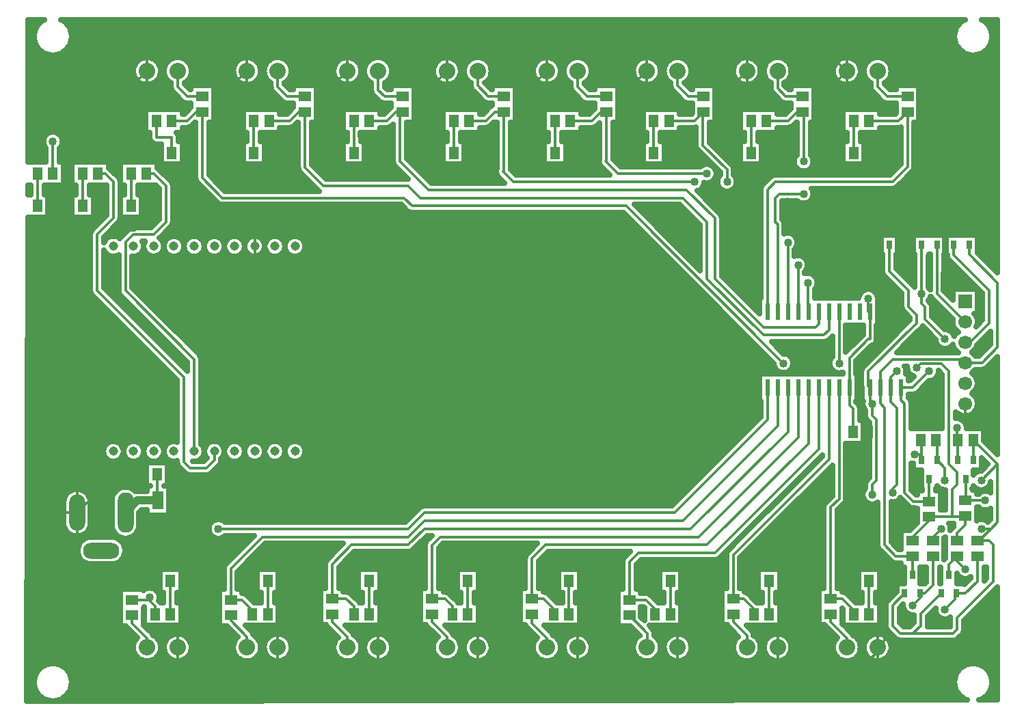
<source format=gbr>
G04 DipTrace 3.3.1.3*
G04 Top.gbr*
%MOIN*%
G04 #@! TF.FileFunction,Copper,L1,Top*
G04 #@! TF.Part,Single*
G04 #@! TA.AperFunction,CopperBalancing*
%ADD14C,0.012992*%
G04 #@! TA.AperFunction,Conductor*
%ADD15C,0.03937*%
G04 #@! TA.AperFunction,CopperBalancing*
%ADD17C,0.025*%
%ADD21R,0.051181X0.059055*%
%ADD23R,0.055118X0.088583*%
%ADD25R,0.025591X0.041339*%
G04 #@! TA.AperFunction,ComponentPad*
%ADD26R,0.066929X0.066929*%
%ADD27C,0.066929*%
%ADD28O,0.07874X0.177165*%
%ADD29O,0.07874X0.19685*%
%ADD30O,0.177165X0.07874*%
%ADD31R,0.059055X0.051181*%
G04 #@! TA.AperFunction,ComponentPad*
%ADD32C,0.08*%
%ADD33R,0.023622X0.07874*%
G04 #@! TA.AperFunction,ComponentPad*
%ADD34C,0.045*%
G04 #@! TA.AperFunction,ViaPad*
%ADD35C,0.04*%
%FSLAX26Y26*%
G04*
G70*
G90*
G75*
G01*
G04 Top*
%LPD*%
X5059370Y1126299D2*
D14*
Y1004252D1*
X5000315Y945197D1*
X4957008D1*
X4901890Y866457D2*
X4951102Y915669D1*
Y939291D1*
X4957008Y945197D1*
X4535748Y2319213D2*
Y2185354D1*
X4527874D1*
X4435748Y2093228D1*
Y1949134D1*
X1063307Y1397953D2*
D15*
X964882D1*
X905827Y1338898D1*
X4823150Y1319213D2*
D14*
X4937703D1*
X4980630D1*
X4976693Y1323150D1*
X5000315D1*
X4960945Y1201102D2*
Y1240472D1*
X5000315Y1279843D1*
Y1323150D1*
X4744409Y1201102D2*
Y1220787D1*
X4823150Y1299528D1*
Y1319213D1*
X4535748Y2319213D2*
X4527874D1*
Y2382205D1*
X4453071Y1732598D2*
Y1846772D1*
X4435748Y1864094D1*
Y1949134D1*
X4787717Y2645984D2*
Y2405827D1*
X4937703Y1319213D2*
Y1453451D1*
X4960945Y1476693D1*
Y1535748D1*
X4921575Y1575118D1*
Y2027874D1*
X4882205Y2067244D1*
X4783780D1*
X4764094Y2047559D1*
X4901890Y2185354D2*
X4803465Y2283780D1*
Y2342835D1*
X4787717Y2358583D1*
Y2405827D1*
X551496Y3149921D2*
Y2992441D1*
X1059370Y1525906D2*
Y1401890D1*
X1063307Y1397953D1*
X5039685Y1693228D2*
Y1594803D1*
X4862520D2*
Y1689291D1*
X4858583Y1693228D1*
X4882205Y945197D2*
X4783780Y846772D1*
Y787717D1*
X4744409Y748346D1*
X4685354D1*
X4645984Y787717D1*
Y886142D1*
X4705039Y945197D1*
X4744409Y748346D2*
X4941260D1*
X4960945Y768031D1*
Y827087D1*
X5138110Y1004252D1*
Y1181417D1*
X5118425Y1201102D1*
X5059370D1*
X5066753D1*
X5125808Y1260157D1*
X5157795Y1292144D1*
Y1575118D1*
X5039685Y1693228D1*
X4842835Y1201102D2*
Y1220787D1*
X4882205Y1260157D1*
X5079055D2*
X5125808D1*
X4862520Y1594803D2*
X4901890Y1555433D1*
Y1496378D1*
X5079055D2*
X5157795Y1575118D1*
X4919606Y1035748D2*
Y1084961D1*
X4960945Y1126299D1*
Y1102677D1*
X5000315Y1063307D1*
X4547559Y1426592D2*
Y1476693D1*
X4567244Y1496378D1*
Y1791654D1*
X4547559Y1811339D1*
Y1870394D1*
X4535748Y1882205D1*
Y1949134D1*
X4630236Y2645984D2*
Y2516063D1*
X4724724Y2421575D1*
Y2342835D1*
X4764094Y2303465D1*
Y2264094D1*
X4527874Y2027874D1*
Y1957008D1*
X4535748Y1949134D1*
X4685748D2*
Y1889685D1*
X4705039Y1870394D1*
Y1437323D1*
X4748346Y1394016D1*
X4823150D1*
Y1502283D1*
X4825118Y1504252D1*
X4685748Y1949134D2*
X4744409D1*
X4823150Y2027874D1*
X4945197Y2645984D2*
Y2594803D1*
X5118425Y2421575D1*
Y2264094D1*
X5024724Y2170394D1*
X4999676D1*
X5002283Y1504252D2*
Y1399921D1*
X5000315Y1397953D1*
X4635748Y1949134D2*
Y1880630D1*
X4665669Y1850709D1*
Y1476693D1*
X4645984Y1457008D1*
Y1437323D1*
X5098740Y1397953D2*
X5000315D1*
X4635748Y1949134D2*
Y1997953D1*
X4665669Y2027874D1*
X4862520Y2645984D2*
Y2407550D1*
X4999676Y2270394D1*
X4744409Y1126299D2*
Y1037717D1*
X4742441Y1035748D1*
X4585748Y1949134D2*
Y1871575D1*
X4606614Y1850709D1*
Y1181417D1*
X4661732Y1126299D1*
X4744409D1*
X4585748Y1949134D2*
Y2026693D1*
X4645984Y2086929D1*
X4999676D1*
Y2070394D1*
X5020000Y2645984D2*
Y2598740D1*
X5157795Y2460945D1*
Y2145984D1*
X5082205Y2070394D1*
X4999676D1*
X1281516Y3294213D2*
X1250462D1*
X1206516Y3250266D1*
X1131319D1*
X4385748Y2319213D2*
Y2067244D1*
X4114488D2*
X3346772Y2834961D1*
X2303465D1*
X2264094Y2874331D1*
X1378268D1*
X1281516Y2971083D1*
Y3294213D1*
X1781535D2*
X1750462D1*
X1706516Y3250266D1*
X1606319D1*
X4335748Y2319213D2*
Y2229449D1*
X4311339Y2205039D1*
X4016063D1*
X3740472Y2480630D1*
Y2756220D1*
X3622362Y2874331D1*
X2342835D1*
X2283780Y2933386D1*
X1870394D1*
X1781535Y3022244D1*
Y3294213D1*
X2256535D2*
X2225463D1*
X2181516Y3250265D1*
X2093819D1*
X4285748Y2319213D2*
Y2258189D1*
X4271969Y2244409D1*
X4016063D1*
X3779843Y2480630D1*
Y2775906D1*
X3642047Y2913701D1*
X2382205D1*
X2244409Y3051496D1*
Y3282087D1*
X2256535Y3294213D1*
X2750276D2*
X2706713D1*
X2662766Y3250266D1*
X2581319D1*
X4235748Y2319213D2*
X4232598D1*
Y2460945D1*
X3681417Y2953071D2*
X2795591D1*
X2746378Y3002283D1*
X2750276Y3006181D1*
Y3294213D1*
X3250265D2*
X3225462D1*
X3181516Y3250266D1*
X3075070D1*
X4185748Y2319213D2*
Y2547165D1*
X3740472Y2992441D2*
X3307402D1*
X3248346Y3051496D1*
X3250265Y3053415D1*
Y3294213D1*
X3725266D2*
Y3294017D1*
X3681516Y3250266D1*
X3556319D1*
X4135748Y2319213D2*
Y2656220D1*
X3838898Y2953071D2*
Y3012126D1*
X3720787Y3130236D1*
Y3289734D1*
X3725266Y3294213D1*
X4206516D2*
X4181713D1*
X4137765Y3250265D1*
X4031319D1*
X4085748Y2319213D2*
Y2745591D1*
X4075118Y2756220D1*
Y2874331D1*
X4094803Y2894016D1*
X4212913D1*
Y3051496D2*
Y3287815D1*
X4206516Y3294213D1*
X4719016D2*
Y3294016D1*
X4675266Y3250266D1*
X4531319D1*
X4035748Y2319213D2*
Y2913701D1*
X4075118Y2953071D1*
X4645984D1*
X4719016Y3026102D1*
Y3294213D1*
X1050266Y844016D2*
Y881514D1*
X1019211Y912570D1*
X937766D1*
X4035748Y1949134D2*
Y1791654D1*
X3582992Y1338898D1*
X2362520D1*
X2283780Y1260157D1*
X1358583D1*
X1023937Y925512D2*
Y912570D1*
X1019211D1*
X1525276Y844016D2*
Y862756D1*
X1475462Y912570D1*
X1419016D1*
X4085748Y1949134D2*
Y1762913D1*
X3622362Y1299528D1*
X2362520D1*
X2283780Y1220787D1*
X1575118D1*
X1419016Y1064685D1*
Y912570D1*
X2019016Y844016D2*
Y881516D1*
X1981713Y918819D1*
X1912766D1*
X4135748Y1949134D2*
Y1734173D1*
X3661732Y1260157D1*
X2362520D1*
X2283780Y1181417D1*
X2008189D1*
X1912766Y1085995D1*
Y918819D1*
X2500266Y844016D2*
Y881514D1*
X2462962Y918819D1*
X2400265D1*
X4185748Y1949134D2*
Y1705433D1*
X3701102Y1220787D1*
X2441260D1*
X2400265Y1179793D1*
Y918819D1*
X2994016Y844016D2*
Y869016D1*
X2944213Y918819D1*
X2887766D1*
X4235748Y1949134D2*
Y1676693D1*
X3740472Y1181417D1*
X2953071D1*
X2887766Y1116113D1*
Y918819D1*
X3487776Y844016D2*
Y869005D1*
X3444211Y912570D1*
X3362766D1*
X4285748Y1949134D2*
Y1647953D1*
X3779843Y1142047D1*
X3405827D1*
X3362766Y1098987D1*
Y912570D1*
X3969016Y844016D2*
Y869016D1*
X3919213Y918819D1*
X3869016D1*
X4335748Y1949134D2*
Y1599528D1*
X3869016Y1132795D1*
Y918819D1*
X4456535Y844016D2*
Y862745D1*
X4400462Y918819D1*
X4344016D1*
X4385748Y1949134D2*
Y1407008D1*
X4344016Y1365276D1*
Y918819D1*
X1160630Y681496D2*
Y587765D1*
X1265000D1*
X1648150D1*
X1749020D1*
X2137756D1*
X2258634D1*
X2623150D1*
X2728030D1*
X3110630D1*
X3231522D1*
X3598150D1*
X3680171D1*
X4085630D1*
X4181188D1*
X4500265D1*
X4573150Y660650D1*
Y681496D1*
X1648150D2*
Y587765D1*
X2137756Y681496D2*
Y587765D1*
X2623150Y681496D2*
Y587765D1*
X3110630Y681496D2*
Y587765D1*
X3598150Y681496D2*
Y587765D1*
X4085630Y681496D2*
Y587765D1*
X1050266Y1006516D2*
Y1069016D1*
X1087766Y1106516D1*
X1194016D1*
X1265000Y1035531D1*
Y587765D1*
X1525266Y1006516D2*
Y1050266D1*
X1587766Y1112766D1*
X1694016D1*
X1749020Y1057762D1*
Y587765D1*
X2019016Y1006516D2*
Y1037765D1*
X2106516Y1125265D1*
X2200266D1*
X2258634Y1066898D1*
Y587765D1*
X2500247Y1006516D2*
Y1043996D1*
X2556516Y1100265D1*
X2656516D1*
X2728030Y1028751D1*
Y587765D1*
X2994016Y1006516D2*
Y1037765D1*
X3062766Y1106516D1*
X3169016D1*
X3231522Y1044009D1*
Y587765D1*
X3487766Y1006516D2*
Y1050266D1*
X3544016Y1106516D1*
X3631516D1*
X3680171Y1057861D1*
Y587765D1*
X3969016Y1006516D2*
Y1069016D1*
X4031516Y1131516D1*
X4144016D1*
X4181188Y1094344D1*
Y587765D1*
X4456516Y1006516D2*
Y1056516D1*
X4463307Y1063307D1*
X4567244D1*
X4606614Y1023937D1*
Y714961D1*
X4573150Y681496D1*
X1010650Y3493130D2*
Y3591240D1*
X1019675Y3600265D1*
X1484184D1*
X1997462D1*
X2473150D1*
X2960650D1*
X3448150D1*
X3935650D1*
X4312766D1*
X4419882Y3493150D1*
X4423150D1*
X1498150Y3493130D2*
Y3586299D1*
X1484184Y3600265D1*
X1987756Y3493150D2*
Y3590559D1*
X1997462Y3600265D1*
X2473150Y3493150D2*
Y3600265D1*
X2960650Y3493150D2*
Y3600265D1*
X3448150Y3493150D2*
Y3600265D1*
X3935650Y3493150D2*
Y3600265D1*
X4531319Y3094016D2*
Y3037570D1*
X4500265Y3006516D1*
X4400265D1*
X4350265Y3056516D1*
Y3420265D1*
X4423150Y3493150D1*
X4031319Y3094016D2*
Y3062570D1*
X3981516Y3012766D1*
X3900265D1*
X3862766Y3050265D1*
Y3420266D1*
X3935650Y3493150D1*
X3556319Y3094016D2*
Y3056319D1*
X3519016Y3019016D1*
X3412766D1*
X3362766Y3069016D1*
Y3407766D1*
X3448150Y3493150D1*
X3075070Y3094016D2*
Y3062570D1*
X3056516Y3044016D1*
X2925265D1*
X2869016Y3100265D1*
Y3401516D1*
X2960650Y3493150D1*
X2581319Y3094016D2*
Y3031319D1*
X2556516Y3006516D1*
X2462765D1*
X2369016Y3100265D1*
Y3389016D1*
X2473150Y3493150D1*
X2094016Y3094016D2*
Y3019017D1*
X2062765Y2987766D1*
X1944016D1*
X1894016Y3037766D1*
Y3399409D1*
X1987756Y3493150D1*
X1606319Y3094016D2*
Y3056319D1*
X1550265Y3000265D1*
X1456517D1*
X1412766Y3044016D1*
Y3407747D1*
X1498150Y3493130D1*
X1056516Y3094016D2*
Y3090866D1*
X886142D1*
Y3228661D1*
X846772Y3268031D1*
Y3329252D1*
X1010650Y3493130D1*
X669606Y1338898D2*
X590866D1*
Y1161732D1*
X746083Y1006516D1*
X1050266D1*
X4485748Y1949134D2*
X4488504D1*
Y2047559D1*
X4585748Y2144803D1*
Y2319213D1*
X4635748D1*
X4685748D1*
X1063307Y1264094D2*
Y1085075D1*
X1087766Y1106516D1*
X4585748Y2319213D2*
Y2403071D1*
X4355016Y2633803D1*
X4134173Y2854646D1*
Y3090866D2*
X4131024Y3094016D1*
X4031319D1*
X1008189Y2834961D2*
Y2775906D1*
X949134Y2716850D1*
X905827D1*
X886142Y2736535D1*
Y3090866D1*
X771969Y2834961D2*
Y2775906D1*
X712913Y2716850D1*
X669606D1*
X634173Y2752283D1*
Y2834961D1*
Y3173543D1*
X728661Y3268031D1*
X846772D1*
X551496Y2834961D2*
X634173D1*
X4527874Y1732598D2*
Y1781811D1*
X4485748Y1823937D1*
Y1949134D1*
X4982598Y2736535D2*
X4825118D1*
X4698147D1*
X4667638D1*
X4705039Y2645984D2*
Y2729643D1*
X4698147Y2736535D1*
X4527874Y1732598D2*
Y1506961D1*
X4518772D1*
X4488504Y1476693D1*
Y1299528D1*
X4456516Y1267539D1*
Y1006516D1*
X4667638Y2736535D2*
X4586929D1*
X4355016Y2633803D1*
X1535748Y2638110D2*
Y2116457D1*
X1890079Y1762126D1*
Y1594803D1*
X1653858Y1358583D1*
X1240472D1*
X1145984Y1264094D1*
X1063307D1*
X984567Y1525906D2*
X856614D1*
X669606Y1338898D1*
X4787717Y1594803D2*
Y1624331D1*
Y1689291D1*
X4783780Y1693228D1*
X4754252Y1624331D2*
X4787717D1*
X4964882Y1594803D2*
Y1693228D1*
X4960945Y1752283D2*
Y1697165D1*
X4964882Y1693228D1*
X1240472Y1638110D2*
Y2086929D1*
X905827Y2421575D1*
Y2657795D1*
X945197Y2697165D1*
X1043622D1*
X1102677Y2756220D1*
Y2933386D1*
X1043622Y2992441D1*
X1008189D1*
X1131319Y3094016D2*
Y3169606D1*
X1056516D1*
Y3250266D1*
X1531516Y3094016D2*
Y3250266D1*
X476693Y2834961D2*
Y2992441D1*
X2019213Y3094016D2*
Y3250068D1*
X2019016Y3250265D1*
X2506516Y3094016D2*
Y3250266D1*
X3000266Y3094016D2*
Y3250266D1*
X3481516Y3094016D2*
Y3250266D1*
X3956516Y3094016D2*
Y3250265D1*
X4456516Y3094016D2*
Y3250266D1*
X1125070Y1006516D2*
Y844016D1*
X1600079D2*
Y1006507D1*
X1600070Y1006516D1*
X2093819Y844016D2*
Y1006516D1*
X2575070Y844016D2*
Y1006496D1*
X2575050Y1006516D1*
X3068819Y844016D2*
Y1006516D1*
X3562579Y844016D2*
Y1006507D1*
X3562570Y1006516D1*
X4043819Y844016D2*
Y1006516D1*
X4531339Y844016D2*
Y1006496D1*
X4531319Y1006516D1*
X1281516Y3369016D2*
X1206516D1*
X1160650Y3414882D1*
Y3493130D1*
X1781535Y3369016D2*
X1694016D1*
X1648150Y3414882D1*
Y3493130D1*
X2256535Y3369016D2*
X2169016D1*
X2137756Y3400276D1*
Y3493150D1*
X2750276Y3369016D2*
X2675265D1*
X2623150Y3421131D1*
Y3493150D1*
X3250265Y3369016D2*
X3156516D1*
X3110650Y3414882D1*
Y3493150D1*
X3725266Y3369016D2*
X3650266D1*
X3598150Y3421133D1*
Y3493150D1*
X4206516Y3369016D2*
X4125266D1*
X4085650Y3408633D1*
Y3493150D1*
X4719016Y3369016D2*
X4619016D1*
X4573150Y3414882D1*
Y3493150D1*
X937766Y837766D2*
Y800265D1*
X1010630Y727402D1*
Y681496D1*
X1419016Y837766D2*
Y812765D1*
X1498150Y733631D1*
Y681496D1*
X1912766Y844016D2*
Y806516D1*
X1987756Y731526D1*
Y681496D1*
X2400265Y844016D2*
Y806516D1*
X2473150Y733631D1*
Y681496D1*
X2887766Y844016D2*
Y800265D1*
X2960630Y727402D1*
Y681496D1*
X3362766Y837766D2*
X3450265Y750268D1*
Y683612D1*
X3448150Y681496D1*
X3869016Y844016D2*
Y806516D1*
X3935630Y739902D1*
Y681496D1*
X4344016Y844016D2*
Y806516D1*
X4423150Y727382D1*
Y681496D1*
X697165Y2834961D2*
Y2992441D1*
X933386Y2834961D2*
Y2992441D1*
X1338898Y1638110D2*
Y1594803D1*
X1299528Y1555433D1*
X1220787D1*
X1191260Y1584961D1*
Y1998346D1*
X768031Y2421575D1*
Y2697165D1*
X846772Y2775906D1*
Y2953071D1*
X807402Y2992441D1*
X771969D1*
X4842835Y1126299D2*
Y984567D1*
X4803465Y945197D1*
X4779843D1*
X4744409Y886142D2*
X4783780Y925512D1*
Y941260D1*
X4779843Y945197D1*
D35*
X4901890Y866457D3*
X4527874Y2382205D3*
X4787717Y2405827D3*
X4764094Y2047559D3*
X4901890Y2185354D3*
X551496Y3149921D3*
X4882205Y1260157D3*
X5079055D3*
X4901890Y1496378D3*
X5079055D3*
X5000315Y1063307D3*
X4547559Y1426592D3*
Y1870394D3*
X4823150Y2027874D3*
X4645984Y1437323D3*
X5098740Y1397953D3*
X4665669Y2027874D3*
X4385748Y2067244D3*
X4114488D3*
X4232598Y2460945D3*
X3681417Y2953071D3*
X4185748Y2547165D3*
X3740472Y2992441D3*
X4135748Y2656220D3*
X3838898Y2953071D3*
X4212913Y2894016D3*
Y3051496D3*
X1358583Y1260157D3*
X1023937Y925512D3*
X4134173Y2854646D3*
Y3090866D3*
X4754252Y1624331D3*
X4960945Y1752283D3*
X4744409Y886142D3*
X433956Y3719147D2*
D17*
X477902D1*
X625076D2*
X4966117D1*
X5113254D2*
X5154007D1*
X433885Y3694278D2*
X463621D1*
X639358D2*
X4951799D1*
X5127572D2*
X5154007D1*
X433849Y3669409D2*
X457951D1*
X645027D2*
X4946130D1*
X5133242D2*
X5154007D1*
X433813Y3644541D2*
X459243D1*
X643735D2*
X4947457D1*
X5131914D2*
X5154007D1*
X433777Y3619672D2*
X467891D1*
X635123D2*
X4956069D1*
X5123302D2*
X5154007D1*
X433705Y3594803D2*
X486802D1*
X616212D2*
X4974980D1*
X5104391D2*
X5154007D1*
X433669Y3569934D2*
X5154007D1*
X433633Y3545066D2*
X966645D1*
X1054681D2*
X1116641D1*
X1204677D2*
X1454132D1*
X1542168D2*
X1604128D1*
X1692164D2*
X1943700D1*
X2031807D2*
X2093696D1*
X2181803D2*
X2429105D1*
X2517177D2*
X2579101D1*
X2667209D2*
X2916592D1*
X3004700D2*
X3066588D1*
X3154695D2*
X3404114D1*
X3492186D2*
X3554110D1*
X3642182D2*
X3891601D1*
X3979709D2*
X4041597D1*
X4129705D2*
X4379088D1*
X4467195D2*
X4529119D1*
X4617191D2*
X5154007D1*
X433562Y3520197D2*
X947411D1*
X1073879D2*
X1097407D1*
X1223875D2*
X1434934D1*
X1561366D2*
X1584930D1*
X1711398D2*
X1924502D1*
X2051006D2*
X2074498D1*
X2201001D2*
X2409907D1*
X2536375D2*
X2559903D1*
X2686407D2*
X2897394D1*
X3023898D2*
X3047390D1*
X3173893D2*
X3384916D1*
X3511384D2*
X3534912D1*
X3661380D2*
X3872403D1*
X3998907D2*
X4022399D1*
X4148903D2*
X4359890D1*
X4486393D2*
X4509921D1*
X4636389D2*
X5154007D1*
X433526Y3495328D2*
X941706D1*
X1079621D2*
X1091701D1*
X1229616D2*
X1429192D1*
X1567107D2*
X1579219D1*
X1717103D2*
X1918796D1*
X2056711D2*
X2068792D1*
X2206707D2*
X2404201D1*
X2542116D2*
X2554197D1*
X2692112D2*
X2891688D1*
X3029603D2*
X3041684D1*
X3179599D2*
X3379211D1*
X3517090D2*
X3529207D1*
X3667122D2*
X3866697D1*
X4004612D2*
X4016693D1*
X4154608D2*
X4354184D1*
X4492099D2*
X4504180D1*
X4642095D2*
X5154007D1*
X433490Y3470459D2*
X945653D1*
X1075673D2*
X1095649D1*
X1225669D2*
X1433139D1*
X1563160D2*
X1583135D1*
X1713156D2*
X1922743D1*
X2052764D2*
X2072739D1*
X2202760D2*
X2408149D1*
X2538133D2*
X2558145D1*
X2688165D2*
X2895635D1*
X3025656D2*
X3045631D1*
X3175652D2*
X3383158D1*
X3513143D2*
X3533154D1*
X3663138D2*
X3870645D1*
X4000665D2*
X4020641D1*
X4150661D2*
X4358131D1*
X4488152D2*
X4508163D1*
X4638148D2*
X5154007D1*
X433418Y3445591D2*
X961657D1*
X1059633D2*
X1111653D1*
X1209629D2*
X1449144D1*
X1547156D2*
X1599176D1*
X1697152D2*
X1938784D1*
X2036724D2*
X2088779D1*
X2186720D2*
X2424189D1*
X2522129D2*
X2574185D1*
X2672125D2*
X2911676D1*
X3009616D2*
X3061672D1*
X3159612D2*
X3399198D1*
X3497102D2*
X3549194D1*
X3647134D2*
X3886685D1*
X3984625D2*
X4036681D1*
X4134621D2*
X4374172D1*
X4472112D2*
X4524167D1*
X4622107D2*
X5154007D1*
X433382Y3420722D2*
X1125146D1*
X1203959D2*
X1223002D1*
X1340032D2*
X1612668D1*
X1691446D2*
X1723012D1*
X1840042D2*
X2102272D1*
X2173227D2*
X2198011D1*
X2315041D2*
X2587677D1*
X2672699D2*
X2691741D1*
X2808808D2*
X3075164D1*
X3153978D2*
X3191752D1*
X3308782D2*
X3562651D1*
X3647708D2*
X3666751D1*
X3783781D2*
X4050173D1*
X4122707D2*
X4147993D1*
X4265024D2*
X4537660D1*
X4616474D2*
X4660491D1*
X4777522D2*
X5154007D1*
X433346Y3395853D2*
X1131210D1*
X1340032D2*
X1618697D1*
X1840042D2*
X2102559D1*
X2315041D2*
X2599268D1*
X2808808D2*
X3081193D1*
X3308782D2*
X3574277D1*
X3783781D2*
X4052721D1*
X4265024D2*
X4543688D1*
X4777522D2*
X5154007D1*
X433311Y3370984D2*
X1155396D1*
X1340032D2*
X1642883D1*
X1840042D2*
X2117882D1*
X2315041D2*
X2624136D1*
X2808808D2*
X3105378D1*
X3308782D2*
X3599145D1*
X3783781D2*
X4074144D1*
X4265024D2*
X4567910D1*
X4777522D2*
X5154007D1*
X433239Y3346115D2*
X1180264D1*
X1340032D2*
X1667750D1*
X1840042D2*
X2142749D1*
X2315041D2*
X2649003D1*
X2808808D2*
X3130246D1*
X3308782D2*
X3624013D1*
X3783781D2*
X4099012D1*
X4265024D2*
X4592778D1*
X4777522D2*
X5154007D1*
X433203Y3321247D2*
X1223002D1*
X1340032D2*
X1723012D1*
X1840042D2*
X2198011D1*
X2315041D2*
X2685318D1*
X2808808D2*
X3191752D1*
X3308782D2*
X3666751D1*
X3783781D2*
X4147993D1*
X4265024D2*
X4660491D1*
X4777522D2*
X5154007D1*
X433167Y3296378D2*
X1001919D1*
X1185910D2*
X1203481D1*
X1340032D2*
X1476918D1*
X1660909D2*
X1703491D1*
X1840042D2*
X1964441D1*
X2148395D2*
X2178490D1*
X2315041D2*
X2451927D1*
X2635918D2*
X2659733D1*
X2808808D2*
X2945694D1*
X3129648D2*
X3178475D1*
X3308782D2*
X3426937D1*
X3610891D2*
X3666751D1*
X3783781D2*
X3901936D1*
X4085890D2*
X4134716D1*
X4265024D2*
X4401946D1*
X4585900D2*
X4660491D1*
X4777522D2*
X5154007D1*
X433095Y3271509D2*
X1001919D1*
X1340032D2*
X1476918D1*
X1840042D2*
X1964441D1*
X2315041D2*
X2451927D1*
X2808808D2*
X2945694D1*
X3308782D2*
X3426937D1*
X3783781D2*
X3901936D1*
X4265024D2*
X4401946D1*
X4777522D2*
X5154007D1*
X433059Y3246640D2*
X1001919D1*
X1340032D2*
X1476918D1*
X1840042D2*
X1964441D1*
X2315041D2*
X2451927D1*
X2808808D2*
X2945694D1*
X3308782D2*
X3426937D1*
X3783781D2*
X3901936D1*
X4265024D2*
X4401946D1*
X4777522D2*
X5154007D1*
X433023Y3221772D2*
X1001919D1*
X1225633D2*
X1246039D1*
X1316994D2*
X1476918D1*
X1725644D2*
X1746050D1*
X1817041D2*
X1964441D1*
X2200643D2*
X2208920D1*
X2279911D2*
X2451927D1*
X2681885D2*
X2714779D1*
X2785770D2*
X2945694D1*
X3200627D2*
X3214789D1*
X3285744D2*
X3426937D1*
X3756258D2*
X3901936D1*
X4156905D2*
X4177419D1*
X4248410D2*
X4401946D1*
X4754520D2*
X5154007D1*
X432988Y3196903D2*
X1001919D1*
X1185910D2*
X1246039D1*
X1316994D2*
X1476918D1*
X1660909D2*
X1746050D1*
X1817041D2*
X1964441D1*
X2148395D2*
X2208920D1*
X2279911D2*
X2451927D1*
X2635918D2*
X2714779D1*
X2785770D2*
X2945694D1*
X3129648D2*
X3214789D1*
X3285744D2*
X3426937D1*
X3610891D2*
X3685303D1*
X3756258D2*
X3901936D1*
X4085890D2*
X4177419D1*
X4248410D2*
X4401946D1*
X4585900D2*
X4683529D1*
X4754520D2*
X5154007D1*
X432916Y3172034D2*
X508117D1*
X594897D2*
X1021010D1*
X1166712D2*
X1246039D1*
X1316994D2*
X1496044D1*
X1567000D2*
X1746050D1*
X1817041D2*
X1983711D1*
X2054702D2*
X2208920D1*
X2279911D2*
X2471018D1*
X2542009D2*
X2714779D1*
X2785770D2*
X2964784D1*
X3035739D2*
X3214789D1*
X3285744D2*
X3446027D1*
X3517018D2*
X3685303D1*
X3756258D2*
X3921026D1*
X3992017D2*
X4177419D1*
X4248410D2*
X4421036D1*
X4491991D2*
X4683529D1*
X4754520D2*
X5154007D1*
X432880Y3147165D2*
X502591D1*
X600423D2*
X1029837D1*
X1185910D2*
X1246039D1*
X1316994D2*
X1476918D1*
X1586090D2*
X1746050D1*
X1817041D2*
X1964620D1*
X2073792D2*
X2208920D1*
X2279911D2*
X2451927D1*
X2561099D2*
X2714779D1*
X2785770D2*
X2945694D1*
X3054866D2*
X3214789D1*
X3285744D2*
X3426937D1*
X3536108D2*
X3685303D1*
X3756258D2*
X3901936D1*
X4011107D2*
X4177419D1*
X4248410D2*
X4401946D1*
X4511082D2*
X4683529D1*
X4754520D2*
X5154007D1*
X432844Y3122297D2*
X511598D1*
X591380D2*
X1076738D1*
X1185910D2*
X1246039D1*
X1316994D2*
X1476918D1*
X1586090D2*
X1746050D1*
X1817041D2*
X1964620D1*
X2073792D2*
X2208920D1*
X2279911D2*
X2451927D1*
X2561099D2*
X2714779D1*
X2785770D2*
X2945694D1*
X3054866D2*
X3214789D1*
X3285744D2*
X3426937D1*
X3536108D2*
X3686272D1*
X3777896D2*
X3901936D1*
X4011107D2*
X4177419D1*
X4248410D2*
X4401946D1*
X4511082D2*
X4683529D1*
X4754520D2*
X5154007D1*
X432772Y3097428D2*
X516011D1*
X586967D2*
X1076738D1*
X1185910D2*
X1246039D1*
X1316994D2*
X1476918D1*
X1586090D2*
X1746050D1*
X1817041D2*
X1964620D1*
X2073792D2*
X2208920D1*
X2279911D2*
X2451927D1*
X2561099D2*
X2714779D1*
X2785770D2*
X2945694D1*
X3054866D2*
X3214789D1*
X3285744D2*
X3426937D1*
X3536108D2*
X3704429D1*
X3802764D2*
X3901936D1*
X4011107D2*
X4177419D1*
X4248410D2*
X4401946D1*
X4511082D2*
X4683529D1*
X4754520D2*
X5154007D1*
X432736Y3072559D2*
X516011D1*
X586967D2*
X1076738D1*
X1185910D2*
X1246039D1*
X1316994D2*
X1476918D1*
X1586090D2*
X1746050D1*
X1817041D2*
X1964620D1*
X2073792D2*
X2208920D1*
X2279911D2*
X2451927D1*
X2561099D2*
X2714779D1*
X2785770D2*
X2945694D1*
X3054866D2*
X3214789D1*
X3285744D2*
X3426937D1*
X3536108D2*
X3729297D1*
X3827632D2*
X3901936D1*
X4011107D2*
X4168950D1*
X4256878D2*
X4401946D1*
X4511082D2*
X4683529D1*
X4754520D2*
X5154007D1*
X606093Y3047690D2*
X642575D1*
X826565D2*
X878801D1*
X1062755D2*
X1076738D1*
X1185910D2*
X1246039D1*
X1316994D2*
X1476918D1*
X1586090D2*
X1746050D1*
X1817041D2*
X1964620D1*
X2073792D2*
X2209135D1*
X2297350D2*
X2451927D1*
X2561099D2*
X2714779D1*
X2785770D2*
X2945694D1*
X3054866D2*
X3213067D1*
X3301318D2*
X3426937D1*
X3536108D2*
X3754165D1*
X3852499D2*
X3901936D1*
X4011107D2*
X4164070D1*
X4261758D2*
X4401946D1*
X4511082D2*
X4683529D1*
X4754520D2*
X5154007D1*
X606093Y3022822D2*
X642575D1*
X826565D2*
X878801D1*
X1062755D2*
X1246039D1*
X1316994D2*
X1746050D1*
X1830102D2*
X2223919D1*
X2322254D2*
X2714779D1*
X2785770D2*
X3227851D1*
X3872594D2*
X4173830D1*
X4251998D2*
X4666592D1*
X4754341D2*
X5154007D1*
X606093Y2997953D2*
X642575D1*
X851038D2*
X878801D1*
X1087264D2*
X1246039D1*
X1316994D2*
X1756671D1*
X1854970D2*
X2248787D1*
X2347122D2*
X2711191D1*
X2799873D2*
X3252755D1*
X3789128D2*
X3803398D1*
X3874389D2*
X4641724D1*
X4740023D2*
X5154007D1*
X606093Y2973084D2*
X642575D1*
X1112132D2*
X1246039D1*
X1328657D2*
X1781539D1*
X1879838D2*
X2273655D1*
X2371990D2*
X2726441D1*
X3785252D2*
X3794427D1*
X3883360D2*
X4045975D1*
X4715155D2*
X5154007D1*
X606093Y2948215D2*
X642575D1*
X1134631D2*
X1255226D1*
X1353525D2*
X1806407D1*
X2396857D2*
X2751309D1*
X3757299D2*
X3790156D1*
X3887630D2*
X4021107D1*
X4690287D2*
X5154007D1*
X432449Y2923346D2*
X441193D1*
X512184D2*
X661665D1*
X732656D2*
X811267D1*
X882258D2*
X897891D1*
X968882D2*
X1063568D1*
X1138148D2*
X1280093D1*
X1378392D2*
X1831275D1*
X3719656D2*
X3800635D1*
X3877152D2*
X4001694D1*
X4662800D2*
X5154007D1*
X432413Y2898478D2*
X441193D1*
X512184D2*
X661665D1*
X732656D2*
X811267D1*
X882258D2*
X897891D1*
X968882D2*
X1067193D1*
X1138148D2*
X1304961D1*
X3706415D2*
X4000258D1*
X4261687D2*
X5154007D1*
X531274Y2873609D2*
X642575D1*
X751747D2*
X811267D1*
X987972D2*
X1067193D1*
X1138148D2*
X1329829D1*
X3731283D2*
X4000258D1*
X4257201D2*
X5154007D1*
X531274Y2848740D2*
X642575D1*
X751747D2*
X811267D1*
X987972D2*
X1067193D1*
X1138148D2*
X1354948D1*
X3756150D2*
X4000258D1*
X4110614D2*
X4199846D1*
X4225982D2*
X5154007D1*
X531274Y2823871D2*
X642575D1*
X751747D2*
X811267D1*
X987972D2*
X1067193D1*
X1138148D2*
X2265401D1*
X3406997D2*
X3623654D1*
X3781018D2*
X4000258D1*
X4110614D2*
X5154007D1*
X531274Y2799003D2*
X642575D1*
X751747D2*
X811267D1*
X987972D2*
X1067193D1*
X1138148D2*
X3333566D1*
X3431865D2*
X3648522D1*
X3805886D2*
X4000258D1*
X4110614D2*
X5154007D1*
X432198Y2774134D2*
X795836D1*
X882222D2*
X1067193D1*
X1138148D2*
X3358434D1*
X3456769D2*
X3673389D1*
X3815323D2*
X4000258D1*
X4110614D2*
X5154007D1*
X432126Y2749265D2*
X770969D1*
X869267D2*
X1046559D1*
X1137430D2*
X3383301D1*
X3481636D2*
X3698293D1*
X3815323D2*
X4000258D1*
X4121021D2*
X5154007D1*
X432090Y2724396D2*
X746101D1*
X844400D2*
X924086D1*
X1119990D2*
X3408169D1*
X3506504D2*
X3704967D1*
X3815323D2*
X4000258D1*
X4121236D2*
X5154007D1*
X432055Y2699528D2*
X732644D1*
X819532D2*
X898393D1*
X1095123D2*
X3433037D1*
X3531372D2*
X3704967D1*
X3815323D2*
X4000258D1*
X4155147D2*
X5154007D1*
X431983Y2674659D2*
X732537D1*
X803528D2*
X811661D1*
X1078759D2*
X1106916D1*
X1177190D2*
X1205347D1*
X1275584D2*
X1303777D1*
X1374014D2*
X1402207D1*
X1472445D2*
X1500638D1*
X1570875D2*
X1599032D1*
X1669305D2*
X1697462D1*
X1767736D2*
X3457905D1*
X3556239D2*
X3704967D1*
X3815323D2*
X4000258D1*
X4180911D2*
X4588436D1*
X4672022D2*
X4745932D1*
X5061796D2*
X5154007D1*
X431947Y2649790D2*
X732537D1*
X1782664D2*
X3482772D1*
X3581107D2*
X3704967D1*
X3815323D2*
X4000258D1*
X4184285D2*
X4588436D1*
X4672022D2*
X4745932D1*
X5061796D2*
X5154007D1*
X431911Y2624921D2*
X732537D1*
X1782269D2*
X3507676D1*
X3605975D2*
X3704967D1*
X3815323D2*
X4000258D1*
X4172622D2*
X4588436D1*
X4672022D2*
X4745932D1*
X5061796D2*
X5154007D1*
X431875Y2600052D2*
X732537D1*
X803528D2*
X813420D1*
X978535D2*
X1010280D1*
X1076965D2*
X1108711D1*
X1175395D2*
X1207105D1*
X1273826D2*
X1305535D1*
X1372256D2*
X1403966D1*
X1470686D2*
X1502396D1*
X1569117D2*
X1600826D1*
X1667511D2*
X1699257D1*
X1765942D2*
X3532544D1*
X3630843D2*
X3704967D1*
X3815323D2*
X4000258D1*
X4171223D2*
X4588436D1*
X4672022D2*
X4745932D1*
X5067825D2*
X5154007D1*
X431803Y2575184D2*
X732537D1*
X803528D2*
X870332D1*
X941323D2*
X3557412D1*
X3655710D2*
X3704967D1*
X3815323D2*
X4000258D1*
X4225336D2*
X4594752D1*
X4665707D2*
X4752211D1*
X4898021D2*
X4916166D1*
X5092693D2*
X5154007D1*
X431767Y2550315D2*
X732537D1*
X803528D2*
X870332D1*
X941323D2*
X3582279D1*
X3680578D2*
X3704967D1*
X3815323D2*
X4000258D1*
X4234630D2*
X4594752D1*
X4665707D2*
X4752211D1*
X4898021D2*
X4940532D1*
X5117560D2*
X5154007D1*
X431732Y2525446D2*
X732537D1*
X803528D2*
X870332D1*
X941323D2*
X3607147D1*
X3815323D2*
X4000258D1*
X4229355D2*
X4594752D1*
X4670013D2*
X4752211D1*
X4898021D2*
X4965399D1*
X5142464D2*
X5154007D1*
X431660Y2500577D2*
X732537D1*
X803528D2*
X870332D1*
X941323D2*
X3632015D1*
X3815323D2*
X4000258D1*
X4259390D2*
X4598591D1*
X4694881D2*
X4752211D1*
X4898021D2*
X4990267D1*
X431624Y2475709D2*
X732537D1*
X803528D2*
X870332D1*
X941323D2*
X3656883D1*
X3833911D2*
X4000258D1*
X4279198D2*
X4621449D1*
X4719748D2*
X4752211D1*
X4898021D2*
X5015135D1*
X431588Y2450840D2*
X732537D1*
X803528D2*
X870332D1*
X941323D2*
X3681750D1*
X3858779D2*
X4000258D1*
X4280490D2*
X4646317D1*
X4744616D2*
X4752211D1*
X4898021D2*
X5040003D1*
X431516Y2425971D2*
X732537D1*
X812786D2*
X870332D1*
X950581D2*
X3706618D1*
X3883647D2*
X4000258D1*
X4268074D2*
X4509706D1*
X4546069D2*
X4671185D1*
X4898021D2*
X4937230D1*
X431480Y2401102D2*
X739678D1*
X837654D2*
X877473D1*
X975449D2*
X3731486D1*
X3908515D2*
X4000258D1*
X4268074D2*
X4482901D1*
X4572838D2*
X4689235D1*
X4918116D2*
X4937230D1*
X5062119D2*
X5082920D1*
X431445Y2376234D2*
X764222D1*
X862521D2*
X902018D1*
X1000317D2*
X3756353D1*
X3933382D2*
X3994947D1*
X4576535D2*
X4689235D1*
X4826073D2*
X4844685D1*
X5062119D2*
X5082920D1*
X431409Y2351365D2*
X789090D1*
X887389D2*
X926885D1*
X1025184D2*
X3781221D1*
X3958250D2*
X3994947D1*
X4576535D2*
X4689235D1*
X4837843D2*
X4869553D1*
X5062119D2*
X5082920D1*
X431337Y2326496D2*
X813958D1*
X912257D2*
X951753D1*
X1050052D2*
X3806089D1*
X3983118D2*
X3994946D1*
X4576535D2*
X4693577D1*
X4838956D2*
X4894420D1*
X5062119D2*
X5082920D1*
X431301Y2301627D2*
X838826D1*
X937124D2*
X976621D1*
X1074920D2*
X3830957D1*
X4576535D2*
X4716794D1*
X4838956D2*
X4919288D1*
X5053364D2*
X5082920D1*
X431265Y2276759D2*
X863693D1*
X961992D2*
X1001489D1*
X1099788D2*
X3855824D1*
X4576535D2*
X4727595D1*
X4859625D2*
X4937553D1*
X5061796D2*
X5081951D1*
X431193Y2251890D2*
X888561D1*
X986860D2*
X1026356D1*
X1124655D2*
X3880692D1*
X4421228D2*
X4500269D1*
X4571224D2*
X4702727D1*
X4884493D2*
X4940137D1*
X431157Y2227021D2*
X913429D1*
X1011728D2*
X1051224D1*
X1149523D2*
X3905560D1*
X4421228D2*
X4500269D1*
X4571224D2*
X4677859D1*
X4776158D2*
X4811061D1*
X4925006D2*
X4955782D1*
X431122Y2202152D2*
X938297D1*
X1036595D2*
X1076092D1*
X1174391D2*
X3930428D1*
X4421228D2*
X4495532D1*
X4571224D2*
X4652992D1*
X4751291D2*
X4835929D1*
X5105647D2*
X5122321D1*
X431086Y2177283D2*
X963164D1*
X1061463D2*
X1100960D1*
X1199258D2*
X3955295D1*
X4331661D2*
X4350273D1*
X4421228D2*
X4470664D1*
X4570219D2*
X4628124D1*
X4726423D2*
X4853620D1*
X5080779D2*
X5122321D1*
X431014Y2152415D2*
X988032D1*
X1086331D2*
X1125827D1*
X1224126D2*
X3980163D1*
X4078462D2*
X4350273D1*
X4421228D2*
X4445796D1*
X4544095D2*
X4603256D1*
X4701555D2*
X4866574D1*
X5059356D2*
X5115072D1*
X430978Y2127546D2*
X1012900D1*
X1111199D2*
X1150695D1*
X1248994D2*
X4005031D1*
X4103330D2*
X4350273D1*
X4519228D2*
X4578388D1*
X4676687D2*
X4955244D1*
X5044105D2*
X5090205D1*
X430942Y2102677D2*
X1037768D1*
X1136066D2*
X1175563D1*
X1271960D2*
X4029899D1*
X4147073D2*
X4350273D1*
X4494360D2*
X4553521D1*
X430870Y2077808D2*
X1062635D1*
X1160934D2*
X1200431D1*
X1275943D2*
X4054766D1*
X4162252D2*
X4337964D1*
X4471250D2*
X4528653D1*
X5138768D2*
X5154007D1*
X430835Y2052940D2*
X1087503D1*
X1185802D2*
X1204988D1*
X1275943D2*
X4067756D1*
X4161211D2*
X4339005D1*
X4471250D2*
X4503785D1*
X4707332D2*
X4715430D1*
X5113900D2*
X5154007D1*
X430799Y2028071D2*
X1112371D1*
X1275943D2*
X4086954D1*
X4142013D2*
X4358203D1*
X4471250D2*
X4492374D1*
X5044644D2*
X5154007D1*
X430763Y2003202D2*
X1137238D1*
X1275943D2*
X3994947D1*
X4476561D2*
X4492374D1*
X4726566D2*
X4747654D1*
X4865043D2*
X4886095D1*
X5052359D2*
X5154007D1*
X430691Y1978333D2*
X1155755D1*
X1275943D2*
X3994947D1*
X4476561D2*
X4492374D1*
X4822772D2*
X4886095D1*
X5061617D2*
X5154007D1*
X430655Y1953465D2*
X1155755D1*
X1275943D2*
X3994947D1*
X4476561D2*
X4492589D1*
X4797904D2*
X4886095D1*
X5059679D2*
X5154007D1*
X430619Y1928596D2*
X1155755D1*
X1275943D2*
X3994947D1*
X4476561D2*
X4494958D1*
X4773036D2*
X4886095D1*
X5045146D2*
X5154007D1*
X430547Y1903727D2*
X1155755D1*
X1275943D2*
X3994947D1*
X4476561D2*
X4494958D1*
X4726566D2*
X4886095D1*
X5052000D2*
X5154007D1*
X430512Y1878858D2*
X1155755D1*
X1275943D2*
X4000258D1*
X4471250D2*
X4499336D1*
X4739413D2*
X4886095D1*
X5061545D2*
X5154007D1*
X430476Y1853990D2*
X1155755D1*
X1275943D2*
X4000258D1*
X4487757D2*
X4501560D1*
X4740525D2*
X4886095D1*
X5059859D2*
X5154007D1*
X430404Y1829121D2*
X1155755D1*
X1275943D2*
X4000258D1*
X4488547D2*
X4512074D1*
X4740525D2*
X4886095D1*
X5045649D2*
X5154007D1*
X430368Y1804252D2*
X1155755D1*
X1275943D2*
X3999182D1*
X4488547D2*
X4512828D1*
X4740525D2*
X4886095D1*
X4957050D2*
X5154007D1*
X430332Y1779383D2*
X1155755D1*
X1275943D2*
X3974314D1*
X4507637D2*
X4530375D1*
X4740525D2*
X4886095D1*
X5001224D2*
X5154007D1*
X430296Y1754514D2*
X1155755D1*
X1275943D2*
X3949446D1*
X4507637D2*
X4531739D1*
X4740525D2*
X4886095D1*
X5009872D2*
X5154007D1*
X430224Y1729646D2*
X1155755D1*
X1275943D2*
X3924579D1*
X4507637D2*
X4531739D1*
X5094272D2*
X5154007D1*
X430189Y1704777D2*
X1155755D1*
X1275943D2*
X3899711D1*
X4507637D2*
X4531739D1*
X5094272D2*
X5154007D1*
X430153Y1679908D2*
X818730D1*
X874830D2*
X917125D1*
X973260D2*
X1015555D1*
X1071690D2*
X1113986D1*
X1275943D2*
X1310846D1*
X1366945D2*
X1409277D1*
X1465376D2*
X1507707D1*
X1563806D2*
X1606101D1*
X1662236D2*
X1704532D1*
X1760667D2*
X3874843D1*
X4507637D2*
X4531739D1*
X5102166D2*
X5154007D1*
X430081Y1655039D2*
X798312D1*
X1781085D2*
X3849975D1*
X4421228D2*
X4531739D1*
X5127034D2*
X5154007D1*
X430045Y1630171D2*
X795944D1*
X1783453D2*
X3825108D1*
X4421228D2*
X4531739D1*
X430009Y1605302D2*
X807893D1*
X885667D2*
X906324D1*
X984097D2*
X1004754D1*
X1082491D2*
X1103149D1*
X1279352D2*
X1300009D1*
X1377782D2*
X1398439D1*
X1476213D2*
X1496870D1*
X1574643D2*
X1595300D1*
X1673073D2*
X1693730D1*
X1771468D2*
X3800240D1*
X4421228D2*
X4531739D1*
X429973Y1580433D2*
X1004790D1*
X1113962D2*
X1156078D1*
X1371108D2*
X3775372D1*
X4421228D2*
X4531739D1*
X5081461D2*
X5103338D1*
X429902Y1555564D2*
X1004790D1*
X1113962D2*
X1171508D1*
X1348824D2*
X3750504D1*
X4340955D2*
X4350273D1*
X4421228D2*
X4531739D1*
X5081461D2*
X5089104D1*
X429866Y1530696D2*
X1004790D1*
X1113962D2*
X1196447D1*
X1323848D2*
X3725637D1*
X4316051D2*
X4350273D1*
X4421228D2*
X4531739D1*
X4740525D2*
X4783323D1*
X429830Y1505827D2*
X1004790D1*
X1113962D2*
X3700769D1*
X4291184D2*
X4350273D1*
X4421228D2*
X4527541D1*
X4740525D2*
X4783323D1*
X429758Y1480958D2*
X1004790D1*
X1113962D2*
X3675901D1*
X4266316D2*
X4350273D1*
X4421228D2*
X4512362D1*
X4740525D2*
X4783323D1*
X429722Y1456089D2*
X872377D1*
X939278D2*
X1006764D1*
X1119847D2*
X3651033D1*
X4241448D2*
X4350273D1*
X4421228D2*
X4509132D1*
X4740525D2*
X4787665D1*
X4858620D2*
X4876191D1*
X5037754D2*
X5053352D1*
X5104750D2*
X5122321D1*
X429686Y1431220D2*
X617313D1*
X721891D2*
X846469D1*
X1119847D2*
X3626166D1*
X4216580D2*
X4350273D1*
X4421228D2*
X4498797D1*
X4881658D2*
X4902207D1*
X429614Y1406352D2*
X603820D1*
X735384D2*
X838000D1*
X1119847D2*
X3601298D1*
X4191713D2*
X4335955D1*
X4421228D2*
X4503211D1*
X4881658D2*
X4902207D1*
X429579Y1381483D2*
X601236D1*
X737967D2*
X837462D1*
X1119847D2*
X3576430D1*
X4166845D2*
X4312774D1*
X4409386D2*
X4533820D1*
X4561320D2*
X4571140D1*
X4642095D2*
X4711734D1*
X4881658D2*
X4902207D1*
X429543Y1356614D2*
X601236D1*
X737967D2*
X837462D1*
X1119847D2*
X2331069D1*
X4141977D2*
X4308539D1*
X4384518D2*
X4571140D1*
X4642095D2*
X4764627D1*
X4881658D2*
X4902207D1*
X5058818D2*
X5074954D1*
X429507Y1331745D2*
X601236D1*
X737967D2*
X837462D1*
X974193D2*
X1006764D1*
X1119847D2*
X2306202D1*
X4117109D2*
X4308539D1*
X4379494D2*
X4571140D1*
X4642095D2*
X4764627D1*
X5058818D2*
X5122321D1*
X429435Y1306877D2*
X601236D1*
X737967D2*
X837462D1*
X974193D2*
X2281334D1*
X4092242D2*
X4308539D1*
X4379494D2*
X4571140D1*
X4642095D2*
X4764627D1*
X5058818D2*
X5122321D1*
X429399Y1282008D2*
X601703D1*
X737537D2*
X837462D1*
X974193D2*
X1315045D1*
X4067374D2*
X4308539D1*
X4379494D2*
X4571140D1*
X4642095D2*
X4756482D1*
X4925759D2*
X4941788D1*
X429363Y1257139D2*
X609849D1*
X729355D2*
X841517D1*
X970138D2*
X1309698D1*
X4042506D2*
X4308539D1*
X4379494D2*
X4571140D1*
X4642095D2*
X4731614D1*
X429291Y1232270D2*
X634824D1*
X704380D2*
X857772D1*
X953882D2*
X1318884D1*
X4017638D2*
X4308539D1*
X4379494D2*
X4571140D1*
X4642095D2*
X4685897D1*
X429256Y1207402D2*
X697657D1*
X877772D2*
X1512587D1*
X2358928D2*
X2378724D1*
X3992771D2*
X4308539D1*
X4379494D2*
X4571140D1*
X4642095D2*
X4685897D1*
X429220Y1182533D2*
X676701D1*
X898728D2*
X1487719D1*
X1586018D2*
X1960135D1*
X2334060D2*
X2364908D1*
X2452155D2*
X2905037D1*
X3967903D2*
X4308539D1*
X4379494D2*
X4571140D1*
X4654654D2*
X4685897D1*
X429184Y1157664D2*
X670242D1*
X905188D2*
X1462852D1*
X1561150D2*
X1935267D1*
X2309156D2*
X2364765D1*
X2435756D2*
X2880169D1*
X3943035D2*
X4308539D1*
X4379494D2*
X4581223D1*
X429112Y1132795D2*
X673615D1*
X901850D2*
X1437984D1*
X1536283D2*
X1910399D1*
X2008734D2*
X2364765D1*
X2435756D2*
X2856809D1*
X2953600D2*
X3347417D1*
X3819737D2*
X3833540D1*
X3918167D2*
X4308539D1*
X4379494D2*
X4606091D1*
X429076Y1107927D2*
X688794D1*
X886635D2*
X1413116D1*
X1511415D2*
X1885639D1*
X1983866D2*
X2364765D1*
X2435756D2*
X2852287D1*
X2928733D2*
X3328506D1*
X3420848D2*
X3833540D1*
X3904496D2*
X4308539D1*
X4379494D2*
X4630959D1*
X429040Y1083058D2*
X1389110D1*
X1486547D2*
X1877278D1*
X1958998D2*
X2364765D1*
X2435756D2*
X2852287D1*
X2923242D2*
X3327286D1*
X3398241D2*
X3833540D1*
X3904496D2*
X4308539D1*
X4379494D2*
X4685897D1*
X428969Y1058189D2*
X1070494D1*
X1179666D2*
X1383512D1*
X1461680D2*
X1545493D1*
X1654665D2*
X1877278D1*
X1948269D2*
X2039223D1*
X2148395D2*
X2364765D1*
X2435756D2*
X2520466D1*
X2629638D2*
X2852287D1*
X2923242D2*
X3014233D1*
X3123404D2*
X3327286D1*
X3398241D2*
X3507999D1*
X3617135D2*
X3833540D1*
X3904496D2*
X3989242D1*
X4098414D2*
X4308539D1*
X4379494D2*
X4476729D1*
X4585900D2*
X4700646D1*
X4784232D2*
X4807330D1*
X5094846D2*
X5102649D1*
X428933Y1033320D2*
X1070494D1*
X1179666D2*
X1383512D1*
X1454503D2*
X1545493D1*
X1654665D2*
X1877278D1*
X1948269D2*
X2039223D1*
X2148395D2*
X2364765D1*
X2435756D2*
X2520466D1*
X2629638D2*
X2852287D1*
X2923242D2*
X3014233D1*
X3123404D2*
X3327286D1*
X3398241D2*
X3507999D1*
X3617135D2*
X3833540D1*
X3904496D2*
X3989242D1*
X4098414D2*
X4308539D1*
X4379494D2*
X4476729D1*
X4585900D2*
X4700646D1*
X4784232D2*
X4807330D1*
X5094846D2*
X5102649D1*
X428897Y1008451D2*
X1070494D1*
X1179666D2*
X1383512D1*
X1454503D2*
X1545493D1*
X1654665D2*
X1877278D1*
X1948269D2*
X2039223D1*
X2148395D2*
X2364765D1*
X2435756D2*
X2520466D1*
X2629638D2*
X2852287D1*
X2923242D2*
X3014233D1*
X3123404D2*
X3327286D1*
X3398241D2*
X3507999D1*
X3617135D2*
X3833540D1*
X3904496D2*
X3989242D1*
X4098414D2*
X4308539D1*
X4379494D2*
X4476729D1*
X4585900D2*
X4700646D1*
X4784232D2*
X4807330D1*
X4961392D2*
X5014417D1*
X428861Y983583D2*
X1070494D1*
X1179666D2*
X1383512D1*
X1454503D2*
X1545493D1*
X1654665D2*
X1877278D1*
X1948269D2*
X2039223D1*
X2148395D2*
X2364765D1*
X2435756D2*
X2520466D1*
X2629638D2*
X2852287D1*
X2923242D2*
X3014233D1*
X3123404D2*
X3327286D1*
X3398241D2*
X3507999D1*
X3617135D2*
X3833540D1*
X3904496D2*
X3989242D1*
X4098414D2*
X4308539D1*
X4379494D2*
X4476729D1*
X4585900D2*
X4663255D1*
X428789Y958714D2*
X879231D1*
X1058987D2*
X1070494D1*
X1179666D2*
X1360510D1*
X1477540D2*
X1545493D1*
X1654665D2*
X1854240D1*
X1971271D2*
X2039223D1*
X2148395D2*
X2341763D1*
X2458793D2*
X2520466D1*
X2629638D2*
X2829250D1*
X2946280D2*
X3014233D1*
X3123404D2*
X3304249D1*
X3421279D2*
X3507999D1*
X3617135D2*
X3810503D1*
X3927533D2*
X3989242D1*
X4098414D2*
X4285502D1*
X4402532D2*
X4476729D1*
X4585900D2*
X4663255D1*
X5141710D2*
X5154007D1*
X428753Y933845D2*
X879231D1*
X1072193D2*
X1089584D1*
X1160575D2*
X1360510D1*
X1503341D2*
X1564583D1*
X1635574D2*
X1854240D1*
X2015839D2*
X2058314D1*
X2129305D2*
X2341763D1*
X2497082D2*
X2539592D1*
X2610548D2*
X2829250D1*
X2978325D2*
X3033323D1*
X3104314D2*
X3304249D1*
X3472091D2*
X3527089D1*
X3598080D2*
X3810503D1*
X3953334D2*
X4008332D1*
X4079323D2*
X4285502D1*
X4434577D2*
X4495855D1*
X4566810D2*
X4644523D1*
X5116843D2*
X5154007D1*
X428717Y908976D2*
X879231D1*
X1071941D2*
X1089584D1*
X1160575D2*
X1360510D1*
X1528209D2*
X1564583D1*
X1635574D2*
X1854240D1*
X2040707D2*
X2058314D1*
X2129305D2*
X2341763D1*
X2521950D2*
X2539592D1*
X2610548D2*
X2829250D1*
X3003192D2*
X3033323D1*
X3104314D2*
X3304249D1*
X3496959D2*
X3527089D1*
X3598080D2*
X3810503D1*
X3978202D2*
X4008332D1*
X4079323D2*
X4285502D1*
X4459444D2*
X4495855D1*
X4566810D2*
X4619691D1*
X5091975D2*
X5154007D1*
X428646Y884108D2*
X879231D1*
X1179666D2*
X1360510D1*
X1654665D2*
X1854240D1*
X2148395D2*
X2341763D1*
X2629638D2*
X2829250D1*
X3123404D2*
X3304249D1*
X3617171D2*
X3810503D1*
X4098414D2*
X4285502D1*
X4585936D2*
X4610505D1*
X5067107D2*
X5154007D1*
X428610Y859239D2*
X879231D1*
X1179666D2*
X1360510D1*
X1654665D2*
X1854240D1*
X2148395D2*
X2341763D1*
X2629638D2*
X2829250D1*
X3123404D2*
X3304249D1*
X3421279D2*
X3433181D1*
X3617171D2*
X3810503D1*
X4098414D2*
X4285502D1*
X4585936D2*
X4610505D1*
X4681460D2*
X4703983D1*
X4845415D2*
X4853477D1*
X5042240D2*
X5154007D1*
X428574Y834370D2*
X879231D1*
X1179666D2*
X1360510D1*
X1654665D2*
X1854240D1*
X2148395D2*
X2341763D1*
X2629638D2*
X2829250D1*
X3123404D2*
X3304249D1*
X3421279D2*
X3433181D1*
X3617171D2*
X3810503D1*
X4098414D2*
X4285502D1*
X4585936D2*
X4610505D1*
X4681460D2*
X4748300D1*
X4820547D2*
X4865749D1*
X5017372D2*
X5154007D1*
X428502Y809501D2*
X879231D1*
X1179666D2*
X1360510D1*
X1654665D2*
X1854240D1*
X2148395D2*
X2341763D1*
X2629638D2*
X2829250D1*
X3123404D2*
X3304249D1*
X3617171D2*
X3810503D1*
X4098414D2*
X4285502D1*
X4585936D2*
X4610505D1*
X4681460D2*
X4748300D1*
X4819255D2*
X4925460D1*
X4996415D2*
X5154007D1*
X428466Y784633D2*
X906216D1*
X1002541D2*
X1398009D1*
X1496308D2*
X1885567D1*
X1983794D2*
X2373090D1*
X2471317D2*
X2856235D1*
X2952560D2*
X3366759D1*
X3465058D2*
X3841830D1*
X3940057D2*
X4316829D1*
X4415056D2*
X4610648D1*
X4698218D2*
X4731542D1*
X4819112D2*
X4925460D1*
X4996415D2*
X5154007D1*
X428430Y759764D2*
X929110D1*
X1027409D2*
X1422877D1*
X1521176D2*
X1910363D1*
X2008662D2*
X2397850D1*
X2496185D2*
X2879129D1*
X2977428D2*
X3391627D1*
X3484363D2*
X3866626D1*
X3964458D2*
X4341625D1*
X4439923D2*
X4624787D1*
X4995375D2*
X5154007D1*
X428394Y734895D2*
X953978D1*
X1052743D2*
X1118507D1*
X1202739D2*
X1447744D1*
X1540266D2*
X1606030D1*
X1690262D2*
X1935231D1*
X2029870D2*
X2095633D1*
X2179866D2*
X2422718D1*
X2515275D2*
X2581039D1*
X2665271D2*
X2903996D1*
X3002762D2*
X3068525D1*
X3152758D2*
X3406016D1*
X3490284D2*
X3556012D1*
X3640280D2*
X3891493D1*
X3977735D2*
X4043499D1*
X4127767D2*
X4366492D1*
X4465258D2*
X4531021D1*
X4615254D2*
X4649654D1*
X4976966D2*
X5154007D1*
X428323Y710026D2*
X948057D1*
X1073197D2*
X1098053D1*
X1223193D2*
X1435580D1*
X1560720D2*
X1585576D1*
X1710716D2*
X1925183D1*
X2050324D2*
X2075179D1*
X2200320D2*
X2410589D1*
X2535693D2*
X2560585D1*
X2685725D2*
X2898076D1*
X3023180D2*
X3048071D1*
X3173176D2*
X3385598D1*
X3510702D2*
X3535594D1*
X3660698D2*
X3873085D1*
X3998189D2*
X4023081D1*
X4148185D2*
X4360607D1*
X4485712D2*
X4510603D1*
X4635708D2*
X5154007D1*
X428287Y685157D2*
X941741D1*
X1079513D2*
X1091737D1*
X1229509D2*
X1429264D1*
X1567035D2*
X1579286D1*
X1717031D2*
X1918868D1*
X2056639D2*
X2068864D1*
X2206635D2*
X2404273D1*
X2542045D2*
X2554269D1*
X2692041D2*
X2891724D1*
X3029531D2*
X3041756D1*
X3179527D2*
X3379247D1*
X3517054D2*
X3529242D1*
X3667050D2*
X3866733D1*
X4004505D2*
X4016729D1*
X4154537D2*
X4354256D1*
X4492027D2*
X4504252D1*
X4642023D2*
X5154007D1*
X428251Y660289D2*
X945115D1*
X1076140D2*
X1095110D1*
X1226136D2*
X1432637D1*
X1563662D2*
X1582633D1*
X1713658D2*
X1922241D1*
X2053266D2*
X2072237D1*
X2203262D2*
X2407646D1*
X2538672D2*
X2557642D1*
X2688668D2*
X2895097D1*
X3026158D2*
X3045093D1*
X3176154D2*
X3382620D1*
X3513681D2*
X3532616D1*
X3663677D2*
X3870106D1*
X4001132D2*
X4020102D1*
X4151163D2*
X4357629D1*
X4488654D2*
X4507625D1*
X4638686D2*
X5154007D1*
X428179Y635420D2*
X960186D1*
X1061068D2*
X1110182D1*
X1211064D2*
X1447708D1*
X1548591D2*
X1597704D1*
X1698587D2*
X1937312D1*
X2038195D2*
X2087308D1*
X2188191D2*
X2422718D1*
X2523600D2*
X2572714D1*
X2673596D2*
X2910204D1*
X3011087D2*
X3060200D1*
X3161083D2*
X3397727D1*
X3498574D2*
X3547723D1*
X3648605D2*
X3885178D1*
X3986060D2*
X4035174D1*
X4136056D2*
X4372700D1*
X4473583D2*
X4522696D1*
X4623579D2*
X5154007D1*
X428143Y610551D2*
X5154007D1*
X428107Y585682D2*
X494804D1*
X608210D2*
X4982983D1*
X5096389D2*
X5154007D1*
X428071Y560814D2*
X471694D1*
X631319D2*
X4959873D1*
X5119498D2*
X5154007D1*
X428000Y535945D2*
X460786D1*
X642192D2*
X4948964D1*
X5130407D2*
X5154007D1*
X427964Y511076D2*
X457628D1*
X645350D2*
X4945807D1*
X5133565D2*
X5154007D1*
X427928Y486207D2*
X461396D1*
X641618D2*
X4949574D1*
X5129797D2*
X5154007D1*
X427856Y461339D2*
X473022D1*
X629956D2*
X4961237D1*
X5118135D2*
X5154007D1*
X427820Y436470D2*
X497746D1*
X605232D2*
X4985961D1*
X5093410D2*
X5154007D1*
X4486070Y1788618D2*
X4505154D1*
Y1676579D1*
X4418709D1*
X4418635Y1404420D1*
X4417825Y1399307D1*
X4416225Y1394384D1*
X4413875Y1389772D1*
X4410833Y1385584D1*
X4377027Y1351634D1*
X4377004Y970872D1*
X4400036Y970901D1*
Y951775D1*
X4405622Y951401D1*
X4410656Y950193D1*
X4415438Y948212D1*
X4419852Y945507D1*
X4423795Y942138D1*
X4465884Y900050D1*
X4498362Y900035D1*
X4498350Y950484D1*
X4479236Y950496D1*
Y1062535D1*
X4583402D1*
Y950496D1*
X4564347D1*
X4564327Y900028D1*
X4583421Y900035D1*
Y787996D1*
X4409183D1*
X4448234Y748806D1*
X4451277Y744618D1*
X4453336Y740741D1*
X4462233Y735289D1*
X4470167Y728513D1*
X4476943Y720579D1*
X4482395Y711683D1*
X4486387Y702043D1*
X4488823Y691898D1*
X4489642Y681496D1*
X4488823Y671094D1*
X4486387Y660949D1*
X4482395Y651309D1*
X4476943Y642413D1*
X4470167Y634479D1*
X4462233Y627703D1*
X4453336Y622251D1*
X4443697Y618258D1*
X4433551Y615823D1*
X4423150Y615004D1*
X4412748Y615823D1*
X4402602Y618258D1*
X4392963Y622251D1*
X4384067Y627703D1*
X4376133Y634479D1*
X4369356Y642413D1*
X4363905Y651309D1*
X4359912Y660949D1*
X4357476Y671094D1*
X4356657Y681496D1*
X4357476Y691898D1*
X4359912Y702043D1*
X4363905Y711683D1*
X4369356Y720579D1*
X4375759Y728109D1*
X4318931Y785092D1*
X4315889Y789279D1*
X4314619Y791549D1*
X4298986Y791933D1*
X4287996D1*
Y970901D1*
X4310998D1*
X4311129Y1367864D1*
X4311939Y1372977D1*
X4313539Y1377900D1*
X4315889Y1382512D1*
X4318931Y1386700D1*
X4352737Y1420649D1*
X4352760Y1569886D1*
X3902013Y1119140D1*
X3902004Y970922D1*
X3925036Y970901D1*
Y951273D1*
X3929407Y950193D1*
X3934189Y948212D1*
X3938603Y945507D1*
X3942546Y942138D1*
X3984634Y900050D1*
X4010842Y900035D1*
X4010831Y950484D1*
X3991736Y950496D1*
Y1062535D1*
X4095902D1*
Y950496D1*
X4076775D1*
X4076807Y900047D1*
X4095902Y900035D1*
Y787996D1*
X3934223D1*
X3960714Y761326D1*
X3963757Y757138D1*
X3966107Y752526D1*
X3967707Y747603D1*
X3968517Y742490D1*
X3968618Y739220D1*
X3974713Y735289D1*
X3982647Y728513D1*
X3989423Y720579D1*
X3994875Y711683D1*
X3998868Y702043D1*
X4001303Y691898D1*
X4002122Y681496D1*
X4001303Y671094D1*
X3998868Y660949D1*
X3994875Y651309D1*
X3989423Y642413D1*
X3982647Y634479D1*
X3974713Y627703D1*
X3965817Y622251D1*
X3956177Y618258D1*
X3946032Y615823D1*
X3935630Y615004D1*
X3925228Y615823D1*
X3915083Y618258D1*
X3905443Y622251D1*
X3896547Y627703D1*
X3888613Y634479D1*
X3881837Y642413D1*
X3876385Y651309D1*
X3872392Y660949D1*
X3869956Y671094D1*
X3869138Y681496D1*
X3869956Y691898D1*
X3872392Y702043D1*
X3876385Y711683D1*
X3881837Y720579D1*
X3888613Y728513D1*
X3894897Y733989D1*
X3843931Y785092D1*
X3840889Y789279D1*
X3839619Y791549D1*
X3823986Y791933D1*
X3812996D1*
Y970901D1*
X3835998D1*
X3836129Y1135384D1*
X3836939Y1140496D1*
X3838539Y1145419D1*
X3840889Y1150032D1*
X3843931Y1154219D1*
X3891160Y1201592D1*
X4302751Y1613182D1*
X4302578Y1618131D1*
X3801267Y1116963D1*
X3797079Y1113920D1*
X3792467Y1111570D1*
X3787543Y1109971D1*
X3782431Y1109161D1*
X3715538Y1109059D1*
X3419458D1*
X3395735Y1085304D1*
X3395755Y964672D1*
X3418786Y964652D1*
Y945526D1*
X3446800Y945456D1*
X3451912Y944646D1*
X3456835Y943047D1*
X3461448Y940697D1*
X3465635Y937654D1*
X3503391Y900042D1*
X3529602Y900035D1*
X3529590Y950484D1*
X3510487Y950496D1*
Y1062535D1*
X3614652D1*
Y950496D1*
X3595598D1*
X3595567Y900038D1*
X3614662Y900035D1*
Y787996D1*
X3459155D1*
X3475350Y771692D1*
X3478392Y767504D1*
X3480742Y762892D1*
X3482342Y757969D1*
X3483152Y752856D1*
X3483253Y737959D1*
X3491333Y732057D1*
X3498711Y724679D1*
X3504843Y716238D1*
X3509580Y706941D1*
X3512805Y697018D1*
X3514437Y686713D1*
Y676279D1*
X3512805Y665974D1*
X3509580Y656051D1*
X3504843Y646754D1*
X3498711Y638313D1*
X3491333Y630935D1*
X3482892Y624802D1*
X3473595Y620065D1*
X3463672Y616841D1*
X3453367Y615209D1*
X3442933D1*
X3432627Y616841D1*
X3422704Y620065D1*
X3413408Y624802D1*
X3404966Y630935D1*
X3397589Y638313D1*
X3391456Y646754D1*
X3386719Y656051D1*
X3383495Y665974D1*
X3381862Y676279D1*
Y686713D1*
X3383495Y697018D1*
X3386719Y706941D1*
X3391456Y716238D1*
X3397589Y724679D1*
X3404966Y732057D1*
X3413408Y738190D1*
X3414884Y739017D1*
X3368198Y785682D1*
X3306747Y785684D1*
Y964652D1*
X3329749D1*
X3329880Y1101575D1*
X3330690Y1106688D1*
X3332289Y1111611D1*
X3334639Y1116223D1*
X3337682Y1120411D1*
X3365550Y1148423D1*
X2966702Y1148429D1*
X2920752Y1102446D1*
X2920755Y970890D1*
X2943786Y970901D1*
Y951775D1*
X2949373Y951401D1*
X2954407Y950193D1*
X2959189Y948212D1*
X2963603Y945507D1*
X2967546Y942138D1*
X3009634Y900050D1*
X3035842Y900035D1*
X3035831Y950484D1*
X3016736Y950496D1*
Y1062535D1*
X3120902D1*
Y950496D1*
X3101775D1*
X3101807Y900047D1*
X3120902Y900035D1*
Y787996D1*
X2946663D1*
X2985714Y748826D1*
X2988757Y744638D1*
X2990817Y740741D1*
X2999713Y735289D1*
X3007647Y728513D1*
X3014423Y720579D1*
X3019875Y711683D1*
X3023868Y702043D1*
X3026303Y691898D1*
X3027122Y681496D1*
X3026303Y671094D1*
X3023868Y660949D1*
X3019875Y651309D1*
X3014423Y642413D1*
X3007647Y634479D1*
X2999713Y627703D1*
X2990817Y622251D1*
X2981177Y618258D1*
X2971032Y615823D1*
X2960630Y615004D1*
X2950228Y615823D1*
X2940083Y618258D1*
X2930443Y622251D1*
X2921547Y627703D1*
X2913613Y634479D1*
X2906837Y642413D1*
X2901385Y651309D1*
X2897392Y660949D1*
X2894956Y671094D1*
X2894138Y681496D1*
X2894956Y691898D1*
X2897392Y702043D1*
X2901385Y711683D1*
X2906837Y720579D1*
X2913267Y728139D1*
X2862682Y778841D1*
X2859639Y783029D1*
X2857289Y787641D1*
X2856390Y790081D1*
X2851923Y791933D1*
X2831747D1*
Y970901D1*
X2854749D1*
X2854880Y1118701D1*
X2855690Y1123814D1*
X2857289Y1128737D1*
X2859639Y1133349D1*
X2862682Y1137537D1*
X2909910Y1184909D1*
X2912778Y1187776D1*
X2454952Y1187799D1*
X2433249Y1166124D1*
X2433253Y970911D1*
X2456285Y970901D1*
Y951775D1*
X2465550Y951705D1*
X2470663Y950896D1*
X2475586Y949296D1*
X2480198Y946946D1*
X2484386Y943903D1*
X2523593Y904841D1*
X2526960Y900896D1*
X2530861Y900035D1*
X2542093D1*
X2542081Y950484D1*
X2522967Y950496D1*
Y1062535D1*
X2627133D1*
Y950496D1*
X2608078D1*
X2608058Y900028D1*
X2627152Y900035D1*
Y787996D1*
X2465402D1*
X2498234Y755055D1*
X2501277Y750868D1*
X2503627Y746255D1*
X2505228Y741322D1*
X2507892Y738190D1*
X2516333Y732057D1*
X2523711Y724679D1*
X2529843Y716238D1*
X2534580Y706941D1*
X2537805Y697018D1*
X2539437Y686713D1*
Y676279D1*
X2537805Y665974D1*
X2534580Y656051D1*
X2529843Y646754D1*
X2523711Y638313D1*
X2516333Y630935D1*
X2507892Y624802D1*
X2498595Y620065D1*
X2488672Y616841D1*
X2478367Y615209D1*
X2467933D1*
X2457627Y616841D1*
X2447704Y620065D1*
X2438408Y624802D1*
X2429966Y630935D1*
X2422589Y638313D1*
X2416456Y646754D1*
X2411719Y656051D1*
X2408495Y665974D1*
X2406862Y676279D1*
Y686713D1*
X2408495Y697018D1*
X2411719Y706941D1*
X2416456Y716238D1*
X2422589Y724679D1*
X2428993Y731157D1*
X2375181Y785092D1*
X2372138Y789279D1*
X2370868Y791549D1*
X2355235Y791933D1*
X2344245D1*
X2344246Y970901D1*
X2367247D1*
X2367379Y1182381D1*
X2368188Y1187494D1*
X2369788Y1192417D1*
X2372138Y1197029D1*
X2375181Y1201217D1*
X2400968Y1227148D1*
X2376181Y1227169D1*
X2305204Y1156333D1*
X2301016Y1153290D1*
X2296404Y1150940D1*
X2291481Y1149340D1*
X2286368Y1148531D1*
X2219475Y1148429D1*
X2021861D1*
X1945777Y1072352D1*
X1945755Y970914D1*
X1968786Y970902D1*
Y951775D1*
X1984301Y951706D1*
X1989414Y950896D1*
X1994337Y949296D1*
X1998949Y946946D1*
X2003137Y943903D1*
X2042342Y904842D1*
X2045709Y900897D1*
X2049610Y900035D1*
X2060842D1*
X2060831Y950484D1*
X2041736Y950496D1*
Y1062535D1*
X2145902D1*
Y950496D1*
X2126775D1*
X2126807Y900047D1*
X2145902Y900035D1*
Y787996D1*
X1977907D1*
X2012840Y752950D1*
X2015883Y748763D1*
X2018233Y744150D1*
X2019132Y741710D1*
X2022498Y738190D1*
X2030939Y732057D1*
X2038317Y724679D1*
X2044450Y716238D1*
X2049187Y706941D1*
X2052411Y697018D1*
X2054043Y686713D1*
Y676279D1*
X2052411Y665974D1*
X2049187Y656051D1*
X2044450Y646754D1*
X2038317Y638313D1*
X2030939Y630935D1*
X2022498Y624802D1*
X2013201Y620065D1*
X2003278Y616841D1*
X1992973Y615209D1*
X1982539D1*
X1972234Y616841D1*
X1962310Y620065D1*
X1953014Y624802D1*
X1944573Y630935D1*
X1937195Y638313D1*
X1931062Y646754D1*
X1926325Y656051D1*
X1923101Y665974D1*
X1921469Y676279D1*
Y686713D1*
X1923101Y697018D1*
X1926325Y706941D1*
X1931062Y716238D1*
X1937195Y724679D1*
X1942491Y730133D1*
X1887682Y785092D1*
X1884639Y789279D1*
X1883369Y791549D1*
X1867736Y791933D1*
X1856747D1*
Y970902D1*
X1879749D1*
X1879880Y1088583D1*
X1880690Y1093696D1*
X1882289Y1098619D1*
X1884639Y1103231D1*
X1887682Y1107419D1*
X1934910Y1154791D1*
X1967922Y1187803D1*
X1588810Y1187799D1*
X1452011Y1051028D1*
X1452004Y964676D1*
X1475035Y964652D1*
Y945526D1*
X1480622Y945152D1*
X1485656Y943943D1*
X1490438Y941962D1*
X1494852Y939258D1*
X1498795Y935888D1*
X1534642Y900042D1*
X1567102Y900035D1*
X1567091Y950484D1*
X1547987Y950496D1*
Y1062535D1*
X1652152D1*
Y950496D1*
X1633098D1*
X1633067Y900038D1*
X1652161Y900035D1*
Y787996D1*
X1490411D1*
X1523234Y755055D1*
X1526277Y750868D1*
X1528627Y746255D1*
X1530228Y741322D1*
X1532892Y738190D1*
X1541333Y732057D1*
X1548711Y724679D1*
X1554843Y716238D1*
X1559580Y706941D1*
X1562805Y697018D1*
X1564437Y686713D1*
Y676279D1*
X1562805Y665974D1*
X1559580Y656051D1*
X1554843Y646754D1*
X1548711Y638313D1*
X1541333Y630935D1*
X1532892Y624802D1*
X1523595Y620065D1*
X1513672Y616841D1*
X1503367Y615209D1*
X1492933D1*
X1482627Y616841D1*
X1472704Y620065D1*
X1463408Y624802D1*
X1454966Y630935D1*
X1447589Y638313D1*
X1441456Y646754D1*
X1436719Y656051D1*
X1433495Y665974D1*
X1431862Y676279D1*
Y686713D1*
X1433495Y697018D1*
X1436719Y706941D1*
X1441456Y716238D1*
X1447589Y724679D1*
X1453993Y731157D1*
X1399437Y785691D1*
X1362996Y785684D1*
Y964652D1*
X1385998D1*
X1386129Y1067273D1*
X1386939Y1072386D1*
X1388539Y1077309D1*
X1390889Y1081921D1*
X1393931Y1086109D1*
X1441160Y1133481D1*
X1534866Y1227187D1*
X1391376Y1227169D1*
X1385910Y1222545D1*
X1379690Y1218733D1*
X1372950Y1215941D1*
X1365856Y1214238D1*
X1358583Y1213665D1*
X1351310Y1214238D1*
X1344216Y1215941D1*
X1337476Y1218733D1*
X1331255Y1222545D1*
X1325708Y1227283D1*
X1320970Y1232830D1*
X1317158Y1239050D1*
X1314366Y1245791D1*
X1312663Y1252885D1*
X1312091Y1260157D1*
X1312663Y1267430D1*
X1314366Y1274524D1*
X1317158Y1281264D1*
X1320970Y1287485D1*
X1325708Y1293032D1*
X1331255Y1297770D1*
X1337476Y1301582D1*
X1344216Y1304374D1*
X1351310Y1306077D1*
X1358583Y1306650D1*
X1365856Y1306077D1*
X1372950Y1304374D1*
X1379690Y1301582D1*
X1385910Y1297770D1*
X1391342Y1293139D1*
X2270149Y1293146D1*
X2341095Y1363982D1*
X2345283Y1367025D1*
X2349896Y1369375D1*
X2354819Y1370975D1*
X2359931Y1371784D1*
X2426824Y1371886D1*
X3569341D1*
X4002771Y1805329D1*
X4002760Y1883266D1*
X3997445Y1883272D1*
Y2014996D1*
X4224051D1*
X4374051Y2014960D1*
X4402743Y2014996D1*
X4402760Y2023952D1*
X4396601Y2022037D1*
X4389396Y2020895D1*
X4382100D1*
X4374895Y2022037D1*
X4367956Y2024291D1*
X4361456Y2027603D1*
X4355554Y2031891D1*
X4350395Y2037050D1*
X4346107Y2042952D1*
X4342795Y2049452D1*
X4340540Y2056391D1*
X4339399Y2063596D1*
Y2070892D1*
X4340540Y2078097D1*
X4342795Y2085036D1*
X4346107Y2091536D1*
X4350395Y2097438D1*
X4352767Y2100004D1*
X4352579Y2199627D1*
X4332763Y2179955D1*
X4328575Y2176912D1*
X4323963Y2174562D1*
X4319040Y2172963D1*
X4313927Y2172153D1*
X4247034Y2172051D1*
X4056310D1*
X4114646Y2113739D1*
X4121761Y2113164D1*
X4128855Y2111461D1*
X4135595Y2108669D1*
X4141816Y2104857D1*
X4147363Y2100119D1*
X4152101Y2094571D1*
X4155913Y2088351D1*
X4158705Y2081611D1*
X4160408Y2074517D1*
X4160980Y2067244D1*
X4160408Y2059971D1*
X4158705Y2052877D1*
X4155913Y2046137D1*
X4152101Y2039917D1*
X4147363Y2034369D1*
X4141816Y2029631D1*
X4135595Y2025819D1*
X4128855Y2023027D1*
X4121761Y2021324D1*
X4114488Y2020752D1*
X4107215Y2021324D1*
X4100121Y2023027D1*
X4093381Y2025819D1*
X4087161Y2029631D1*
X4081613Y2034369D1*
X4076875Y2039917D1*
X4073063Y2046137D1*
X4070272Y2052877D1*
X4068568Y2059971D1*
X4068002Y2067087D1*
X3333115Y2801965D1*
X2300876Y2802074D1*
X2295764Y2802884D1*
X2290841Y2804484D1*
X2286228Y2806834D1*
X2282040Y2809876D1*
X2250425Y2841347D1*
X1375679Y2841444D1*
X1370567Y2842254D1*
X1365644Y2843854D1*
X1361031Y2846204D1*
X1356844Y2849246D1*
X1309471Y2896475D1*
X1256431Y2949659D1*
X1253389Y2953846D1*
X1251039Y2958459D1*
X1249439Y2963382D1*
X1248629Y2968494D1*
X1248528Y3035387D1*
Y3242116D1*
X1245062Y3242130D1*
X1227940Y3225182D1*
X1223752Y3222139D1*
X1219140Y3219789D1*
X1214217Y3218190D1*
X1209104Y3217380D1*
X1183370Y3217278D1*
X1183402Y3194247D1*
X1153223D1*
X1156403Y3191030D1*
X1159446Y3186843D1*
X1161796Y3182230D1*
X1163396Y3177307D1*
X1164205Y3172195D1*
X1164307Y3150049D1*
X1183402Y3150035D1*
Y3037996D1*
X1079236D1*
Y3136641D1*
X1053928Y3136720D1*
X1048815Y3137529D1*
X1043892Y3139129D1*
X1039279Y3141479D1*
X1035092Y3144522D1*
X1031431Y3148182D1*
X1028389Y3152370D1*
X1026039Y3156982D1*
X1024439Y3161905D1*
X1023629Y3167018D1*
X1023527Y3194259D1*
X1004433Y3194247D1*
Y3306286D1*
X1183402D1*
Y3283284D1*
X1192860Y3283255D1*
X1225485Y3315888D1*
X1225496Y3336059D1*
X1203928Y3336129D1*
X1198815Y3336939D1*
X1193892Y3338539D1*
X1189279Y3340889D1*
X1185092Y3343931D1*
X1137323Y3391556D1*
X1133962Y3395492D1*
X1131257Y3399906D1*
X1129276Y3404688D1*
X1128067Y3409721D1*
X1127661Y3414882D1*
Y3435372D1*
X1121567Y3439337D1*
X1113633Y3446113D1*
X1106856Y3454047D1*
X1101405Y3462943D1*
X1097412Y3472583D1*
X1094976Y3482728D1*
X1094157Y3493130D1*
X1094976Y3503532D1*
X1097412Y3513677D1*
X1101405Y3523317D1*
X1106856Y3532213D1*
X1113633Y3540147D1*
X1121567Y3546923D1*
X1130463Y3552375D1*
X1140102Y3556368D1*
X1150248Y3558803D1*
X1160650Y3559622D1*
X1171051Y3558803D1*
X1181197Y3556368D1*
X1190836Y3552375D1*
X1199733Y3546923D1*
X1207667Y3540147D1*
X1214443Y3532213D1*
X1219895Y3523317D1*
X1223887Y3513677D1*
X1226323Y3503532D1*
X1227142Y3493130D1*
X1226323Y3482728D1*
X1223887Y3472583D1*
X1219895Y3462943D1*
X1214443Y3454047D1*
X1207667Y3446113D1*
X1199733Y3439337D1*
X1193630Y3435450D1*
X1193638Y3428574D1*
X1220184Y3401999D1*
X1225498Y3402004D1*
X1225496Y3421098D1*
X1337535D1*
X1337536Y3242130D1*
X1314534D1*
X1314504Y2984711D1*
X1391951Y2907300D1*
X1850181Y2907319D1*
X1847067Y2910060D1*
X1756451Y3000820D1*
X1753408Y3005008D1*
X1751058Y3009620D1*
X1749459Y3014543D1*
X1748649Y3019656D1*
X1748547Y3086549D1*
Y3242107D1*
X1745010Y3242130D1*
X1727940Y3225182D1*
X1723752Y3222139D1*
X1719140Y3219789D1*
X1714217Y3218190D1*
X1709104Y3217380D1*
X1658395Y3217278D1*
X1658402Y3194247D1*
X1564472D1*
X1564504Y3150042D1*
X1583599Y3150035D1*
Y3037996D1*
X1479433D1*
Y3150035D1*
X1498560D1*
X1498527Y3194240D1*
X1479433Y3194247D1*
Y3306286D1*
X1658402D1*
Y3283284D1*
X1692836Y3283255D1*
X1725524Y3315927D1*
X1725516Y3336059D1*
X1691428Y3336129D1*
X1686315Y3336939D1*
X1681392Y3338539D1*
X1676779Y3340889D1*
X1672592Y3343931D1*
X1624823Y3391556D1*
X1621462Y3395492D1*
X1618757Y3399906D1*
X1616776Y3404688D1*
X1615567Y3409721D1*
X1615161Y3414882D1*
Y3435372D1*
X1609067Y3439337D1*
X1601133Y3446113D1*
X1594356Y3454047D1*
X1588905Y3462943D1*
X1584912Y3472583D1*
X1582476Y3482728D1*
X1581657Y3493130D1*
X1582476Y3503532D1*
X1584912Y3513677D1*
X1588905Y3523317D1*
X1594356Y3532213D1*
X1601133Y3540147D1*
X1609067Y3546923D1*
X1617963Y3552375D1*
X1627602Y3556368D1*
X1637748Y3558803D1*
X1648150Y3559622D1*
X1658551Y3558803D1*
X1668697Y3556368D1*
X1678336Y3552375D1*
X1687233Y3546923D1*
X1695167Y3540147D1*
X1701943Y3532213D1*
X1707395Y3523317D1*
X1711387Y3513677D1*
X1713823Y3503532D1*
X1714642Y3493130D1*
X1713823Y3482728D1*
X1711387Y3472583D1*
X1707395Y3462943D1*
X1701943Y3454047D1*
X1695167Y3446113D1*
X1687233Y3439337D1*
X1681130Y3435450D1*
X1681138Y3428574D1*
X1707684Y3402000D1*
X1725486Y3402004D1*
X1725516Y3421098D1*
X1837555D1*
Y3242130D1*
X1814553D1*
X1814524Y3035882D1*
X1884054Y2966378D1*
X2282882Y2966374D1*
X2219325Y3030072D1*
X2216282Y3034260D1*
X2213932Y3038872D1*
X2212333Y3043795D1*
X2211523Y3048908D1*
X2211421Y3115801D1*
Y3233537D1*
X2202940Y3225181D1*
X2198752Y3222138D1*
X2194140Y3219788D1*
X2189217Y3218188D1*
X2184104Y3217379D1*
X2145883Y3217277D1*
X2145902Y3194245D1*
X2052188D1*
X2052201Y3150059D1*
X2071296Y3150035D1*
Y3037996D1*
X1967130D1*
Y3150035D1*
X1986256D1*
X1986224Y3194240D1*
X1966933Y3194245D1*
Y3306285D1*
X2145902D1*
Y3283283D1*
X2167848Y3283253D1*
X2200525Y3315926D1*
X2200516Y3336059D1*
X2166428Y3336129D1*
X2161315Y3336939D1*
X2156392Y3338539D1*
X2151779Y3340889D1*
X2147592Y3343931D1*
X2114430Y3376949D1*
X2111068Y3380886D1*
X2108363Y3385299D1*
X2106382Y3390082D1*
X2105174Y3395115D1*
X2104768Y3400276D1*
Y3435406D1*
X2098673Y3439356D1*
X2090739Y3446133D1*
X2083963Y3454067D1*
X2078511Y3462963D1*
X2074518Y3472602D1*
X2072082Y3482748D1*
X2071264Y3493150D1*
X2072082Y3503551D1*
X2074518Y3513697D1*
X2078511Y3523336D1*
X2083963Y3532233D1*
X2090739Y3540167D1*
X2098673Y3546943D1*
X2107569Y3552395D1*
X2117209Y3556387D1*
X2127354Y3558823D1*
X2137756Y3559642D1*
X2148158Y3558823D1*
X2158303Y3556387D1*
X2167943Y3552395D1*
X2176839Y3546943D1*
X2184773Y3540167D1*
X2191549Y3532233D1*
X2197001Y3523336D1*
X2200994Y3513697D1*
X2203429Y3503551D1*
X2204248Y3493150D1*
X2203429Y3482748D1*
X2200994Y3472602D1*
X2197001Y3462963D1*
X2191549Y3454067D1*
X2184773Y3446133D1*
X2176839Y3439356D1*
X2170736Y3435469D1*
X2170744Y3413953D1*
X2182675Y3402009D1*
X2200486Y3402004D1*
X2200516Y3421098D1*
X2312555D1*
Y3242130D1*
X2277425D1*
X2277398Y3065167D1*
X2395849Y2946709D1*
X2755293Y2946689D1*
X2721293Y2980859D1*
X2718251Y2985047D1*
X2715901Y2989659D1*
X2714301Y2994582D1*
X2713491Y2999695D1*
Y3004872D1*
X2714301Y3009984D1*
X2715901Y3014908D1*
X2716990Y3017269D1*
X2717287Y3033740D1*
Y3242120D1*
X2701262Y3242130D1*
X2684191Y3225182D1*
X2680003Y3222139D1*
X2675390Y3219789D1*
X2670467Y3218190D1*
X2665355Y3217380D1*
X2633377Y3217278D1*
X2633402Y3194247D1*
X2539472D1*
X2539504Y3150042D1*
X2558599Y3150035D1*
Y3037996D1*
X2454433D1*
Y3150035D1*
X2473560D1*
X2473527Y3194240D1*
X2454433Y3194247D1*
Y3306286D1*
X2633402D1*
Y3283284D1*
X2649104Y3283255D1*
X2685288Y3319297D1*
X2689476Y3322340D1*
X2694098Y3324693D1*
X2694256Y3336059D1*
X2672677Y3336129D1*
X2667564Y3336939D1*
X2662641Y3338538D1*
X2658029Y3340889D1*
X2653841Y3343931D1*
X2606469Y3391160D1*
X2598065Y3399707D1*
X2595022Y3403895D1*
X2592672Y3408507D1*
X2591073Y3413430D1*
X2590263Y3418543D1*
X2590161Y3435449D1*
X2584067Y3439356D1*
X2576133Y3446133D1*
X2569356Y3454067D1*
X2563905Y3462963D1*
X2559912Y3472602D1*
X2557476Y3482748D1*
X2556657Y3493150D1*
X2557476Y3503551D1*
X2559912Y3513697D1*
X2563905Y3523336D1*
X2569356Y3532233D1*
X2576133Y3540167D1*
X2584067Y3546943D1*
X2592963Y3552395D1*
X2602602Y3556387D1*
X2612748Y3558823D1*
X2623150Y3559642D1*
X2633551Y3558823D1*
X2643697Y3556387D1*
X2653336Y3552395D1*
X2662233Y3546943D1*
X2670167Y3540167D1*
X2676943Y3532233D1*
X2682395Y3523336D1*
X2686387Y3513697D1*
X2688823Y3503551D1*
X2689642Y3493150D1*
X2688823Y3482748D1*
X2686387Y3472602D1*
X2682395Y3462963D1*
X2676943Y3454067D1*
X2670167Y3446133D1*
X2662233Y3439356D1*
X2656130Y3435469D1*
X2659467Y3431466D1*
X2688927Y3402007D1*
X2694248Y3402004D1*
X2694256Y3421098D1*
X2806295D1*
Y3242130D1*
X2783294D1*
X2783264Y3012055D1*
X2809262Y2986052D1*
X3267145Y2986059D1*
X3223262Y3030072D1*
X3220219Y3034260D1*
X3217869Y3038872D1*
X3216270Y3043795D1*
X3215460Y3048908D1*
Y3054084D1*
X3216270Y3059197D1*
X3217277Y3062601D1*
Y3239402D1*
X3202940Y3225182D1*
X3198752Y3222139D1*
X3194140Y3219789D1*
X3189217Y3218190D1*
X3184104Y3217380D1*
X3127151Y3217278D1*
X3127152Y3194247D1*
X3033223D1*
X3033255Y3150042D1*
X3052349Y3150035D1*
Y3037996D1*
X2948184D1*
Y3150035D1*
X2967310D1*
X2967278Y3194240D1*
X2948184Y3194247D1*
Y3306286D1*
X3127152D1*
Y3283284D1*
X3167830Y3283255D1*
X3194246Y3309649D1*
Y3336059D1*
X3153928Y3336129D1*
X3148815Y3336939D1*
X3143892Y3338539D1*
X3139279Y3340889D1*
X3135092Y3343931D1*
X3087323Y3391556D1*
X3083962Y3395492D1*
X3081257Y3399906D1*
X3079276Y3404688D1*
X3078068Y3409721D1*
X3077661Y3414882D1*
Y3435444D1*
X3071567Y3439356D1*
X3063633Y3446133D1*
X3056856Y3454067D1*
X3051405Y3462963D1*
X3047412Y3472602D1*
X3044976Y3482748D1*
X3044157Y3493150D1*
X3044976Y3503551D1*
X3047412Y3513697D1*
X3051405Y3523336D1*
X3056856Y3532233D1*
X3063633Y3540167D1*
X3071567Y3546943D1*
X3080463Y3552395D1*
X3090102Y3556387D1*
X3100248Y3558823D1*
X3110650Y3559642D1*
X3121051Y3558823D1*
X3131197Y3556387D1*
X3140836Y3552395D1*
X3149733Y3546943D1*
X3157667Y3540167D1*
X3164443Y3532233D1*
X3169895Y3523336D1*
X3173887Y3513697D1*
X3176323Y3503551D1*
X3177142Y3493150D1*
X3176323Y3482748D1*
X3173887Y3472602D1*
X3169895Y3462963D1*
X3164443Y3454067D1*
X3157667Y3446133D1*
X3149733Y3439356D1*
X3143630Y3435469D1*
X3143638Y3428522D1*
X3170184Y3401999D1*
X3194230Y3402004D1*
X3194246Y3421098D1*
X3306285D1*
Y3242130D1*
X3283283D1*
X3283253Y3063226D1*
X3321076Y3025419D1*
X3707690Y3025429D1*
X3713145Y3030054D1*
X3719365Y3033866D1*
X3726106Y3036658D1*
X3733199Y3038361D1*
X3740472Y3038933D1*
X3747745Y3038361D1*
X3754839Y3036658D1*
X3761579Y3033866D1*
X3767800Y3030054D1*
X3773347Y3025316D1*
X3778085Y3019768D1*
X3781897Y3013548D1*
X3784689Y3006808D1*
X3786392Y2999714D1*
X3786965Y2992441D1*
X3786392Y2985168D1*
X3784689Y2978074D1*
X3781897Y2971334D1*
X3778085Y2965114D1*
X3773347Y2959566D1*
X3767800Y2954828D1*
X3761579Y2951016D1*
X3754839Y2948224D1*
X3747745Y2946521D1*
X3740472Y2945949D1*
X3733199Y2946521D1*
X3727602Y2947802D1*
X3726625Y2942217D1*
X3724370Y2935279D1*
X3721058Y2928779D1*
X3716770Y2922877D1*
X3711612Y2917718D1*
X3705709Y2913430D1*
X3699209Y2910118D1*
X3694041Y2908363D1*
X3804927Y2797330D1*
X3807970Y2793142D1*
X3810320Y2788530D1*
X3811919Y2783606D1*
X3812729Y2778494D1*
X3812831Y2711601D1*
Y2494322D1*
X3997457Y2309668D1*
X3997445Y2385075D1*
X4002792D1*
X4002861Y2916289D1*
X4003671Y2921402D1*
X4005271Y2926325D1*
X4007621Y2930937D1*
X4010664Y2935125D1*
X4051792Y2976397D1*
X4055728Y2979759D1*
X4060142Y2982464D1*
X4064924Y2984445D1*
X4069958Y2985653D1*
X4075118Y2986059D1*
X4632292D1*
X4686017Y3039756D1*
X4686027Y3219052D1*
X4680427Y3217684D1*
X4675266Y3217278D1*
X4583367D1*
X4583402Y3194246D1*
X4489472D1*
X4489504Y3150042D1*
X4508599Y3150035D1*
Y3037996D1*
X4404433D1*
Y3150035D1*
X4423560D1*
X4423528Y3194240D1*
X4404433Y3194246D1*
Y3306286D1*
X4583402D1*
Y3283284D1*
X4661614Y3283255D1*
X4662996Y3288061D1*
Y3336059D1*
X4616428Y3336129D1*
X4611315Y3336939D1*
X4606392Y3338539D1*
X4601779Y3340889D1*
X4597592Y3343931D1*
X4549823Y3391556D1*
X4546462Y3395492D1*
X4543757Y3399906D1*
X4541776Y3404688D1*
X4540567Y3409721D1*
X4540161Y3414882D1*
Y3435444D1*
X4534067Y3439356D1*
X4526133Y3446133D1*
X4519356Y3454067D1*
X4513905Y3462963D1*
X4509912Y3472602D1*
X4507476Y3482748D1*
X4506657Y3493150D1*
X4507476Y3503551D1*
X4509912Y3513697D1*
X4513905Y3523336D1*
X4519356Y3532233D1*
X4526133Y3540167D1*
X4534067Y3546943D1*
X4542963Y3552395D1*
X4552602Y3556387D1*
X4562748Y3558823D1*
X4573150Y3559642D1*
X4583551Y3558823D1*
X4593697Y3556387D1*
X4603336Y3552395D1*
X4612233Y3546943D1*
X4620167Y3540167D1*
X4626943Y3532233D1*
X4632395Y3523336D1*
X4636387Y3513697D1*
X4638823Y3503551D1*
X4639642Y3493150D1*
X4638823Y3482748D1*
X4636387Y3472602D1*
X4632395Y3462963D1*
X4626943Y3454067D1*
X4620167Y3446133D1*
X4612233Y3439356D1*
X4606130Y3435469D1*
X4606138Y3428522D1*
X4632684Y3401999D1*
X4662974Y3402004D1*
X4662996Y3421098D1*
X4775036D1*
Y3242130D1*
X4752034D1*
X4751902Y3023514D1*
X4751093Y3018401D1*
X4749493Y3013478D1*
X4747143Y3008866D1*
X4744100Y3004678D1*
X4696872Y2957306D1*
X4667408Y2927986D1*
X4663221Y2924944D1*
X4658608Y2922594D1*
X4653685Y2920994D1*
X4648572Y2920184D1*
X4581680Y2920083D1*
X4251438D1*
X4254338Y2915123D1*
X4257130Y2908383D1*
X4258833Y2901289D1*
X4259406Y2894016D1*
X4258833Y2886743D1*
X4257130Y2879649D1*
X4254338Y2872909D1*
X4250526Y2866688D1*
X4245788Y2861141D1*
X4240241Y2856403D1*
X4234020Y2852591D1*
X4227280Y2849799D1*
X4220186Y2848096D1*
X4212913Y2847524D1*
X4205640Y2848096D1*
X4198547Y2849799D1*
X4191806Y2852591D1*
X4185586Y2856403D1*
X4180154Y2861034D1*
X4108455Y2861028D1*
X4108106Y2846772D1*
Y2769872D1*
X4112436Y2764981D1*
X4115141Y2760567D1*
X4117122Y2755785D1*
X4118330Y2750751D1*
X4118736Y2745580D1*
Y2699479D1*
X4124895Y2701428D1*
X4132100Y2702569D1*
X4139396D1*
X4146601Y2701428D1*
X4153540Y2699174D1*
X4160040Y2695862D1*
X4165942Y2691573D1*
X4171101Y2686415D1*
X4175389Y2680513D1*
X4178701Y2674012D1*
X4180956Y2667074D1*
X4182097Y2659868D1*
Y2652573D1*
X4180956Y2645367D1*
X4178701Y2638429D1*
X4175389Y2631928D1*
X4171101Y2626026D1*
X4168729Y2623461D1*
X4168736Y2590445D1*
X4174895Y2592373D1*
X4182100Y2593514D1*
X4189396D1*
X4196601Y2592373D1*
X4203540Y2590118D1*
X4210040Y2586806D1*
X4215942Y2582518D1*
X4221101Y2577360D1*
X4225389Y2571457D1*
X4228701Y2564957D1*
X4230956Y2558019D1*
X4232097Y2550813D1*
Y2543518D1*
X4230956Y2536312D1*
X4228701Y2529374D1*
X4225389Y2522873D1*
X4221101Y2516971D1*
X4218729Y2514406D1*
X4218736Y2505289D1*
X4225325Y2506865D1*
X4232598Y2507437D1*
X4239871Y2506865D1*
X4246965Y2505162D1*
X4253705Y2502370D1*
X4259926Y2498558D1*
X4265473Y2493820D1*
X4270211Y2488272D1*
X4274023Y2482052D1*
X4276815Y2475312D1*
X4278518Y2468218D1*
X4279091Y2460945D1*
X4278518Y2453672D1*
X4276815Y2446578D1*
X4274023Y2439838D1*
X4270211Y2433617D1*
X4265580Y2428185D1*
X4265587Y2385050D1*
X4481499Y2385075D1*
X4481954Y2389478D1*
X4483657Y2396572D1*
X4486449Y2403312D1*
X4490261Y2409532D1*
X4494999Y2415080D1*
X4500547Y2419818D1*
X4506767Y2423630D1*
X4513507Y2426421D1*
X4520601Y2428124D1*
X4527874Y2428697D1*
X4535147Y2428124D1*
X4542241Y2426421D1*
X4548981Y2423630D1*
X4555201Y2419818D1*
X4560749Y2415080D1*
X4565487Y2409532D1*
X4569299Y2403312D1*
X4572091Y2396572D1*
X4573794Y2389478D1*
X4574366Y2382205D1*
X4574051Y2375888D1*
Y2253350D1*
X4568704D1*
X4568635Y2182766D1*
X4567825Y2177653D1*
X4566225Y2172730D1*
X4563875Y2168118D1*
X4560833Y2163930D1*
X4557172Y2160270D1*
X4552984Y2157227D1*
X4548372Y2154877D1*
X4543439Y2153275D1*
X4538209Y2149037D1*
X4468760Y2079588D1*
X4468736Y2014965D1*
X4474051Y2014996D1*
Y1883271D1*
X4468705D1*
X4476397Y1870098D1*
X4479759Y1866162D1*
X4482464Y1861748D1*
X4484445Y1856966D1*
X4485653Y1851932D1*
X4486059Y1846762D1*
Y1788603D1*
X1016474Y1581925D2*
X1111453D1*
Y1469886D1*
X1092327D1*
X1101119Y1468736D1*
X1117358D1*
Y1327169D1*
X1009256D1*
Y1351750D1*
X984039Y1351776D1*
X971678Y1339445D1*
X971486Y1274675D1*
X969869Y1264467D1*
X966676Y1254638D1*
X961984Y1245430D1*
X955909Y1237068D1*
X948601Y1229761D1*
X940240Y1223686D1*
X931031Y1218994D1*
X921202Y1215800D1*
X910994Y1214183D1*
X900659D1*
X890452Y1215800D1*
X880622Y1218994D1*
X871414Y1223686D1*
X863053Y1229761D1*
X855745Y1237068D1*
X849670Y1245430D1*
X844978Y1254638D1*
X841784Y1264467D1*
X840168Y1274675D1*
X839965Y1298215D1*
X840168Y1403120D1*
X841784Y1413328D1*
X844978Y1423157D1*
X849670Y1432366D1*
X855745Y1440727D1*
X863053Y1448035D1*
X871414Y1454110D1*
X880622Y1458801D1*
X890452Y1461995D1*
X900659Y1463612D1*
X910994D1*
X921202Y1461995D1*
X931031Y1458801D1*
X940240Y1454110D1*
X948601Y1448035D1*
X953975Y1442818D1*
X961259Y1443988D1*
X992441Y1444130D1*
X1009271D1*
X1009256Y1468736D1*
X1026373D1*
X1019589Y1469886D1*
X1007287D1*
Y1581925D1*
X1016474D1*
X3513423Y3306286D2*
X3608402D1*
Y3283284D1*
X3667883Y3283255D1*
X3669247Y3288061D1*
Y3336059D1*
X3647678Y3336129D1*
X3642565Y3336939D1*
X3637642Y3338539D1*
X3633030Y3340889D1*
X3628842Y3343931D1*
X3581470Y3391160D1*
X3573065Y3399708D1*
X3570023Y3403896D1*
X3567672Y3408508D1*
X3566073Y3413432D1*
X3565263Y3418544D1*
X3565161Y3435450D1*
X3559067Y3439356D1*
X3551133Y3446133D1*
X3544356Y3454067D1*
X3538905Y3462963D1*
X3534912Y3472602D1*
X3532476Y3482748D1*
X3531657Y3493150D1*
X3532476Y3503551D1*
X3534912Y3513697D1*
X3538905Y3523336D1*
X3544356Y3532233D1*
X3551133Y3540167D1*
X3559067Y3546943D1*
X3567963Y3552395D1*
X3577602Y3556387D1*
X3587748Y3558823D1*
X3598150Y3559642D1*
X3608551Y3558823D1*
X3618697Y3556387D1*
X3628336Y3552395D1*
X3637233Y3546943D1*
X3645167Y3540167D1*
X3651943Y3532233D1*
X3657395Y3523336D1*
X3661387Y3513697D1*
X3663823Y3503551D1*
X3664642Y3493150D1*
X3663823Y3482748D1*
X3661387Y3472602D1*
X3657395Y3462963D1*
X3651943Y3454067D1*
X3645167Y3446133D1*
X3637233Y3439356D1*
X3631130Y3435469D1*
X3634467Y3431467D1*
X3663926Y3402008D1*
X3669249Y3402004D1*
X3669247Y3421098D1*
X3781286D1*
Y3242130D1*
X3753763D1*
X3753776Y3143936D1*
X3863982Y3033550D1*
X3867025Y3029362D1*
X3869375Y3024750D1*
X3870974Y3019827D1*
X3871784Y3014714D1*
X3871886Y2985823D1*
X3876511Y2980398D1*
X3880322Y2974178D1*
X3883114Y2967438D1*
X3884817Y2960344D1*
X3885390Y2953071D1*
X3884817Y2945798D1*
X3883114Y2938704D1*
X3880322Y2931964D1*
X3876511Y2925743D1*
X3871773Y2920196D1*
X3866225Y2915458D1*
X3860005Y2911646D1*
X3853264Y2908854D1*
X3846171Y2907151D1*
X3838898Y2906579D1*
X3831625Y2907151D1*
X3824531Y2908854D1*
X3817791Y2911646D1*
X3811570Y2915458D1*
X3806023Y2920196D1*
X3801285Y2925743D1*
X3797473Y2931964D1*
X3794681Y2938704D1*
X3792978Y2945798D1*
X3792406Y2953071D1*
X3792978Y2960344D1*
X3794681Y2967438D1*
X3797473Y2974178D1*
X3801285Y2980398D1*
X3805916Y2985831D1*
X3805909Y2998464D1*
X3695703Y3108812D1*
X3692660Y3113000D1*
X3690310Y3117612D1*
X3688711Y3122535D1*
X3687901Y3127648D1*
X3687799Y3194541D1*
Y3217901D1*
X3681516Y3217278D1*
X3608420D1*
X3608402Y3194246D1*
X3514472D1*
X3514504Y3150042D1*
X3533599Y3150035D1*
Y3037996D1*
X3429433D1*
Y3150035D1*
X3448560D1*
X3448527Y3194240D1*
X3429433Y3194246D1*
Y3306286D1*
X3513423D1*
X3988423Y3306285D2*
X4083402D1*
Y3283283D1*
X4124080Y3283253D1*
X4150495Y3309648D1*
X4150496Y3336059D1*
X4122678Y3336129D1*
X4117565Y3336939D1*
X4112642Y3338539D1*
X4108030Y3340889D1*
X4103842Y3343931D1*
X4062323Y3385306D1*
X4058962Y3389243D1*
X4056257Y3393656D1*
X4054276Y3398439D1*
X4053067Y3403472D1*
X4052661Y3408633D1*
Y3435438D1*
X4046567Y3439356D1*
X4038633Y3446133D1*
X4031856Y3454067D1*
X4026405Y3462963D1*
X4022412Y3472602D1*
X4019976Y3482748D1*
X4019157Y3493150D1*
X4019976Y3503551D1*
X4022412Y3513697D1*
X4026405Y3523336D1*
X4031856Y3532233D1*
X4038633Y3540167D1*
X4046567Y3546943D1*
X4055463Y3552395D1*
X4065102Y3556387D1*
X4075248Y3558823D1*
X4085650Y3559642D1*
X4096051Y3558823D1*
X4106197Y3556387D1*
X4115836Y3552395D1*
X4124733Y3546943D1*
X4132667Y3540167D1*
X4139443Y3532233D1*
X4144895Y3523336D1*
X4148887Y3513697D1*
X4151323Y3503551D1*
X4152142Y3493150D1*
X4151323Y3482748D1*
X4148887Y3472602D1*
X4144895Y3462963D1*
X4139443Y3454067D1*
X4132667Y3446133D1*
X4124733Y3439356D1*
X4118630Y3435469D1*
X4118638Y3422278D1*
X4138942Y3401992D1*
X4150493Y3402004D1*
X4150496Y3421098D1*
X4262536D1*
Y3242130D1*
X4245921D1*
X4245902Y3084244D1*
X4250526Y3078823D1*
X4254338Y3072603D1*
X4257130Y3065863D1*
X4258833Y3058769D1*
X4259406Y3051496D1*
X4258833Y3044223D1*
X4257130Y3037129D1*
X4254338Y3030389D1*
X4250526Y3024169D1*
X4245788Y3018621D1*
X4240241Y3013883D1*
X4234020Y3010071D1*
X4227280Y3007279D1*
X4220186Y3005576D1*
X4212913Y3005004D1*
X4205640Y3005576D1*
X4198547Y3007279D1*
X4191806Y3010071D1*
X4185586Y3013883D1*
X4180038Y3018621D1*
X4175300Y3024169D1*
X4171489Y3030389D1*
X4168697Y3037129D1*
X4166994Y3044223D1*
X4166421Y3051496D1*
X4166994Y3058769D1*
X4168697Y3065863D1*
X4171489Y3072603D1*
X4175300Y3078823D1*
X4179932Y3084256D1*
X4179859Y3242130D1*
X4176306D1*
X4159189Y3225181D1*
X4155001Y3222138D1*
X4150389Y3219788D1*
X4145466Y3218188D1*
X4140353Y3217378D1*
X4083401Y3217277D1*
X4083402Y3194245D1*
X3989472D1*
X3989504Y3150041D1*
X4008599Y3150035D1*
Y3037996D1*
X3904433D1*
Y3150035D1*
X3923560D1*
X3923528Y3194240D1*
X3904433Y3194245D1*
Y3306285D1*
X3988423D1*
X1102349Y788003D2*
X998184Y787996D1*
Y879608D1*
X993786Y871476D1*
Y790916D1*
X1035714Y748826D1*
X1038757Y744638D1*
X1040817Y740741D1*
X1049713Y735289D1*
X1057647Y728513D1*
X1064423Y720579D1*
X1069875Y711683D1*
X1073868Y702043D1*
X1076303Y691898D1*
X1077122Y681496D1*
X1076303Y671094D1*
X1073868Y660949D1*
X1069875Y651309D1*
X1064423Y642413D1*
X1057647Y634479D1*
X1049713Y627703D1*
X1040817Y622251D1*
X1031177Y618258D1*
X1021032Y615823D1*
X1010630Y615004D1*
X1000228Y615823D1*
X990083Y618258D1*
X980443Y622251D1*
X971547Y627703D1*
X963613Y634479D1*
X956837Y642413D1*
X951385Y651309D1*
X947392Y660949D1*
X944956Y671094D1*
X944138Y681496D1*
X944956Y691898D1*
X947392Y702043D1*
X951385Y711683D1*
X956837Y720579D1*
X963267Y728139D1*
X912682Y778841D1*
X909639Y783029D1*
X908369Y785298D1*
X892737Y785683D1*
X881747D1*
Y964652D1*
X993786D1*
Y960884D1*
X999645Y965153D1*
X1006145Y968465D1*
X1013084Y970719D1*
X1020289Y971861D1*
X1027585D1*
X1034790Y970719D1*
X1041729Y968465D1*
X1048229Y965153D1*
X1054131Y960865D1*
X1059290Y955706D1*
X1063578Y949804D1*
X1066890Y943304D1*
X1069145Y936365D1*
X1070286Y929160D1*
Y921864D1*
X1069145Y914658D1*
X1067922Y910516D1*
X1075351Y902939D1*
X1076960Y900896D1*
X1082173Y900035D1*
X1092113D1*
X1092081Y950484D1*
X1072987Y950496D1*
Y1062535D1*
X1177152D1*
Y950496D1*
X1158026D1*
X1158058Y900047D1*
X1177152Y900035D1*
Y787996D1*
X1102334D1*
X3435693Y811500D2*
Y874441D1*
X3430524Y879604D1*
X3418769Y879581D1*
X3418786Y828379D1*
X3435699Y811487D1*
X4404453Y792697D2*
Y868197D1*
X4400045Y872583D1*
X4400036Y797166D1*
X4757616Y2693145D2*
X4901807D1*
Y2598823D1*
X4895528D1*
X4895508Y2421242D1*
X4939715Y2377007D1*
X4939719Y2430350D1*
X5059633D1*
Y2310437D1*
X5044310D1*
X5048182Y2305635D1*
X5053098Y2297613D1*
X5056698Y2288921D1*
X5058894Y2279773D1*
X5059633Y2270394D1*
X5058894Y2261014D1*
X5056698Y2251866D1*
X5055015Y2247332D1*
X5085462Y2277784D1*
X5085437Y2407882D1*
X4920112Y2573379D1*
X4917070Y2577567D1*
X4914720Y2582179D1*
X4913120Y2587102D1*
X4912310Y2592215D1*
X4912209Y2594813D1*
X4910994Y2598823D1*
X4905910D1*
Y2693145D1*
X5059288D1*
Y2606126D1*
X5156519Y2508873D1*
X5156516Y3744003D1*
X5079413Y3744016D1*
X5087426Y3739639D1*
X5093392Y3735653D1*
X5099026Y3731212D1*
X5104294Y3726342D1*
X5109164Y3721073D1*
X5113606Y3715439D1*
X5117592Y3709474D1*
X5121098Y3703214D1*
X5124101Y3696699D1*
X5126584Y3689968D1*
X5128532Y3683063D1*
X5129931Y3676026D1*
X5130775Y3668901D1*
X5131056Y3661732D1*
X5130775Y3654563D1*
X5129931Y3647439D1*
X5128532Y3640402D1*
X5126584Y3633497D1*
X5124101Y3626766D1*
X5121098Y3620251D1*
X5117592Y3613991D1*
X5113606Y3608026D1*
X5109164Y3602391D1*
X5104294Y3597123D1*
X5099026Y3592253D1*
X5093392Y3587811D1*
X5087426Y3583825D1*
X5081167Y3580320D1*
X5074651Y3577316D1*
X5067920Y3574833D1*
X5061015Y3572885D1*
X5053979Y3571486D1*
X5046854Y3570643D1*
X5039685Y3570361D1*
X5032516Y3570643D1*
X5025391Y3571486D1*
X5018355Y3572885D1*
X5011450Y3574833D1*
X5004719Y3577316D1*
X4998203Y3580320D1*
X4991944Y3583825D1*
X4985978Y3587811D1*
X4980344Y3592253D1*
X4975076Y3597123D1*
X4970206Y3602391D1*
X4965764Y3608026D1*
X4961778Y3613991D1*
X4958273Y3620251D1*
X4955269Y3626766D1*
X4952786Y3633497D1*
X4950838Y3640402D1*
X4949439Y3647439D1*
X4948595Y3654563D1*
X4948314Y3661732D1*
X4948595Y3668901D1*
X4949439Y3676026D1*
X4950838Y3683063D1*
X4952786Y3689968D1*
X4955269Y3696699D1*
X4958273Y3703214D1*
X4961778Y3709474D1*
X4965764Y3715439D1*
X4970206Y3721073D1*
X4975076Y3726342D1*
X4980344Y3731212D1*
X4985978Y3735653D1*
X4991944Y3739639D1*
X5000112Y3744025D1*
X591234Y3744016D1*
X599237Y3739639D1*
X605203Y3735653D1*
X610837Y3731212D1*
X616105Y3726342D1*
X620975Y3721073D1*
X625417Y3715439D1*
X629403Y3709474D1*
X632909Y3703214D1*
X635912Y3696699D1*
X638395Y3689968D1*
X640343Y3683063D1*
X641743Y3676026D1*
X642586Y3668901D1*
X642867Y3661732D1*
X642586Y3654563D1*
X641743Y3647439D1*
X640343Y3640402D1*
X638395Y3633497D1*
X635912Y3626766D1*
X632909Y3620251D1*
X629403Y3613991D1*
X625417Y3608026D1*
X620975Y3602391D1*
X616105Y3597123D1*
X610837Y3592253D1*
X605203Y3587811D1*
X599237Y3583825D1*
X592978Y3580320D1*
X586462Y3577316D1*
X579731Y3574833D1*
X572826Y3572885D1*
X565790Y3571486D1*
X558665Y3570643D1*
X551496Y3570361D1*
X544327Y3570643D1*
X537202Y3571486D1*
X530166Y3572885D1*
X523261Y3574833D1*
X516530Y3577316D1*
X510014Y3580320D1*
X503755Y3583825D1*
X497789Y3587811D1*
X492155Y3592253D1*
X486887Y3597123D1*
X482017Y3602391D1*
X477575Y3608026D1*
X473589Y3613991D1*
X470084Y3620251D1*
X467080Y3626766D1*
X464597Y3633497D1*
X462649Y3640402D1*
X461250Y3647439D1*
X460406Y3654563D1*
X460125Y3661732D1*
X460406Y3668901D1*
X461250Y3676026D1*
X462649Y3683063D1*
X464597Y3689968D1*
X467080Y3696699D1*
X470084Y3703214D1*
X473589Y3709474D1*
X477575Y3715439D1*
X482017Y3721073D1*
X486887Y3726342D1*
X492155Y3731212D1*
X497789Y3735653D1*
X503755Y3739639D1*
X511923Y3744025D1*
X431478Y3744016D1*
X430195Y3048463D1*
X518540Y3048460D1*
X518508Y3117138D1*
X513883Y3122594D1*
X510071Y3128814D1*
X507279Y3135554D1*
X505576Y3142648D1*
X505004Y3149921D1*
X505576Y3157194D1*
X507279Y3164288D1*
X510071Y3171028D1*
X513883Y3177249D1*
X518621Y3182796D1*
X524169Y3187534D1*
X530389Y3191346D1*
X537129Y3194138D1*
X544223Y3195841D1*
X551496Y3196413D1*
X558769Y3195841D1*
X565863Y3194138D1*
X572603Y3191346D1*
X578823Y3187534D1*
X584371Y3182796D1*
X589109Y3177249D1*
X592921Y3171028D1*
X595713Y3164288D1*
X597416Y3157194D1*
X597988Y3149921D1*
X597416Y3142648D1*
X595713Y3135554D1*
X592921Y3128814D1*
X589109Y3122594D1*
X584477Y3117162D1*
X584484Y3048477D1*
X603579Y3048460D1*
Y2936421D1*
X509650D1*
X509681Y2890996D1*
X528776Y2890980D1*
Y2778941D1*
X429700D1*
X425290Y419018D1*
X5011986Y425060D1*
X5004719Y427710D1*
X4998203Y430713D1*
X4991944Y434219D1*
X4985978Y438205D1*
X4980344Y442647D1*
X4975076Y447517D1*
X4970206Y452785D1*
X4965764Y458419D1*
X4961778Y464385D1*
X4958273Y470644D1*
X4955269Y477160D1*
X4952786Y483891D1*
X4950838Y490796D1*
X4949439Y497832D1*
X4948595Y504957D1*
X4948314Y512126D1*
X4948595Y519295D1*
X4949439Y526420D1*
X4950838Y533456D1*
X4952786Y540361D1*
X4955269Y547092D1*
X4958273Y553608D1*
X4961778Y559867D1*
X4965764Y565833D1*
X4970206Y571467D1*
X4975076Y576735D1*
X4980344Y581605D1*
X4985978Y586047D1*
X4991944Y590033D1*
X4998203Y593538D1*
X5004719Y596542D1*
X5011450Y599025D1*
X5018355Y600973D1*
X5025391Y602372D1*
X5032516Y603216D1*
X5039685Y603497D1*
X5046854Y603216D1*
X5053979Y602372D1*
X5061015Y600973D1*
X5067920Y599025D1*
X5074651Y596542D1*
X5081167Y593538D1*
X5087426Y590033D1*
X5093392Y586047D1*
X5099026Y581605D1*
X5104294Y576735D1*
X5109164Y571467D1*
X5113606Y565833D1*
X5117592Y559867D1*
X5121098Y553608D1*
X5124101Y547092D1*
X5126584Y540361D1*
X5128532Y533456D1*
X5129931Y526420D1*
X5130775Y519295D1*
X5131056Y512126D1*
X5130775Y504957D1*
X5129931Y497832D1*
X5128532Y490796D1*
X5126584Y483891D1*
X5124101Y477160D1*
X5121098Y470644D1*
X5117592Y464385D1*
X5113606Y458419D1*
X5109164Y452785D1*
X5104294Y447517D1*
X5099026Y442647D1*
X5093392Y438205D1*
X5087426Y434219D1*
X5081167Y430713D1*
X5074651Y427710D1*
X5067570Y425128D1*
X5156528Y425250D1*
X5156516Y976040D1*
X4993943Y813432D1*
X4993831Y765443D1*
X4993022Y760331D1*
X4991422Y755407D1*
X4989072Y750795D1*
X4986029Y746607D1*
X4964586Y725020D1*
X4960650Y721658D1*
X4956236Y718954D1*
X4951454Y716973D1*
X4946420Y715764D1*
X4941250Y715359D1*
X4682766Y715460D1*
X4677653Y716270D1*
X4672730Y717869D1*
X4668118Y720219D1*
X4663930Y723262D1*
X4622658Y764390D1*
X4619296Y768326D1*
X4616591Y772740D1*
X4614610Y777523D1*
X4613402Y782556D1*
X4612996Y787717D1*
X4613098Y888730D1*
X4613907Y893843D1*
X4615507Y898766D1*
X4617857Y903378D1*
X4620900Y907566D1*
X4665768Y952578D1*
X4665752Y992358D1*
X4703179D1*
X4703154Y1074242D1*
X4688390Y1074216D1*
Y1093343D1*
X4659144Y1093413D1*
X4654031Y1094222D1*
X4649108Y1095822D1*
X4644496Y1098172D1*
X4640308Y1101215D1*
X4592936Y1148443D1*
X4581530Y1159993D1*
X4578487Y1164181D1*
X4576137Y1168793D1*
X4574537Y1173716D1*
X4573728Y1178829D1*
X4573626Y1245722D1*
Y1388074D1*
X4568666Y1385167D1*
X4561926Y1382375D1*
X4554832Y1380672D1*
X4547559Y1380100D1*
X4540286Y1380672D1*
X4533192Y1382375D1*
X4526452Y1385167D1*
X4520232Y1388979D1*
X4514684Y1393717D1*
X4509946Y1399264D1*
X4506134Y1405485D1*
X4503342Y1412225D1*
X4501639Y1419319D1*
X4501067Y1426592D1*
X4501639Y1433865D1*
X4503342Y1440959D1*
X4506134Y1447699D1*
X4509946Y1453919D1*
X4514578Y1459352D1*
X4514673Y1479281D1*
X4515482Y1484394D1*
X4517082Y1489317D1*
X4519432Y1493929D1*
X4522475Y1498117D1*
X4534256Y1510042D1*
Y1777961D1*
X4522475Y1789914D1*
X4519432Y1794102D1*
X4517082Y1798715D1*
X4515482Y1803638D1*
X4514673Y1808750D1*
X4514571Y1837642D1*
X4509946Y1843066D1*
X4506134Y1849287D1*
X4503342Y1856027D1*
X4501639Y1863121D1*
X4501067Y1870394D1*
X4501639Y1877667D1*
X4502758Y1882688D1*
X4500561Y1883271D1*
X4497445D1*
X4497397Y1944384D1*
X4495797Y1949307D1*
X4494987Y1954420D1*
X4494886Y2021312D1*
X4494987Y2030462D1*
X4495797Y2035575D1*
X4497397Y2040498D1*
X4499747Y2045110D1*
X4502790Y2049298D1*
X4550018Y2096670D1*
X4731112Y2277764D1*
X4731106Y2289823D1*
X4699640Y2321410D1*
X4696597Y2325598D1*
X4694247Y2330211D1*
X4692648Y2335134D1*
X4691838Y2340246D1*
X4691736Y2407893D1*
X4605152Y2494639D1*
X4602109Y2498827D1*
X4599759Y2503439D1*
X4598159Y2508362D1*
X4597350Y2513475D1*
X4597248Y2580367D1*
Y2598848D1*
X4590949Y2598823D1*
Y2693145D1*
X4669524D1*
Y2598823D1*
X4663244D1*
X4663224Y2529755D1*
X4749809Y2442999D1*
X4752856Y2438802D1*
X4754728Y2442572D1*
Y2598848D1*
X4748429Y2598823D1*
Y2693145D1*
X4757616D1*
X4829501Y2598823D2*
X4823233Y2598858D1*
X4820705Y2590866D1*
Y2438610D1*
X4825329Y2433154D1*
X4829141Y2426934D1*
X4829529Y2426092D1*
X4829531Y2598848D1*
X4966621Y2220427D2*
X4960737Y2224802D1*
X4954084Y2231455D1*
X4948554Y2239066D1*
X4944283Y2247449D1*
X4941376Y2256397D1*
X4939904Y2265690D1*
Y2275098D1*
X4940985Y2282424D1*
X4837435Y2386126D1*
X4834392Y2390314D1*
X4833123Y2392583D1*
X4831933Y2391460D1*
X4829141Y2384720D1*
X4825329Y2378499D1*
X4820698Y2373067D1*
X4824034Y2368917D1*
X4828549Y2364259D1*
X4831592Y2360071D1*
X4833942Y2355459D1*
X4835541Y2350536D1*
X4836351Y2345423D1*
X4836453Y2297441D1*
X4902075Y2231821D1*
X4909163Y2231274D1*
X4916257Y2229571D1*
X4922997Y2226779D1*
X4929217Y2222967D1*
X4934765Y2218229D1*
X4939503Y2212682D1*
X4943315Y2206461D1*
X4946106Y2199721D1*
X4946544Y2198170D1*
X4951170Y2205635D1*
X4957280Y2212789D1*
X4964434Y2218900D1*
X4966621Y2220361D1*
X5058123Y2157137D2*
X5056698Y2151866D1*
X5053098Y2143174D1*
X5048182Y2135152D1*
X5042072Y2127998D1*
X5034918Y2121888D1*
X5032731Y2120427D1*
X5038615Y2115985D1*
X5045267Y2109332D1*
X5049684Y2103388D1*
X5068538Y2103382D1*
X5124825Y2159667D1*
X5124807Y2223817D1*
X5058144Y2157161D1*
X4966621Y2120427D2*
X4960737Y2124802D1*
X4954084Y2131455D1*
X4948554Y2139066D1*
X4944283Y2147449D1*
X4941376Y2156397D1*
X4940705Y2159770D1*
X4937243Y2155160D1*
X4932084Y2150001D1*
X4926182Y2145713D1*
X4919682Y2142401D1*
X4912743Y2140147D1*
X4905537Y2139006D1*
X4898242D1*
X4891036Y2140147D1*
X4884098Y2142401D1*
X4877598Y2145713D1*
X4871696Y2150001D1*
X4866537Y2155160D1*
X4862249Y2161062D1*
X4858937Y2167563D1*
X4856682Y2174501D1*
X4855541Y2181707D1*
X4855404Y2185198D1*
X4792774Y2247817D1*
X4789179Y2242670D1*
X4741951Y2195298D1*
X4666565Y2119912D1*
X4965892Y2119917D1*
X5049684Y2037400D2*
X5045267Y2031455D1*
X5038615Y2024802D1*
X5032731Y2020427D1*
X5038615Y2015985D1*
X5045267Y2009332D1*
X5050797Y2001721D1*
X5055069Y1993338D1*
X5057976Y1984390D1*
X5059448Y1975098D1*
Y1965690D1*
X5057976Y1956397D1*
X5055069Y1947449D1*
X5050797Y1939066D1*
X5045267Y1931455D1*
X5038615Y1924802D1*
X5032731Y1920427D1*
X5038825Y1915805D1*
X5044083Y1910678D1*
X5048675Y1904946D1*
X5052532Y1898696D1*
X5055596Y1892021D1*
X5057821Y1885021D1*
X5059173Y1877802D1*
X5059633Y1870394D1*
X5059183Y1863063D1*
X5057840Y1855842D1*
X5055624Y1848840D1*
X5052569Y1842161D1*
X5048721Y1835906D1*
X5044136Y1830168D1*
X5038884Y1825034D1*
X5033044Y1820580D1*
X5026703Y1816874D1*
X5019957Y1813971D1*
X5012906Y1811915D1*
X5005657Y1810736D1*
X4998318Y1810452D1*
X4990999Y1811068D1*
X4983811Y1812574D1*
X4976860Y1814948D1*
X4970252Y1818153D1*
X4964086Y1822143D1*
X4958453Y1826856D1*
X4954561Y1830906D1*
X4954563Y1798323D1*
X4960945Y1798776D1*
X4968218Y1798203D1*
X4975312Y1796500D1*
X4982052Y1793708D1*
X4988272Y1789896D1*
X4993820Y1785158D1*
X4998558Y1779611D1*
X5002370Y1773390D1*
X5005162Y1766650D1*
X5006865Y1759556D1*
X5007437Y1752283D1*
X5007318Y1749248D1*
X5091768D1*
Y1687778D1*
X5156514Y1623052D1*
X5156516Y2098067D1*
X5103629Y2045309D1*
X5099441Y2042267D1*
X5094829Y2039916D1*
X5089906Y2038317D1*
X5084793Y2037507D1*
X5049730Y2037405D1*
X603750Y1388113D2*
X604235Y1396139D1*
X605536Y1403368D1*
X607633Y1410407D1*
X610501Y1417169D1*
X614105Y1423570D1*
X618398Y1429530D1*
X623329Y1434974D1*
X628835Y1439836D1*
X634848Y1444054D1*
X641294Y1447577D1*
X648092Y1450359D1*
X655157Y1452368D1*
X662402Y1453577D1*
X669737Y1453972D1*
X677070Y1453548D1*
X684310Y1452310D1*
X691367Y1450274D1*
X698154Y1447464D1*
X704585Y1443916D1*
X710582Y1439674D1*
X716069Y1434791D1*
X720978Y1429327D1*
X725248Y1423350D1*
X728826Y1416935D1*
X731667Y1410162D1*
X733737Y1403114D1*
X735009Y1395880D1*
X735469Y1388110D1*
X735366Y1286012D1*
X734548Y1278713D1*
X732922Y1271550D1*
X730509Y1264612D1*
X727339Y1257986D1*
X723450Y1251755D1*
X718892Y1245995D1*
X713720Y1240779D1*
X708000Y1236171D1*
X701802Y1232229D1*
X695204Y1229001D1*
X688288Y1226528D1*
X681139Y1224840D1*
X673847Y1223959D1*
X666502Y1223896D1*
X659195Y1224651D1*
X652019Y1226215D1*
X645060Y1228568D1*
X638408Y1231681D1*
X632143Y1235516D1*
X626344Y1240024D1*
X621083Y1245150D1*
X616426Y1250830D1*
X612430Y1256994D1*
X609146Y1263564D1*
X606613Y1270459D1*
X604864Y1277592D1*
X603920Y1284877D1*
X603744Y1297034D1*
X603751Y1388110D1*
X738524Y1087997D2*
X728201Y1088807D1*
X718151Y1091220D1*
X708603Y1095175D1*
X699791Y1100575D1*
X691932Y1107287D1*
X685220Y1115145D1*
X679820Y1123957D1*
X675865Y1133506D1*
X673453Y1143555D1*
X672642Y1153858D1*
X673453Y1164161D1*
X675865Y1174211D1*
X679820Y1183759D1*
X685220Y1192571D1*
X691932Y1200430D1*
X699791Y1207142D1*
X708603Y1212542D1*
X718151Y1216497D1*
X728201Y1218910D1*
X738524Y1219720D1*
X842097Y1219517D1*
X852304Y1217901D1*
X862134Y1214707D1*
X871342Y1210015D1*
X879703Y1203940D1*
X887011Y1196632D1*
X893086Y1188271D1*
X897778Y1179063D1*
X900972Y1169233D1*
X902588Y1159026D1*
Y1148691D1*
X900972Y1138483D1*
X897778Y1128654D1*
X893086Y1119445D1*
X887011Y1111084D1*
X879703Y1103776D1*
X871342Y1097702D1*
X862134Y1093010D1*
X852304Y1089816D1*
X842097Y1088199D1*
X818556Y1087996D1*
X738504Y1088032D1*
X965293Y3048461D2*
X1060272D1*
Y3020937D1*
X1065046Y3017525D1*
X1112418Y2970297D1*
X1127762Y2954810D1*
X1130804Y2950622D1*
X1133154Y2946010D1*
X1134754Y2941087D1*
X1135564Y2935974D1*
X1135665Y2869081D1*
X1135564Y2753632D1*
X1134754Y2748520D1*
X1133154Y2743596D1*
X1130804Y2738984D1*
X1127762Y2734796D1*
X1080533Y2687424D1*
X1071526Y2678416D1*
X1078265Y2672753D1*
X1083258Y2666907D1*
X1087274Y2660352D1*
X1090216Y2653250D1*
X1092011Y2645774D1*
X1092614Y2638110D1*
X1092011Y2630446D1*
X1090216Y2622971D1*
X1087274Y2615868D1*
X1083258Y2609313D1*
X1078265Y2603468D1*
X1072419Y2598475D1*
X1065864Y2594458D1*
X1058761Y2591516D1*
X1051286Y2589721D1*
X1043622Y2589118D1*
X1035958Y2589721D1*
X1028483Y2591516D1*
X1021380Y2594458D1*
X1014825Y2598475D1*
X1008979Y2603468D1*
X1003987Y2609313D1*
X999970Y2615868D1*
X997028Y2622971D1*
X995233Y2630446D1*
X994630Y2638110D1*
X995233Y2645774D1*
X997028Y2653250D1*
X999970Y2660352D1*
X1002158Y2664171D1*
X986674Y2664177D1*
X990460Y2656859D1*
X992835Y2649547D1*
X994038Y2641954D1*
Y2634266D1*
X992835Y2626673D1*
X990460Y2619362D1*
X986970Y2612512D1*
X982451Y2606292D1*
X977015Y2600856D1*
X970795Y2596338D1*
X963945Y2592847D1*
X956634Y2590472D1*
X949041Y2589269D1*
X941353D1*
X938801Y2589571D1*
X938815Y2435206D1*
X1265557Y2108353D1*
X1268600Y2104165D1*
X1270950Y2099553D1*
X1272549Y2094630D1*
X1273359Y2089517D1*
X1273461Y2022625D1*
Y1674297D1*
X1277726Y1669928D1*
X1282245Y1663709D1*
X1285735Y1656859D1*
X1288111Y1649547D1*
X1289314Y1641954D1*
Y1634266D1*
X1288111Y1626673D1*
X1285735Y1619362D1*
X1282245Y1612512D1*
X1277726Y1606292D1*
X1272290Y1600856D1*
X1266071Y1596338D1*
X1259221Y1592847D1*
X1251909Y1590472D1*
X1244316Y1589269D1*
X1236629D1*
X1233211Y1589674D1*
X1234454Y1588419D1*
X1285845Y1588421D1*
X1302616Y1605174D1*
X1299262Y1609313D1*
X1295245Y1615868D1*
X1292303Y1622971D1*
X1290509Y1630446D1*
X1289906Y1638110D1*
X1290509Y1645774D1*
X1292303Y1653250D1*
X1295245Y1660352D1*
X1299262Y1666907D1*
X1304255Y1672753D1*
X1310101Y1677746D1*
X1316656Y1681763D1*
X1323758Y1684705D1*
X1331234Y1686499D1*
X1338898Y1687102D1*
X1346562Y1686499D1*
X1354037Y1684705D1*
X1361140Y1681763D1*
X1367694Y1677746D1*
X1373540Y1672753D1*
X1378533Y1666907D1*
X1382550Y1660352D1*
X1385492Y1653250D1*
X1387287Y1645774D1*
X1387890Y1638110D1*
X1387287Y1630446D1*
X1385492Y1622971D1*
X1382550Y1615868D1*
X1378533Y1609313D1*
X1373540Y1603468D1*
X1371896Y1601948D1*
X1371784Y1592215D1*
X1370975Y1587102D1*
X1369375Y1582179D1*
X1367025Y1577567D1*
X1363982Y1573379D1*
X1322854Y1532107D1*
X1318918Y1528745D1*
X1314504Y1526040D1*
X1309722Y1524059D1*
X1304688Y1522851D1*
X1299528Y1522445D1*
X1218199Y1522546D1*
X1213086Y1523356D1*
X1208163Y1524956D1*
X1203551Y1527306D1*
X1199363Y1530349D1*
X1167934Y1561634D1*
X1164572Y1565571D1*
X1161867Y1569984D1*
X1159886Y1574767D1*
X1158678Y1579800D1*
X1158272Y1584961D1*
Y1591886D1*
X1153484Y1590472D1*
X1145891Y1589269D1*
X1138203D1*
X1130610Y1590472D1*
X1123299Y1592847D1*
X1116449Y1596338D1*
X1110229Y1600856D1*
X1104793Y1606292D1*
X1100275Y1612512D1*
X1096784Y1619362D1*
X1094409Y1626673D1*
X1093206Y1634266D1*
Y1641954D1*
X1094409Y1649547D1*
X1096784Y1656859D1*
X1100275Y1663709D1*
X1104793Y1669928D1*
X1110229Y1675364D1*
X1116449Y1679883D1*
X1123299Y1683373D1*
X1130610Y1685749D1*
X1138203Y1686951D1*
X1145891D1*
X1153484Y1685749D1*
X1158272Y1684304D1*
Y1984675D1*
X742947Y2400151D1*
X739904Y2404339D1*
X737554Y2408951D1*
X735955Y2413874D1*
X735145Y2418987D1*
X735043Y2485879D1*
X735145Y2699754D1*
X735955Y2704866D1*
X737554Y2709789D1*
X739904Y2714402D1*
X742947Y2718589D1*
X790175Y2765962D1*
X813799Y2789585D1*
X813783Y2936415D1*
X730122Y2936421D1*
X730154Y2890996D1*
X749248Y2890980D1*
Y2778941D1*
X645083D1*
Y2890980D1*
X664209D1*
X664177Y2936405D1*
X645083Y2936421D1*
Y3048460D1*
X824051D1*
Y3020937D1*
X828826Y3017525D1*
X870098Y2976397D1*
X873460Y2972461D1*
X876164Y2968047D1*
X878145Y2963265D1*
X879354Y2958231D1*
X879759Y2953061D1*
X879658Y2773317D1*
X878848Y2768205D1*
X877249Y2763281D1*
X874899Y2758669D1*
X871856Y2754481D1*
X824628Y2707109D1*
X801005Y2683486D1*
X801020Y2655647D1*
X803119Y2660352D1*
X807136Y2666907D1*
X812129Y2672753D1*
X817975Y2677746D1*
X824530Y2681763D1*
X831632Y2684705D1*
X839108Y2686499D1*
X846772Y2687102D1*
X854436Y2686499D1*
X861911Y2684705D1*
X869014Y2681763D1*
X875569Y2677746D1*
X878129Y2675727D1*
X880742Y2679219D1*
X921871Y2720492D1*
X925807Y2723853D1*
X930221Y2726558D1*
X935003Y2728539D1*
X940036Y2729747D1*
X945197Y2730154D1*
X1029991D1*
X1069699Y2769895D1*
X1069689Y2919745D1*
X1052987Y2936423D1*
X966342Y2936421D1*
X966374Y2890996D1*
X985469Y2890980D1*
Y2778941D1*
X881303D1*
Y2890980D1*
X900430D1*
X900398Y2936405D1*
X881303Y2936421D1*
Y3048461D1*
X965293D1*
X443694Y2936421D2*
X429987D1*
X429901Y2891003D1*
X443737Y2890980D1*
X443705Y2936405D1*
X5078973Y1607264D2*
Y1547642D1*
X5041545D1*
X5041571Y1523890D1*
X5046180Y1529253D1*
X5051728Y1533991D1*
X5057948Y1537803D1*
X5064688Y1540595D1*
X5071782Y1542298D1*
X5078898Y1542864D1*
X5111120Y1575096D1*
X5078976Y1607285D1*
X5041571Y1468844D2*
Y1457090D1*
X5035291D1*
X5036159Y1450035D1*
X5056335D1*
Y1430909D1*
X5065947Y1430941D1*
X5071413Y1435566D1*
X5077633Y1439378D1*
X5084373Y1442169D1*
X5091467Y1443872D1*
X5098740Y1444445D1*
X5106013Y1443872D1*
X5113107Y1442169D1*
X5119847Y1439378D1*
X5124799Y1436413D1*
X5124807Y1488108D1*
X5123272Y1482011D1*
X5120480Y1475271D1*
X5116668Y1469051D1*
X5111930Y1463503D1*
X5106383Y1458765D1*
X5100162Y1454953D1*
X5093422Y1452161D1*
X5086328Y1450458D1*
X5079055Y1449886D1*
X5071782Y1450458D1*
X5064688Y1452161D1*
X5057948Y1454953D1*
X5051728Y1458765D1*
X5046180Y1463503D1*
X5041575Y1468883D1*
X4785845Y1547641D2*
X4748429D1*
Y1578179D1*
X4743399Y1579123D1*
X4738025Y1580800D1*
X4738028Y1451015D1*
X4761986Y1427029D1*
X4767114Y1427004D1*
X4767130Y1446098D1*
X4790132D1*
X4790161Y1457064D1*
X4785831Y1457090D1*
Y1547626D1*
X4864406Y1468844D2*
Y1457090D1*
X4856117D1*
X4856138Y1446125D1*
X4879169Y1446098D1*
Y1352189D1*
X4904714Y1352201D1*
X4904715Y1449955D1*
X4898242Y1450029D1*
X4891036Y1451170D1*
X4884098Y1453425D1*
X4877598Y1456737D1*
X4871696Y1461025D1*
X4866537Y1466184D1*
X4864409Y1468883D1*
X4875823Y992358D2*
X4880345D1*
X4880319Y1074242D1*
X4875823Y1071181D1*
Y992344D1*
X4958880Y992358D2*
X4996296D1*
X4996476Y988010D1*
X5026392Y1017926D1*
X5026382Y1024814D1*
X5021422Y1021882D1*
X5014682Y1019090D1*
X5007588Y1017387D1*
X5000315Y1016815D1*
X4993042Y1017387D1*
X4985948Y1019090D1*
X4979208Y1021882D1*
X4972988Y1025694D1*
X4967440Y1030432D1*
X4962702Y1035980D1*
X4958897Y1042188D1*
X4958894Y992374D1*
X4781714Y992358D2*
X4803963D1*
X4809851Y998236D1*
X4809846Y1074242D1*
X4781734Y1074216D1*
X4781728Y992374D1*
X5056335Y1345843D2*
Y1300701D1*
X5061263Y1303111D1*
X5068202Y1305365D1*
X5075407Y1306506D1*
X5082703D1*
X5089908Y1305365D1*
X5096847Y1303111D1*
X5103347Y1299799D1*
X5109249Y1295510D1*
X5111815Y1293139D1*
X5124786Y1305787D1*
X5124807Y1359427D1*
X5119847Y1356528D1*
X5113107Y1353736D1*
X5106013Y1352033D1*
X5098740Y1351461D1*
X5091467Y1352033D1*
X5084373Y1353736D1*
X5077633Y1356528D1*
X5071413Y1360340D1*
X5065980Y1364971D1*
X5056361Y1364964D1*
X5056299Y1345870D1*
X4944880Y1271067D2*
X4944296D1*
Y1286246D1*
X4920730Y1286224D1*
X4923630Y1281264D1*
X4926421Y1274524D1*
X4928124Y1267430D1*
X4928697Y1260157D1*
X4928160Y1253182D1*
X4931552Y1255449D1*
X4934257Y1259862D1*
X4937619Y1263799D1*
X4944901Y1271081D1*
X4835889Y1749248D2*
X4888567D1*
X4888587Y2014233D1*
X4869297Y2033500D1*
X4869642Y2027874D1*
X4869069Y2020601D1*
X4867366Y2013507D1*
X4864574Y2006767D1*
X4860763Y2000547D1*
X4856025Y1994999D1*
X4850477Y1990261D1*
X4844257Y1986449D1*
X4837516Y1983657D1*
X4830423Y1981954D1*
X4823306Y1981388D1*
X4765834Y1924049D1*
X4761646Y1921007D1*
X4757033Y1918657D1*
X4752110Y1917057D1*
X4746998Y1916247D1*
X4724063Y1916146D1*
X4724051Y1898049D1*
X4730124Y1891818D1*
X4733167Y1887630D1*
X4735517Y1883018D1*
X4737116Y1878095D1*
X4737926Y1872982D1*
X4738028Y1806089D1*
Y1749213D1*
X4835862Y1749212D1*
X4767130Y1290132D2*
Y1361039D1*
X4745758Y1361129D1*
X4740645Y1361939D1*
X4735722Y1363538D1*
X4731110Y1365889D1*
X4726922Y1368931D1*
X4684472Y1411238D1*
X4681337Y1407129D1*
X4676178Y1401970D1*
X4670276Y1397682D1*
X4663776Y1394370D1*
X4656838Y1392115D1*
X4649632Y1390974D1*
X4642337D1*
X4639603Y1391298D1*
X4639602Y1195069D1*
X4675385Y1159299D1*
X4688394Y1159287D1*
X4688390Y1253185D1*
X4730123D1*
X4767137Y1290167D1*
X5105091Y1074216D2*
X5092388D1*
X5092358Y1005144D1*
X5105112Y1017906D1*
X5105122Y1074190D1*
X4904932Y1149020D2*
X4904925Y1219604D1*
X4898859Y1216785D1*
X4898854Y1110884D1*
X4904933Y1116939D1*
X4904925Y1149035D1*
X1077116Y3491293D2*
X1076508Y3483973D1*
X1075096Y3476764D1*
X1072898Y3469756D1*
X1069940Y3463032D1*
X1066258Y3456676D1*
X1061898Y3450765D1*
X1056913Y3445371D1*
X1051362Y3440559D1*
X1045315Y3436389D1*
X1038845Y3432912D1*
X1032031Y3430169D1*
X1024956Y3428195D1*
X1017707Y3427013D1*
X1010371Y3426638D1*
X1003038Y3427075D1*
X995799Y3428317D1*
X988741Y3430351D1*
X981950Y3433151D1*
X975509Y3436682D1*
X969497Y3440903D1*
X963988Y3445760D1*
X959048Y3451196D1*
X954737Y3457144D1*
X951109Y3463531D1*
X948207Y3470279D1*
X946068Y3477305D1*
X944717Y3484525D1*
X944170Y3491850D1*
X944434Y3499191D1*
X945507Y3506458D1*
X947374Y3513562D1*
X950014Y3520416D1*
X953394Y3526938D1*
X957472Y3533047D1*
X962200Y3538669D1*
X967518Y3543735D1*
X973363Y3548184D1*
X979663Y3551960D1*
X986341Y3555019D1*
X993316Y3557323D1*
X1000502Y3558843D1*
X1007812Y3559561D1*
X1015157Y3559469D1*
X1022447Y3558567D1*
X1029593Y3556867D1*
X1036507Y3554388D1*
X1043106Y3551162D1*
X1049309Y3547228D1*
X1055041Y3542634D1*
X1060230Y3537436D1*
X1064814Y3531696D1*
X1068738Y3525487D1*
X1071952Y3518882D1*
X1074419Y3511963D1*
X1076107Y3504815D1*
X1076996Y3497523D1*
X1077116Y3491293D1*
X1564616D2*
X1564008Y3483973D1*
X1562596Y3476764D1*
X1560398Y3469756D1*
X1557440Y3463032D1*
X1553758Y3456676D1*
X1549398Y3450765D1*
X1544413Y3445371D1*
X1538862Y3440559D1*
X1532815Y3436389D1*
X1526345Y3432912D1*
X1519531Y3430169D1*
X1512456Y3428195D1*
X1505207Y3427013D1*
X1497871Y3426638D1*
X1490538Y3427075D1*
X1483299Y3428317D1*
X1476241Y3430351D1*
X1469450Y3433151D1*
X1463009Y3436682D1*
X1456997Y3440903D1*
X1451488Y3445760D1*
X1446548Y3451196D1*
X1442237Y3457144D1*
X1438609Y3463531D1*
X1435707Y3470279D1*
X1433568Y3477305D1*
X1432217Y3484525D1*
X1431670Y3491850D1*
X1431934Y3499191D1*
X1433007Y3506458D1*
X1434874Y3513562D1*
X1437514Y3520416D1*
X1440894Y3526938D1*
X1444972Y3533047D1*
X1449700Y3538669D1*
X1455018Y3543735D1*
X1460863Y3548184D1*
X1467163Y3551960D1*
X1473841Y3555019D1*
X1480816Y3557323D1*
X1488002Y3558843D1*
X1495312Y3559561D1*
X1502657Y3559469D1*
X1509947Y3558567D1*
X1517093Y3556867D1*
X1524007Y3554388D1*
X1530606Y3551162D1*
X1536809Y3547228D1*
X1542541Y3542634D1*
X1547730Y3537436D1*
X1552314Y3531696D1*
X1556238Y3525487D1*
X1559452Y3518882D1*
X1561919Y3511963D1*
X1563607Y3504815D1*
X1564496Y3497523D1*
X1564616Y3491293D1*
X2054223Y3491313D2*
X2053614Y3483992D1*
X2052203Y3476784D1*
X2050004Y3469775D1*
X2047046Y3463052D1*
X2043365Y3456696D1*
X2039004Y3450785D1*
X2034019Y3445390D1*
X2028469Y3440579D1*
X2022422Y3436409D1*
X2015952Y3432932D1*
X2009138Y3430189D1*
X2002062Y3428215D1*
X1994813Y3427033D1*
X1987477Y3426658D1*
X1980145Y3427095D1*
X1972905Y3428337D1*
X1965847Y3430371D1*
X1959056Y3433170D1*
X1952615Y3436702D1*
X1946604Y3440922D1*
X1941094Y3445780D1*
X1936154Y3451216D1*
X1931843Y3457164D1*
X1928215Y3463550D1*
X1925314Y3470298D1*
X1923174Y3477325D1*
X1921823Y3484545D1*
X1921276Y3491870D1*
X1921541Y3499211D1*
X1922613Y3506477D1*
X1924481Y3513581D1*
X1927120Y3520436D1*
X1930500Y3526957D1*
X1934578Y3533067D1*
X1939306Y3538689D1*
X1944624Y3543755D1*
X1950469Y3548203D1*
X1956769Y3551980D1*
X1963447Y3555039D1*
X1970422Y3557343D1*
X1977609Y3558863D1*
X1984919Y3559581D1*
X1992263Y3559489D1*
X1999553Y3558587D1*
X2006699Y3556886D1*
X2013614Y3554408D1*
X2020213Y3551182D1*
X2026416Y3547248D1*
X2032147Y3542654D1*
X2037336Y3537455D1*
X2041921Y3531716D1*
X2045844Y3525506D1*
X2049059Y3518902D1*
X2051525Y3511983D1*
X2053213Y3504834D1*
X2054103Y3497543D1*
X2054223Y3491313D1*
X2539616D2*
X2539008Y3483992D1*
X2537596Y3476784D1*
X2535398Y3469775D1*
X2532440Y3463052D1*
X2528758Y3456696D1*
X2524398Y3450785D1*
X2519413Y3445390D1*
X2513862Y3440579D1*
X2507815Y3436409D1*
X2501345Y3432932D1*
X2494531Y3430189D1*
X2487456Y3428215D1*
X2480207Y3427033D1*
X2472871Y3426658D1*
X2465538Y3427095D1*
X2458299Y3428337D1*
X2451241Y3430371D1*
X2444450Y3433170D1*
X2438009Y3436702D1*
X2431997Y3440922D1*
X2426488Y3445780D1*
X2421548Y3451216D1*
X2417237Y3457164D1*
X2413609Y3463550D1*
X2410707Y3470298D1*
X2408568Y3477325D1*
X2407217Y3484545D1*
X2406670Y3491870D1*
X2406934Y3499211D1*
X2408007Y3506477D1*
X2409874Y3513581D1*
X2412514Y3520436D1*
X2415894Y3526957D1*
X2419972Y3533067D1*
X2424700Y3538689D1*
X2430018Y3543755D1*
X2435863Y3548203D1*
X2442163Y3551980D1*
X2448841Y3555039D1*
X2455816Y3557343D1*
X2463002Y3558863D1*
X2470312Y3559581D1*
X2477657Y3559489D1*
X2484947Y3558587D1*
X2492093Y3556886D1*
X2499007Y3554408D1*
X2505606Y3551182D1*
X2511809Y3547248D1*
X2517541Y3542654D1*
X2522730Y3537455D1*
X2527314Y3531716D1*
X2531238Y3525506D1*
X2534452Y3518902D1*
X2536919Y3511983D1*
X2538607Y3504834D1*
X2539496Y3497543D1*
X2539616Y3491313D1*
X3027116D2*
X3026508Y3483992D1*
X3025096Y3476784D1*
X3022898Y3469775D1*
X3019940Y3463052D1*
X3016258Y3456696D1*
X3011898Y3450785D1*
X3006913Y3445390D1*
X3001362Y3440579D1*
X2995315Y3436409D1*
X2988845Y3432932D1*
X2982031Y3430189D1*
X2974956Y3428215D1*
X2967707Y3427033D1*
X2960371Y3426658D1*
X2953038Y3427095D1*
X2945799Y3428337D1*
X2938741Y3430371D1*
X2931950Y3433170D1*
X2925509Y3436702D1*
X2919497Y3440922D1*
X2913988Y3445780D1*
X2909048Y3451216D1*
X2904737Y3457164D1*
X2901109Y3463550D1*
X2898207Y3470298D1*
X2896068Y3477325D1*
X2894717Y3484545D1*
X2894170Y3491870D1*
X2894434Y3499211D1*
X2895507Y3506477D1*
X2897374Y3513581D1*
X2900014Y3520436D1*
X2903394Y3526957D1*
X2907472Y3533067D1*
X2912200Y3538689D1*
X2917518Y3543755D1*
X2923363Y3548203D1*
X2929663Y3551980D1*
X2936341Y3555039D1*
X2943316Y3557343D1*
X2950502Y3558863D1*
X2957812Y3559581D1*
X2965157Y3559489D1*
X2972447Y3558587D1*
X2979593Y3556886D1*
X2986507Y3554408D1*
X2993106Y3551182D1*
X2999309Y3547248D1*
X3005041Y3542654D1*
X3010230Y3537455D1*
X3014814Y3531716D1*
X3018738Y3525506D1*
X3021952Y3518902D1*
X3024419Y3511983D1*
X3026107Y3504834D1*
X3026996Y3497543D1*
X3027116Y3491313D1*
X3514616D2*
X3514008Y3483992D1*
X3512596Y3476784D1*
X3510398Y3469775D1*
X3507440Y3463052D1*
X3503758Y3456696D1*
X3499398Y3450785D1*
X3494413Y3445390D1*
X3488862Y3440579D1*
X3482815Y3436409D1*
X3476345Y3432932D1*
X3469531Y3430189D1*
X3462456Y3428215D1*
X3455207Y3427033D1*
X3447871Y3426658D1*
X3440538Y3427095D1*
X3433299Y3428337D1*
X3426241Y3430371D1*
X3419450Y3433170D1*
X3413009Y3436702D1*
X3406997Y3440922D1*
X3401488Y3445780D1*
X3396548Y3451216D1*
X3392237Y3457164D1*
X3388609Y3463550D1*
X3385707Y3470298D1*
X3383568Y3477325D1*
X3382217Y3484545D1*
X3381670Y3491870D1*
X3381934Y3499211D1*
X3383007Y3506477D1*
X3384874Y3513581D1*
X3387514Y3520436D1*
X3390894Y3526957D1*
X3394972Y3533067D1*
X3399700Y3538689D1*
X3405018Y3543755D1*
X3410863Y3548203D1*
X3417163Y3551980D1*
X3423841Y3555039D1*
X3430816Y3557343D1*
X3438002Y3558863D1*
X3445312Y3559581D1*
X3452657Y3559489D1*
X3459947Y3558587D1*
X3467093Y3556886D1*
X3474007Y3554408D1*
X3480606Y3551182D1*
X3486809Y3547248D1*
X3492541Y3542654D1*
X3497730Y3537455D1*
X3502314Y3531716D1*
X3506238Y3525506D1*
X3509452Y3518902D1*
X3511919Y3511983D1*
X3513607Y3504834D1*
X3514496Y3497543D1*
X3514616Y3491313D1*
X4002116D2*
X4001508Y3483992D1*
X4000096Y3476784D1*
X3997898Y3469775D1*
X3994940Y3463052D1*
X3991258Y3456696D1*
X3986898Y3450785D1*
X3981913Y3445390D1*
X3976362Y3440579D1*
X3970315Y3436409D1*
X3963845Y3432932D1*
X3957031Y3430189D1*
X3949956Y3428215D1*
X3942707Y3427033D1*
X3935371Y3426658D1*
X3928038Y3427095D1*
X3920799Y3428337D1*
X3913741Y3430371D1*
X3906950Y3433170D1*
X3900509Y3436702D1*
X3894497Y3440922D1*
X3888988Y3445780D1*
X3884048Y3451216D1*
X3879737Y3457164D1*
X3876109Y3463550D1*
X3873207Y3470298D1*
X3871068Y3477325D1*
X3869717Y3484545D1*
X3869170Y3491870D1*
X3869434Y3499211D1*
X3870507Y3506477D1*
X3872374Y3513581D1*
X3875014Y3520436D1*
X3878394Y3526957D1*
X3882472Y3533067D1*
X3887200Y3538689D1*
X3892518Y3543755D1*
X3898363Y3548203D1*
X3904663Y3551980D1*
X3911341Y3555039D1*
X3918316Y3557343D1*
X3925502Y3558863D1*
X3932812Y3559581D1*
X3940157Y3559489D1*
X3947447Y3558587D1*
X3954593Y3556886D1*
X3961507Y3554408D1*
X3968106Y3551182D1*
X3974309Y3547248D1*
X3980041Y3542654D1*
X3985230Y3537455D1*
X3989814Y3531716D1*
X3993738Y3525506D1*
X3996952Y3518902D1*
X3999419Y3511983D1*
X4001107Y3504834D1*
X4001996Y3497543D1*
X4002116Y3491313D1*
X4489616D2*
X4489008Y3483992D1*
X4487596Y3476784D1*
X4485398Y3469775D1*
X4482440Y3463052D1*
X4478758Y3456696D1*
X4474398Y3450785D1*
X4469413Y3445390D1*
X4463862Y3440579D1*
X4457815Y3436409D1*
X4451345Y3432932D1*
X4444531Y3430189D1*
X4437456Y3428215D1*
X4430207Y3427033D1*
X4422871Y3426658D1*
X4415538Y3427095D1*
X4408299Y3428337D1*
X4401241Y3430371D1*
X4394450Y3433170D1*
X4388009Y3436702D1*
X4381997Y3440922D1*
X4376488Y3445780D1*
X4371548Y3451216D1*
X4367237Y3457164D1*
X4363609Y3463550D1*
X4360707Y3470298D1*
X4358568Y3477325D1*
X4357217Y3484545D1*
X4356670Y3491870D1*
X4356934Y3499211D1*
X4358007Y3506477D1*
X4359874Y3513581D1*
X4362514Y3520436D1*
X4365894Y3526957D1*
X4369972Y3533067D1*
X4374700Y3538689D1*
X4380018Y3543755D1*
X4385863Y3548203D1*
X4392163Y3551980D1*
X4398841Y3555039D1*
X4405816Y3557343D1*
X4413002Y3558863D1*
X4420312Y3559581D1*
X4427657Y3559489D1*
X4434947Y3558587D1*
X4442093Y3556886D1*
X4449007Y3554408D1*
X4455606Y3551182D1*
X4461809Y3547248D1*
X4467541Y3542654D1*
X4472730Y3537455D1*
X4477314Y3531716D1*
X4481238Y3525506D1*
X4484452Y3518902D1*
X4486919Y3511983D1*
X4488607Y3504834D1*
X4489496Y3497543D1*
X4489616Y3491313D1*
X1227097Y679659D2*
X1226488Y672339D1*
X1225077Y665131D1*
X1222878Y658122D1*
X1219920Y651398D1*
X1216239Y645042D1*
X1211878Y639131D1*
X1206893Y633737D1*
X1201343Y628925D1*
X1195296Y624756D1*
X1188826Y621278D1*
X1182012Y618536D1*
X1174937Y616561D1*
X1167687Y615379D1*
X1160351Y615005D1*
X1153019Y615441D1*
X1145779Y616684D1*
X1138721Y618717D1*
X1131930Y621517D1*
X1125489Y625048D1*
X1119478Y629269D1*
X1113968Y634127D1*
X1109028Y639562D1*
X1104717Y645510D1*
X1101089Y651897D1*
X1098188Y658645D1*
X1096048Y665672D1*
X1094697Y672892D1*
X1094150Y680217D1*
X1094415Y687557D1*
X1095487Y694824D1*
X1097355Y701928D1*
X1099994Y708782D1*
X1103374Y715304D1*
X1107452Y721413D1*
X1112180Y727035D1*
X1117498Y732101D1*
X1123343Y736550D1*
X1129643Y740327D1*
X1136321Y743386D1*
X1143296Y745689D1*
X1150483Y747209D1*
X1157793Y747928D1*
X1165137Y747835D1*
X1172427Y746933D1*
X1179573Y745233D1*
X1186488Y742754D1*
X1193087Y739528D1*
X1199290Y735594D1*
X1205021Y731000D1*
X1210210Y725802D1*
X1214795Y720063D1*
X1218718Y713853D1*
X1221933Y707248D1*
X1224399Y700329D1*
X1226087Y693181D1*
X1226977Y685889D1*
X1227097Y679659D1*
X1714616D2*
X1714008Y672339D1*
X1712596Y665131D1*
X1710398Y658122D1*
X1707440Y651398D1*
X1703758Y645042D1*
X1699398Y639131D1*
X1694413Y633737D1*
X1688862Y628925D1*
X1682815Y624756D1*
X1676345Y621278D1*
X1669531Y618536D1*
X1662456Y616561D1*
X1655207Y615379D1*
X1647871Y615005D1*
X1640538Y615441D1*
X1633299Y616684D1*
X1626241Y618717D1*
X1619450Y621517D1*
X1613009Y625048D1*
X1606997Y629269D1*
X1601488Y634127D1*
X1596548Y639562D1*
X1592237Y645510D1*
X1588609Y651897D1*
X1585707Y658645D1*
X1583568Y665672D1*
X1582217Y672892D1*
X1581670Y680217D1*
X1581934Y687557D1*
X1583007Y694824D1*
X1584874Y701928D1*
X1587514Y708782D1*
X1590894Y715304D1*
X1594972Y721413D1*
X1599700Y727035D1*
X1605018Y732101D1*
X1610863Y736550D1*
X1617163Y740327D1*
X1623841Y743386D1*
X1630816Y745689D1*
X1638002Y747209D1*
X1645312Y747928D1*
X1652657Y747835D1*
X1659947Y746933D1*
X1667093Y745233D1*
X1674007Y742754D1*
X1680606Y739528D1*
X1686809Y735594D1*
X1692541Y731000D1*
X1697730Y725802D1*
X1702314Y720063D1*
X1706238Y713853D1*
X1709452Y707248D1*
X1711919Y700329D1*
X1713607Y693181D1*
X1714496Y685889D1*
X1714616Y679659D1*
X2204223D2*
X2203614Y672339D1*
X2202203Y665131D1*
X2200004Y658122D1*
X2197046Y651398D1*
X2193365Y645042D1*
X2189004Y639131D1*
X2184019Y633737D1*
X2178469Y628925D1*
X2172422Y624756D1*
X2165952Y621278D1*
X2159138Y618536D1*
X2152062Y616561D1*
X2144813Y615379D1*
X2137477Y615005D1*
X2130145Y615441D1*
X2122905Y616684D1*
X2115847Y618717D1*
X2109056Y621517D1*
X2102615Y625048D1*
X2096604Y629269D1*
X2091094Y634127D1*
X2086154Y639562D1*
X2081843Y645510D1*
X2078215Y651897D1*
X2075314Y658645D1*
X2073174Y665672D1*
X2071823Y672892D1*
X2071276Y680217D1*
X2071541Y687557D1*
X2072613Y694824D1*
X2074481Y701928D1*
X2077120Y708782D1*
X2080500Y715304D1*
X2084578Y721413D1*
X2089306Y727035D1*
X2094624Y732101D1*
X2100469Y736550D1*
X2106769Y740327D1*
X2113447Y743386D1*
X2120422Y745689D1*
X2127609Y747209D1*
X2134919Y747928D1*
X2142263Y747835D1*
X2149553Y746933D1*
X2156699Y745233D1*
X2163614Y742754D1*
X2170213Y739528D1*
X2176416Y735594D1*
X2182147Y731000D1*
X2187336Y725802D1*
X2191921Y720063D1*
X2195844Y713853D1*
X2199059Y707248D1*
X2201525Y700329D1*
X2203213Y693181D1*
X2204103Y685889D1*
X2204223Y679659D1*
X2689616D2*
X2689008Y672339D1*
X2687596Y665131D1*
X2685398Y658122D1*
X2682440Y651398D1*
X2678758Y645042D1*
X2674398Y639131D1*
X2669413Y633737D1*
X2663862Y628925D1*
X2657815Y624756D1*
X2651345Y621278D1*
X2644531Y618536D1*
X2637456Y616561D1*
X2630207Y615379D1*
X2622871Y615005D1*
X2615538Y615441D1*
X2608299Y616684D1*
X2601241Y618717D1*
X2594450Y621517D1*
X2588009Y625048D1*
X2581997Y629269D1*
X2576488Y634127D1*
X2571548Y639562D1*
X2567237Y645510D1*
X2563609Y651897D1*
X2560707Y658645D1*
X2558568Y665672D1*
X2557217Y672892D1*
X2556670Y680217D1*
X2556934Y687557D1*
X2558007Y694824D1*
X2559874Y701928D1*
X2562514Y708782D1*
X2565894Y715304D1*
X2569972Y721413D1*
X2574700Y727035D1*
X2580018Y732101D1*
X2585863Y736550D1*
X2592163Y740327D1*
X2598841Y743386D1*
X2605816Y745689D1*
X2613002Y747209D1*
X2620312Y747928D1*
X2627657Y747835D1*
X2634947Y746933D1*
X2642093Y745233D1*
X2649007Y742754D1*
X2655606Y739528D1*
X2661809Y735594D1*
X2667541Y731000D1*
X2672730Y725802D1*
X2677314Y720063D1*
X2681238Y713853D1*
X2684452Y707248D1*
X2686919Y700329D1*
X2688607Y693181D1*
X2689496Y685889D1*
X2689616Y679659D1*
X3177097D2*
X3176488Y672339D1*
X3175077Y665131D1*
X3172878Y658122D1*
X3169920Y651398D1*
X3166239Y645042D1*
X3161878Y639131D1*
X3156893Y633737D1*
X3151343Y628925D1*
X3145296Y624756D1*
X3138826Y621278D1*
X3132012Y618536D1*
X3124937Y616561D1*
X3117687Y615379D1*
X3110351Y615005D1*
X3103019Y615441D1*
X3095779Y616684D1*
X3088721Y618717D1*
X3081930Y621517D1*
X3075489Y625048D1*
X3069478Y629269D1*
X3063968Y634127D1*
X3059028Y639562D1*
X3054717Y645510D1*
X3051089Y651897D1*
X3048188Y658645D1*
X3046048Y665672D1*
X3044697Y672892D1*
X3044150Y680217D1*
X3044415Y687557D1*
X3045487Y694824D1*
X3047355Y701928D1*
X3049994Y708782D1*
X3053374Y715304D1*
X3057452Y721413D1*
X3062180Y727035D1*
X3067498Y732101D1*
X3073343Y736550D1*
X3079643Y740327D1*
X3086321Y743386D1*
X3093296Y745689D1*
X3100483Y747209D1*
X3107793Y747928D1*
X3115137Y747835D1*
X3122427Y746933D1*
X3129573Y745233D1*
X3136488Y742754D1*
X3143087Y739528D1*
X3149290Y735594D1*
X3155021Y731000D1*
X3160210Y725802D1*
X3164795Y720063D1*
X3168718Y713853D1*
X3171933Y707248D1*
X3174399Y700329D1*
X3176087Y693181D1*
X3176977Y685889D1*
X3177097Y679659D1*
X3664616D2*
X3664008Y672339D1*
X3662596Y665131D1*
X3660398Y658122D1*
X3657440Y651398D1*
X3653758Y645042D1*
X3649398Y639131D1*
X3644413Y633737D1*
X3638862Y628925D1*
X3632815Y624756D1*
X3626345Y621278D1*
X3619531Y618536D1*
X3612456Y616561D1*
X3605207Y615379D1*
X3597871Y615005D1*
X3590538Y615441D1*
X3583299Y616684D1*
X3576241Y618717D1*
X3569450Y621517D1*
X3563009Y625048D1*
X3556997Y629269D1*
X3551488Y634127D1*
X3546548Y639562D1*
X3542237Y645510D1*
X3538609Y651897D1*
X3535707Y658645D1*
X3533568Y665672D1*
X3532217Y672892D1*
X3531670Y680217D1*
X3531934Y687557D1*
X3533007Y694824D1*
X3534874Y701928D1*
X3537514Y708782D1*
X3540894Y715304D1*
X3544972Y721413D1*
X3549700Y727035D1*
X3555018Y732101D1*
X3560863Y736550D1*
X3567163Y740327D1*
X3573841Y743386D1*
X3580816Y745689D1*
X3588002Y747209D1*
X3595312Y747928D1*
X3602657Y747835D1*
X3609947Y746933D1*
X3617093Y745233D1*
X3624007Y742754D1*
X3630606Y739528D1*
X3636809Y735594D1*
X3642541Y731000D1*
X3647730Y725802D1*
X3652314Y720063D1*
X3656238Y713853D1*
X3659452Y707248D1*
X3661919Y700329D1*
X3663607Y693181D1*
X3664496Y685889D1*
X3664616Y679659D1*
X4152097D2*
X4151488Y672339D1*
X4150077Y665131D1*
X4147878Y658122D1*
X4144920Y651398D1*
X4141239Y645042D1*
X4136878Y639131D1*
X4131893Y633737D1*
X4126343Y628925D1*
X4120296Y624756D1*
X4113826Y621278D1*
X4107012Y618536D1*
X4099937Y616561D1*
X4092687Y615379D1*
X4085351Y615005D1*
X4078019Y615441D1*
X4070779Y616684D1*
X4063721Y618717D1*
X4056930Y621517D1*
X4050489Y625048D1*
X4044478Y629269D1*
X4038968Y634127D1*
X4034028Y639562D1*
X4029717Y645510D1*
X4026089Y651897D1*
X4023188Y658645D1*
X4021048Y665672D1*
X4019697Y672892D1*
X4019150Y680217D1*
X4019415Y687557D1*
X4020487Y694824D1*
X4022355Y701928D1*
X4024994Y708782D1*
X4028374Y715304D1*
X4032452Y721413D1*
X4037180Y727035D1*
X4042498Y732101D1*
X4048343Y736550D1*
X4054643Y740327D1*
X4061321Y743386D1*
X4068296Y745689D1*
X4075483Y747209D1*
X4082793Y747928D1*
X4090137Y747835D1*
X4097427Y746933D1*
X4104573Y745233D1*
X4111488Y742754D1*
X4118087Y739528D1*
X4124290Y735594D1*
X4130021Y731000D1*
X4135210Y725802D1*
X4139795Y720063D1*
X4143718Y713853D1*
X4146933Y707248D1*
X4149399Y700329D1*
X4151087Y693181D1*
X4151977Y685889D1*
X4152097Y679659D1*
X4639616D2*
X4639008Y672339D1*
X4637596Y665131D1*
X4635398Y658122D1*
X4632440Y651398D1*
X4628758Y645042D1*
X4624398Y639131D1*
X4619413Y633737D1*
X4613862Y628925D1*
X4607815Y624756D1*
X4601345Y621278D1*
X4594531Y618536D1*
X4587456Y616561D1*
X4580207Y615379D1*
X4572871Y615005D1*
X4565538Y615441D1*
X4558299Y616684D1*
X4551241Y618717D1*
X4544450Y621517D1*
X4538009Y625048D1*
X4531997Y629269D1*
X4526488Y634127D1*
X4521548Y639562D1*
X4517237Y645510D1*
X4513609Y651897D1*
X4510707Y658645D1*
X4508568Y665672D1*
X4507217Y672892D1*
X4506670Y680217D1*
X4506934Y687557D1*
X4508007Y694824D1*
X4509874Y701928D1*
X4512514Y708782D1*
X4515894Y715304D1*
X4519972Y721413D1*
X4524700Y727035D1*
X4530018Y732101D1*
X4535863Y736550D1*
X4542163Y740327D1*
X4548841Y743386D1*
X4555816Y745689D1*
X4563002Y747209D1*
X4570312Y747928D1*
X4577657Y747835D1*
X4584947Y746933D1*
X4592093Y745233D1*
X4599007Y742754D1*
X4605606Y739528D1*
X4611809Y735594D1*
X4617541Y731000D1*
X4622730Y725802D1*
X4627314Y720063D1*
X4631238Y713853D1*
X4634452Y707248D1*
X4636919Y700329D1*
X4638607Y693181D1*
X4639496Y685889D1*
X4639616Y679659D1*
X4710350Y2014996D2*
X4724051D1*
Y1982090D1*
X4734075Y1985452D1*
X4751456Y2002833D1*
X4746303Y2004606D1*
X4739802Y2007918D1*
X4733900Y2012206D1*
X4728742Y2017365D1*
X4724453Y2023267D1*
X4721141Y2029767D1*
X4718887Y2036706D1*
X4717746Y2043911D1*
Y2051207D1*
X4718069Y2053940D1*
X4704170Y2053941D1*
X4707094Y2048981D1*
X4709886Y2042241D1*
X4711589Y2035147D1*
X4712161Y2027874D1*
X4711589Y2020601D1*
X4710308Y2015003D1*
X4502772Y2253350D2*
X4418704D1*
X4418736Y2122890D1*
X4502778Y2206911D1*
X4502760Y2253355D1*
X1781440Y2634266D2*
X1780237Y2626673D1*
X1777861Y2619362D1*
X1774371Y2612512D1*
X1769852Y2606292D1*
X1764416Y2600856D1*
X1758197Y2596338D1*
X1751347Y2592847D1*
X1744035Y2590472D1*
X1736442Y2589269D1*
X1728755D1*
X1721161Y2590472D1*
X1713850Y2592847D1*
X1707000Y2596338D1*
X1700781Y2600856D1*
X1695345Y2606292D1*
X1690826Y2612512D1*
X1687336Y2619362D1*
X1684960Y2626673D1*
X1683757Y2634266D1*
Y2641954D1*
X1684960Y2649547D1*
X1687336Y2656859D1*
X1690826Y2663709D1*
X1695345Y2669928D1*
X1700781Y2675364D1*
X1707000Y2679883D1*
X1713850Y2683373D1*
X1721161Y2685749D1*
X1728755Y2686951D1*
X1736442D1*
X1744035Y2685749D1*
X1751347Y2683373D1*
X1758197Y2679883D1*
X1764416Y2675364D1*
X1769852Y2669928D1*
X1774371Y2663709D1*
X1777861Y2656859D1*
X1780237Y2649547D1*
X1781440Y2641954D1*
Y2634266D1*
X1683014D2*
X1681812Y2626673D1*
X1679436Y2619362D1*
X1675946Y2612512D1*
X1671427Y2606292D1*
X1665991Y2600856D1*
X1659772Y2596338D1*
X1652922Y2592847D1*
X1645610Y2590472D1*
X1638017Y2589269D1*
X1630329D1*
X1622736Y2590472D1*
X1615425Y2592847D1*
X1608575Y2596338D1*
X1602355Y2600856D1*
X1596919Y2606292D1*
X1592401Y2612512D1*
X1588910Y2619362D1*
X1586535Y2626673D1*
X1585332Y2634266D1*
Y2641954D1*
X1586535Y2649547D1*
X1588910Y2656859D1*
X1592401Y2663709D1*
X1596919Y2669928D1*
X1602355Y2675364D1*
X1608575Y2679883D1*
X1615425Y2683373D1*
X1622736Y2685749D1*
X1630329Y2686951D1*
X1638017D1*
X1645610Y2685749D1*
X1652922Y2683373D1*
X1659772Y2679883D1*
X1665991Y2675364D1*
X1671427Y2669928D1*
X1675946Y2663709D1*
X1679436Y2656859D1*
X1681812Y2649547D1*
X1683014Y2641954D1*
Y2634266D1*
X1584706Y2636273D2*
X1583881Y2628978D1*
X1581976Y2621887D1*
X1579033Y2615161D1*
X1575117Y2608950D1*
X1570317Y2603394D1*
X1564740Y2598618D1*
X1558513Y2594728D1*
X1551774Y2591813D1*
X1544676Y2589938D1*
X1537376Y2589145D1*
X1530041Y2589452D1*
X1522833Y2590851D1*
X1515915Y2593312D1*
X1509443Y2596779D1*
X1503562Y2601174D1*
X1498404Y2606399D1*
X1494084Y2612336D1*
X1490700Y2618852D1*
X1488328Y2625800D1*
X1487021Y2633025D1*
X1486808Y2640364D1*
X1487694Y2647653D1*
X1489660Y2654727D1*
X1492661Y2661428D1*
X1496629Y2667605D1*
X1501476Y2673120D1*
X1507093Y2677848D1*
X1513353Y2681684D1*
X1520117Y2684542D1*
X1527231Y2686356D1*
X1534537Y2687087D1*
X1541870Y2686718D1*
X1549065Y2685258D1*
X1555962Y2682738D1*
X1562404Y2679216D1*
X1568248Y2674771D1*
X1573361Y2669502D1*
X1577630Y2663529D1*
X1580959Y2656984D1*
X1583272Y2650016D1*
X1584517Y2642780D1*
X1584706Y2636273D1*
X1486164Y2634266D2*
X1484961Y2626673D1*
X1482586Y2619362D1*
X1479095Y2612512D1*
X1474577Y2606292D1*
X1469141Y2600856D1*
X1462921Y2596338D1*
X1456071Y2592847D1*
X1448760Y2590472D1*
X1441167Y2589269D1*
X1433479D1*
X1425886Y2590472D1*
X1418574Y2592847D1*
X1411725Y2596338D1*
X1405505Y2600856D1*
X1400069Y2606292D1*
X1395550Y2612512D1*
X1392060Y2619362D1*
X1389684Y2626673D1*
X1388482Y2634266D1*
Y2641954D1*
X1389684Y2649547D1*
X1392060Y2656859D1*
X1395550Y2663709D1*
X1400069Y2669928D1*
X1405505Y2675364D1*
X1411725Y2679883D1*
X1418574Y2683373D1*
X1425886Y2685749D1*
X1433479Y2686951D1*
X1441167D1*
X1448760Y2685749D1*
X1456071Y2683373D1*
X1462921Y2679883D1*
X1469141Y2675364D1*
X1474577Y2669928D1*
X1479095Y2663709D1*
X1482586Y2656859D1*
X1484961Y2649547D1*
X1486164Y2641954D1*
Y2634266D1*
X1387739D2*
X1386536Y2626673D1*
X1384160Y2619362D1*
X1380670Y2612512D1*
X1376152Y2606292D1*
X1370715Y2600856D1*
X1364496Y2596338D1*
X1357646Y2592847D1*
X1350335Y2590472D1*
X1342742Y2589269D1*
X1335054D1*
X1327461Y2590472D1*
X1320149Y2592847D1*
X1313299Y2596338D1*
X1307080Y2600856D1*
X1301644Y2606292D1*
X1297125Y2612512D1*
X1293635Y2619362D1*
X1291259Y2626673D1*
X1290057Y2634266D1*
Y2641954D1*
X1291259Y2649547D1*
X1293635Y2656859D1*
X1297125Y2663709D1*
X1301644Y2669928D1*
X1307080Y2675364D1*
X1313299Y2679883D1*
X1320149Y2683373D1*
X1327461Y2685749D1*
X1335054Y2686951D1*
X1342742D1*
X1350335Y2685749D1*
X1357646Y2683373D1*
X1364496Y2679883D1*
X1370715Y2675364D1*
X1376152Y2669928D1*
X1380670Y2663709D1*
X1384160Y2656859D1*
X1386536Y2649547D1*
X1387739Y2641954D1*
Y2634266D1*
X1289314D2*
X1288111Y2626673D1*
X1285735Y2619362D1*
X1282245Y2612512D1*
X1277726Y2606292D1*
X1272290Y2600856D1*
X1266071Y2596338D1*
X1259221Y2592847D1*
X1251909Y2590472D1*
X1244316Y2589269D1*
X1236629D1*
X1229035Y2590472D1*
X1221724Y2592847D1*
X1214874Y2596338D1*
X1208655Y2600856D1*
X1203219Y2606292D1*
X1198700Y2612512D1*
X1195210Y2619362D1*
X1192834Y2626673D1*
X1191631Y2634266D1*
Y2641954D1*
X1192834Y2649547D1*
X1195210Y2656859D1*
X1198700Y2663709D1*
X1203219Y2669928D1*
X1208655Y2675364D1*
X1214874Y2679883D1*
X1221724Y2683373D1*
X1229035Y2685749D1*
X1236629Y2686951D1*
X1244316D1*
X1251909Y2685749D1*
X1259221Y2683373D1*
X1266071Y2679883D1*
X1272290Y2675364D1*
X1277726Y2669928D1*
X1282245Y2663709D1*
X1285735Y2656859D1*
X1288111Y2649547D1*
X1289314Y2641954D1*
Y2634266D1*
X1190888D2*
X1189686Y2626673D1*
X1187310Y2619362D1*
X1183820Y2612512D1*
X1179301Y2606292D1*
X1173865Y2600856D1*
X1167646Y2596338D1*
X1160796Y2592847D1*
X1153484Y2590472D1*
X1145891Y2589269D1*
X1138203D1*
X1130610Y2590472D1*
X1123299Y2592847D1*
X1116449Y2596338D1*
X1110229Y2600856D1*
X1104793Y2606292D1*
X1100275Y2612512D1*
X1096784Y2619362D1*
X1094409Y2626673D1*
X1093206Y2634266D1*
Y2641954D1*
X1094409Y2649547D1*
X1096784Y2656859D1*
X1100275Y2663709D1*
X1104793Y2669928D1*
X1110229Y2675364D1*
X1116449Y2679883D1*
X1123299Y2683373D1*
X1130610Y2685749D1*
X1138203Y2686951D1*
X1145891D1*
X1153484Y2685749D1*
X1160796Y2683373D1*
X1167646Y2679883D1*
X1173865Y2675364D1*
X1179301Y2669928D1*
X1183820Y2663709D1*
X1187310Y2656859D1*
X1189686Y2649547D1*
X1190888Y2641954D1*
Y2634266D1*
X872832Y2596646D2*
X865520Y2592847D1*
X858209Y2590472D1*
X850616Y2589269D1*
X842928D1*
X835335Y2590472D1*
X828023Y2592847D1*
X821173Y2596338D1*
X814954Y2600856D1*
X809518Y2606292D1*
X804999Y2612512D1*
X801509Y2619362D1*
X801015Y2620701D1*
X801020Y2435247D1*
X1207465Y2028794D1*
X1207484Y2073278D1*
X880742Y2400151D1*
X877700Y2404339D1*
X875350Y2408951D1*
X873750Y2413874D1*
X872940Y2418987D1*
X872839Y2485879D1*
Y2596654D1*
X1781440Y1634266D2*
X1780237Y1626673D1*
X1777861Y1619362D1*
X1774371Y1612512D1*
X1769852Y1606292D1*
X1764416Y1600856D1*
X1758197Y1596338D1*
X1751347Y1592847D1*
X1744035Y1590472D1*
X1736442Y1589269D1*
X1728755D1*
X1721161Y1590472D1*
X1713850Y1592847D1*
X1707000Y1596338D1*
X1700781Y1600856D1*
X1695345Y1606292D1*
X1690826Y1612512D1*
X1687336Y1619362D1*
X1684960Y1626673D1*
X1683757Y1634266D1*
Y1641954D1*
X1684960Y1649547D1*
X1687336Y1656859D1*
X1690826Y1663709D1*
X1695345Y1669928D1*
X1700781Y1675364D1*
X1707000Y1679883D1*
X1713850Y1683373D1*
X1721161Y1685749D1*
X1728755Y1686951D1*
X1736442D1*
X1744035Y1685749D1*
X1751347Y1683373D1*
X1758197Y1679883D1*
X1764416Y1675364D1*
X1769852Y1669928D1*
X1774371Y1663709D1*
X1777861Y1656859D1*
X1780237Y1649547D1*
X1781440Y1641954D1*
Y1634266D1*
X1683014D2*
X1681812Y1626673D1*
X1679436Y1619362D1*
X1675946Y1612512D1*
X1671427Y1606292D1*
X1665991Y1600856D1*
X1659772Y1596338D1*
X1652922Y1592847D1*
X1645610Y1590472D1*
X1638017Y1589269D1*
X1630329D1*
X1622736Y1590472D1*
X1615425Y1592847D1*
X1608575Y1596338D1*
X1602355Y1600856D1*
X1596919Y1606292D1*
X1592401Y1612512D1*
X1588910Y1619362D1*
X1586535Y1626673D1*
X1585332Y1634266D1*
Y1641954D1*
X1586535Y1649547D1*
X1588910Y1656859D1*
X1592401Y1663709D1*
X1596919Y1669928D1*
X1602355Y1675364D1*
X1608575Y1679883D1*
X1615425Y1683373D1*
X1622736Y1685749D1*
X1630329Y1686951D1*
X1638017D1*
X1645610Y1685749D1*
X1652922Y1683373D1*
X1659772Y1679883D1*
X1665991Y1675364D1*
X1671427Y1669928D1*
X1675946Y1663709D1*
X1679436Y1656859D1*
X1681812Y1649547D1*
X1683014Y1641954D1*
Y1634266D1*
X1584589D2*
X1583387Y1626673D1*
X1581011Y1619362D1*
X1577521Y1612512D1*
X1573002Y1606292D1*
X1567566Y1600856D1*
X1561346Y1596338D1*
X1554497Y1592847D1*
X1547185Y1590472D1*
X1539592Y1589269D1*
X1531904D1*
X1524311Y1590472D1*
X1517000Y1592847D1*
X1510150Y1596338D1*
X1503930Y1600856D1*
X1498494Y1606292D1*
X1493975Y1612512D1*
X1490485Y1619362D1*
X1488110Y1626673D1*
X1486907Y1634266D1*
Y1641954D1*
X1488110Y1649547D1*
X1490485Y1656859D1*
X1493975Y1663709D1*
X1498494Y1669928D1*
X1503930Y1675364D1*
X1510150Y1679883D1*
X1517000Y1683373D1*
X1524311Y1685749D1*
X1531904Y1686951D1*
X1539592D1*
X1547185Y1685749D1*
X1554497Y1683373D1*
X1561346Y1679883D1*
X1567566Y1675364D1*
X1573002Y1669928D1*
X1577521Y1663709D1*
X1581011Y1656859D1*
X1583387Y1649547D1*
X1584589Y1641954D1*
Y1634266D1*
X1486164D2*
X1484961Y1626673D1*
X1482586Y1619362D1*
X1479095Y1612512D1*
X1474577Y1606292D1*
X1469141Y1600856D1*
X1462921Y1596338D1*
X1456071Y1592847D1*
X1448760Y1590472D1*
X1441167Y1589269D1*
X1433479D1*
X1425886Y1590472D1*
X1418574Y1592847D1*
X1411725Y1596338D1*
X1405505Y1600856D1*
X1400069Y1606292D1*
X1395550Y1612512D1*
X1392060Y1619362D1*
X1389684Y1626673D1*
X1388482Y1634266D1*
Y1641954D1*
X1389684Y1649547D1*
X1392060Y1656859D1*
X1395550Y1663709D1*
X1400069Y1669928D1*
X1405505Y1675364D1*
X1411725Y1679883D1*
X1418574Y1683373D1*
X1425886Y1685749D1*
X1433479Y1686951D1*
X1441167D1*
X1448760Y1685749D1*
X1456071Y1683373D1*
X1462921Y1679883D1*
X1469141Y1675364D1*
X1474577Y1669928D1*
X1479095Y1663709D1*
X1482586Y1656859D1*
X1484961Y1649547D1*
X1486164Y1641954D1*
Y1634266D1*
X1092463D2*
X1091261Y1626673D1*
X1088885Y1619362D1*
X1085395Y1612512D1*
X1080876Y1606292D1*
X1075440Y1600856D1*
X1069220Y1596338D1*
X1062371Y1592847D1*
X1055059Y1590472D1*
X1047466Y1589269D1*
X1039778D1*
X1032185Y1590472D1*
X1024874Y1592847D1*
X1018024Y1596338D1*
X1011804Y1600856D1*
X1006368Y1606292D1*
X1001849Y1612512D1*
X998359Y1619362D1*
X995984Y1626673D1*
X994781Y1634266D1*
Y1641954D1*
X995984Y1649547D1*
X998359Y1656859D1*
X1001849Y1663709D1*
X1006368Y1669928D1*
X1011804Y1675364D1*
X1018024Y1679883D1*
X1024874Y1683373D1*
X1032185Y1685749D1*
X1039778Y1686951D1*
X1047466D1*
X1055059Y1685749D1*
X1062371Y1683373D1*
X1069220Y1679883D1*
X1075440Y1675364D1*
X1080876Y1669928D1*
X1085395Y1663709D1*
X1088885Y1656859D1*
X1091261Y1649547D1*
X1092463Y1641954D1*
Y1634266D1*
X994038D2*
X992835Y1626673D1*
X990460Y1619362D1*
X986970Y1612512D1*
X982451Y1606292D1*
X977015Y1600856D1*
X970795Y1596338D1*
X963945Y1592847D1*
X956634Y1590472D1*
X949041Y1589269D1*
X941353D1*
X933760Y1590472D1*
X926448Y1592847D1*
X919599Y1596338D1*
X913379Y1600856D1*
X907943Y1606292D1*
X903424Y1612512D1*
X899934Y1619362D1*
X897558Y1626673D1*
X896356Y1634266D1*
Y1641954D1*
X897558Y1649547D1*
X899934Y1656859D1*
X903424Y1663709D1*
X907943Y1669928D1*
X913379Y1675364D1*
X919599Y1679883D1*
X926448Y1683373D1*
X933760Y1685749D1*
X941353Y1686951D1*
X949041D1*
X956634Y1685749D1*
X963945Y1683373D1*
X970795Y1679883D1*
X977015Y1675364D1*
X982451Y1669928D1*
X986970Y1663709D1*
X990460Y1656859D1*
X992835Y1649547D1*
X994038Y1641954D1*
Y1634266D1*
X895613D2*
X894410Y1626673D1*
X892034Y1619362D1*
X888544Y1612512D1*
X884026Y1606292D1*
X878589Y1600856D1*
X872370Y1596338D1*
X865520Y1592847D1*
X858209Y1590472D1*
X850616Y1589269D1*
X842928D1*
X835335Y1590472D1*
X828023Y1592847D1*
X821173Y1596338D1*
X814954Y1600856D1*
X809518Y1606292D1*
X804999Y1612512D1*
X801509Y1619362D1*
X799133Y1626673D1*
X797931Y1634266D1*
Y1641954D1*
X799133Y1649547D1*
X801509Y1656859D1*
X804999Y1663709D1*
X809518Y1669928D1*
X814954Y1675364D1*
X821173Y1679883D1*
X828023Y1683373D1*
X835335Y1685749D1*
X842928Y1686951D1*
X850616D1*
X858209Y1685749D1*
X865520Y1683373D1*
X872370Y1679883D1*
X878589Y1675364D1*
X884026Y1669928D1*
X888544Y1663709D1*
X892034Y1656859D1*
X894410Y1649547D1*
X895613Y1641954D1*
Y1634266D1*
X642586Y504957D2*
X641743Y497832D1*
X640343Y490796D1*
X638395Y483891D1*
X635912Y477160D1*
X632909Y470644D1*
X629403Y464385D1*
X625417Y458419D1*
X620975Y452785D1*
X616105Y447517D1*
X610837Y442647D1*
X605203Y438205D1*
X599237Y434219D1*
X592978Y430713D1*
X586462Y427710D1*
X579731Y425227D1*
X572826Y423279D1*
X565790Y421880D1*
X558665Y421036D1*
X551496Y420755D1*
X544327Y421036D1*
X537202Y421880D1*
X530166Y423279D1*
X523261Y425227D1*
X516530Y427710D1*
X510014Y430713D1*
X503755Y434219D1*
X497789Y438205D1*
X492155Y442647D1*
X486887Y447517D1*
X482017Y452785D1*
X477575Y458419D1*
X473589Y464385D1*
X470084Y470644D1*
X467080Y477160D1*
X464597Y483891D1*
X462649Y490796D1*
X461250Y497832D1*
X460406Y504957D1*
X460125Y512126D1*
X460406Y519295D1*
X461250Y526420D1*
X462649Y533456D1*
X464597Y540361D1*
X467080Y547092D1*
X470084Y553608D1*
X473589Y559867D1*
X477575Y565833D1*
X482017Y571467D1*
X486887Y576735D1*
X492155Y581605D1*
X497789Y586047D1*
X503755Y590033D1*
X510014Y593538D1*
X516530Y596542D1*
X523261Y599025D1*
X530166Y600973D1*
X537202Y602372D1*
X544327Y603216D1*
X551496Y603497D1*
X558665Y603216D1*
X565790Y602372D1*
X572826Y600973D1*
X579731Y599025D1*
X586462Y596542D1*
X592978Y593538D1*
X599237Y590033D1*
X605203Y586047D1*
X610837Y581605D1*
X616105Y576735D1*
X620975Y571467D1*
X625417Y565833D1*
X629403Y559867D1*
X632909Y553608D1*
X635912Y547092D1*
X638395Y540361D1*
X640343Y533456D1*
X641743Y526420D1*
X642586Y519295D1*
X642867Y512126D1*
X642586Y504957D1*
X4927972Y828012D2*
X4922997Y825032D1*
X4916257Y822240D1*
X4909163Y820537D1*
X4901890Y819965D1*
X4894617Y820537D1*
X4887523Y822240D1*
X4880783Y825032D1*
X4874562Y828844D1*
X4869015Y833582D1*
X4864277Y839129D1*
X4860465Y845350D1*
X4857673Y852090D1*
X4855970Y859184D1*
X4855398Y866457D1*
X4855781Y872129D1*
X4816748Y833087D1*
X4816666Y785128D1*
X4816360Y782546D1*
X4817900Y781335D1*
X4927598D1*
X4927957Y786404D1*
Y827097D1*
X4468742Y1877753D2*
X4476397Y1870098D1*
X4750791Y801388D2*
Y840072D1*
X4744409Y839650D1*
X4737136Y840222D1*
X4730043Y841925D1*
X4723302Y844717D1*
X4717082Y848529D1*
X4711535Y853267D1*
X4706797Y858814D1*
X4702985Y865035D1*
X4700193Y871775D1*
X4698490Y878869D1*
X4697917Y886142D1*
X4698300Y891814D1*
X4678962Y872468D1*
X4678973Y801347D1*
X4699023Y781330D1*
X4730748Y781335D1*
X4750796Y801386D1*
X3387022Y2841362D2*
X3707495Y2520889D1*
X3707484Y2742549D1*
X3608723Y2841317D1*
X3387070Y2841342D1*
X4999676Y1870394D2*
D14*
Y1810473D1*
X669606Y1453937D2*
Y1223859D1*
X1010650Y3559586D2*
Y3426674D1*
X1498150Y3559586D2*
Y3426674D1*
X1987756Y3559606D2*
Y3426693D1*
X2473150Y3559606D2*
Y3426693D1*
X2960650Y3559606D2*
Y3426693D1*
X3448150Y3559606D2*
Y3426693D1*
X3935650Y3559606D2*
Y3426693D1*
X4423150Y3559606D2*
Y3426693D1*
X1160630Y747952D2*
Y615040D1*
X1648150Y747952D2*
Y615040D1*
X2137756Y747952D2*
Y615040D1*
X2623150Y747952D2*
Y615040D1*
X3110630Y747952D2*
Y615040D1*
X3598150Y747952D2*
Y615040D1*
X4085630Y747952D2*
Y615040D1*
X4573150Y747952D2*
Y615040D1*
X1535748Y2687066D2*
Y2589154D1*
D21*
X4527874Y1732598D3*
X4453071D3*
X984567Y1525906D3*
X1059370D3*
D23*
X1063307Y1397953D3*
Y1264094D3*
D21*
X1131319Y3250266D3*
X1056516D3*
X1606319D3*
X1531516D3*
X2093819Y3250265D3*
X2019016D3*
X2581319Y3250266D3*
X2506516D3*
X3075070D3*
X3000266D3*
X3556319D3*
X3481516D3*
X4031319Y3250265D3*
X3956516D3*
X4531319Y3250266D3*
X4456516D3*
X1050266Y844016D3*
X1125070D3*
X1525276D3*
X1600079D3*
X2019016D3*
X2093819D3*
X2500266D3*
X2575070D3*
X2994016D3*
X3068819D3*
X3487776D3*
X3562579D3*
X3969016D3*
X4043819D3*
X4456535D3*
X4531339D3*
D25*
X4787717Y2645984D3*
X4862520D3*
X4825118Y2736535D3*
X4945197Y2645984D3*
X5020000D3*
X4982598Y2736535D3*
X4630236Y2645984D3*
X4705039D3*
X4667638Y2736535D3*
D26*
X4999676Y2370394D3*
D27*
Y2270394D3*
Y2170394D3*
Y2070394D3*
Y1970394D3*
Y1870394D3*
D28*
X669606Y1338898D3*
D29*
X905827D3*
D30*
X787717Y1153858D3*
D21*
X1008189Y2992441D3*
X933386D3*
X771969D3*
X697165D3*
X551496D3*
X476693D3*
D25*
X5039685Y1594803D3*
X4964882D3*
X5002283Y1504252D3*
X4862520Y1594803D3*
X4787717D3*
X4825118Y1504252D3*
X4882205Y945197D3*
X4957008D3*
X4919606Y1035748D3*
X4705039Y945197D3*
X4779843D3*
X4742441Y1035748D3*
D31*
X1281516Y3369016D3*
Y3294213D3*
X1781535Y3369016D3*
Y3294213D3*
X2256535Y3369016D3*
Y3294213D3*
X2750276Y3369016D3*
Y3294213D3*
X3250265Y3369016D3*
Y3294213D3*
X3725266Y3369016D3*
Y3294213D3*
X4206516Y3369016D3*
Y3294213D3*
X4719016Y3369016D3*
Y3294213D3*
X937766Y837766D3*
Y912570D3*
X1419016Y837766D3*
Y912570D3*
X1912766Y844016D3*
Y918819D3*
X2400265Y844016D3*
Y918819D3*
X2887766Y844016D3*
Y918819D3*
X3362766Y837766D3*
Y912570D3*
X3869016Y844016D3*
Y918819D3*
X4344016Y844016D3*
Y918819D3*
D21*
X551496Y2834961D3*
X476693D3*
X5039685Y1693228D3*
X4964882D3*
D31*
X5000315Y1323150D3*
Y1397953D3*
D21*
X4858583Y1693228D3*
X4783780D3*
D31*
X4823150Y1319213D3*
Y1394016D3*
X5059370Y1201102D3*
Y1126299D3*
X4960945Y1201102D3*
Y1126299D3*
X4842835Y1201102D3*
Y1126299D3*
X4744409Y1201102D3*
Y1126299D3*
D21*
X771969Y2834961D3*
X697165D3*
X1008189D3*
X933386D3*
X1056516Y3094016D3*
X1131319D3*
X1606319D3*
X1531516D3*
X2094016D3*
X2019213D3*
X2581319D3*
X2506516D3*
X3075070D3*
X3000266D3*
X3556319D3*
X3481516D3*
X4031319D3*
X3956516D3*
X4531319D3*
X4456516D3*
X1050266Y1006516D3*
X1125070D3*
X1525266D3*
X1600070D3*
X2019016D3*
X2093819D3*
X2500247D3*
X2575050D3*
X2994016D3*
X3068819D3*
X3487766D3*
X3562570D3*
X3969016D3*
X4043819D3*
X4456516D3*
X4531319D3*
D32*
X1010650Y3493130D3*
X1160650D3*
X1498150D3*
X1648150D3*
X1987756Y3493150D3*
X2137756D3*
X2473150D3*
X2623150D3*
X2960650D3*
X3110650D3*
X3448150D3*
X3598150D3*
X3935650D3*
X4085650D3*
X4423150D3*
X4573150D3*
X1160630Y681496D3*
X1010630D3*
X1648150D3*
X1498150D3*
X2137756D3*
X1987756D3*
X2623150D3*
X2473150D3*
X3110630D3*
X2960630D3*
X3598150D3*
X3448150D3*
X4085630D3*
X3935630D3*
X4573150D3*
X4423150D3*
D33*
X4035748Y1949134D3*
X4085748D3*
X4135748D3*
X4185748D3*
X4235748D3*
X4285748D3*
X4335748D3*
X4385748D3*
X4435748D3*
X4485748D3*
X4535748D3*
X4585748D3*
X4635748D3*
X4685748D3*
Y2319213D3*
X4635748D3*
X4585748D3*
X4535748D3*
X4485748D3*
X4435748D3*
X4385748D3*
X4335748D3*
X4285748D3*
X4235748D3*
X4185748D3*
X4135748D3*
X4085748D3*
X4035748D3*
D34*
X1732598Y2638110D3*
X1634173D3*
X1535748D3*
X1437323D3*
X1338898D3*
X1240472D3*
X1142047D3*
X1043622D3*
X945197D3*
X846772D3*
X1732598Y1638110D3*
X1634173D3*
X1535748D3*
X1437323D3*
X1338898D3*
X1240472D3*
X1142047D3*
X1043622D3*
X945197D3*
X846772D3*
M02*

</source>
